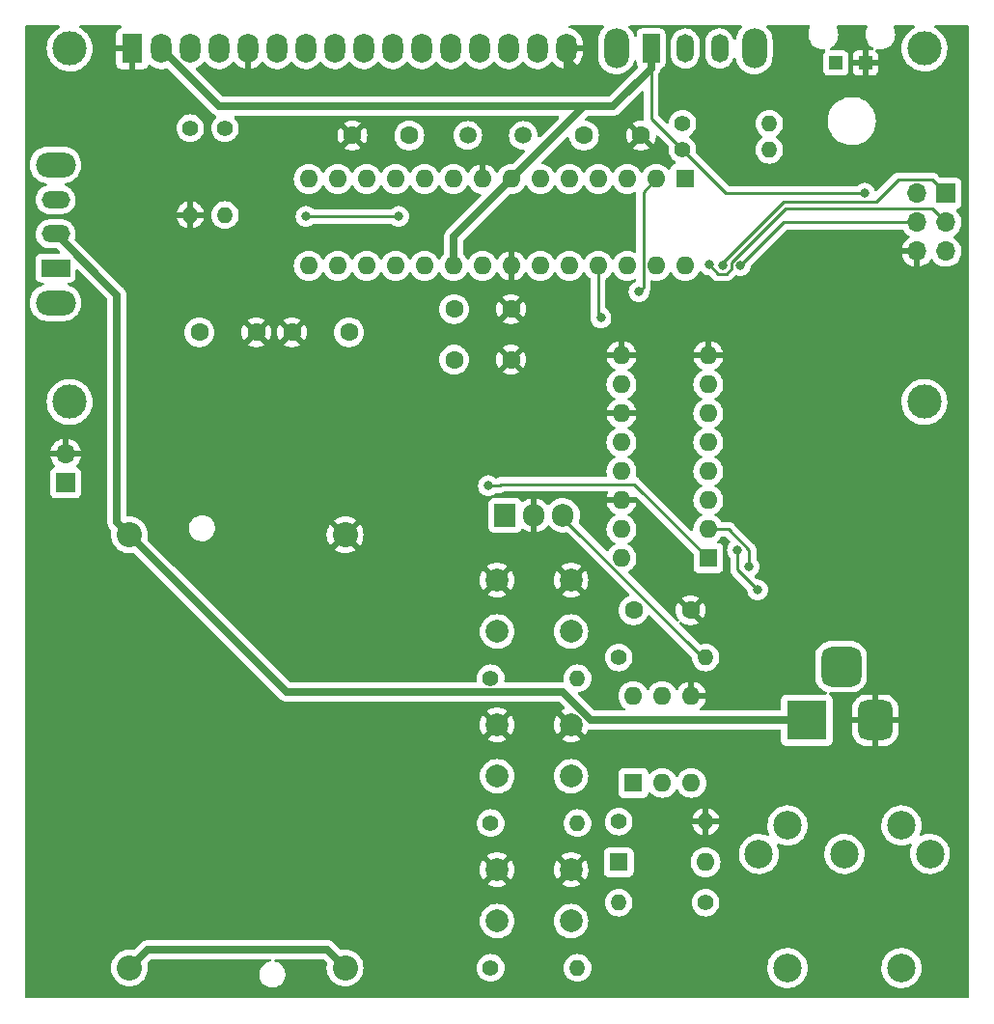
<source format=gbr>
%TF.GenerationSoftware,KiCad,Pcbnew,(6.0.7)*%
%TF.CreationDate,2022-08-03T23:00:46+02:00*%
%TF.ProjectId,SD_interrupter,53445f69-6e74-4657-9272-75707465722e,rev?*%
%TF.SameCoordinates,Original*%
%TF.FileFunction,Copper,L2,Bot*%
%TF.FilePolarity,Positive*%
%FSLAX46Y46*%
G04 Gerber Fmt 4.6, Leading zero omitted, Abs format (unit mm)*
G04 Created by KiCad (PCBNEW (6.0.7)) date 2022-08-03 23:00:46*
%MOMM*%
%LPD*%
G01*
G04 APERTURE LIST*
G04 Aperture macros list*
%AMRoundRect*
0 Rectangle with rounded corners*
0 $1 Rounding radius*
0 $2 $3 $4 $5 $6 $7 $8 $9 X,Y pos of 4 corners*
0 Add a 4 corners polygon primitive as box body*
4,1,4,$2,$3,$4,$5,$6,$7,$8,$9,$2,$3,0*
0 Add four circle primitives for the rounded corners*
1,1,$1+$1,$2,$3*
1,1,$1+$1,$4,$5*
1,1,$1+$1,$6,$7*
1,1,$1+$1,$8,$9*
0 Add four rect primitives between the rounded corners*
20,1,$1+$1,$2,$3,$4,$5,0*
20,1,$1+$1,$4,$5,$6,$7,0*
20,1,$1+$1,$6,$7,$8,$9,0*
20,1,$1+$1,$8,$9,$2,$3,0*%
G04 Aperture macros list end*
%TA.AperFunction,ComponentPad*%
%ADD10C,1.400000*%
%TD*%
%TA.AperFunction,ComponentPad*%
%ADD11O,1.400000X1.400000*%
%TD*%
%TA.AperFunction,ComponentPad*%
%ADD12C,2.205000*%
%TD*%
%TA.AperFunction,ComponentPad*%
%ADD13R,1.600000X1.600000*%
%TD*%
%TA.AperFunction,ComponentPad*%
%ADD14O,1.600000X1.600000*%
%TD*%
%TA.AperFunction,ComponentPad*%
%ADD15C,2.500000*%
%TD*%
%TA.AperFunction,ComponentPad*%
%ADD16C,2.000000*%
%TD*%
%TA.AperFunction,ComponentPad*%
%ADD17R,1.208000X1.208000*%
%TD*%
%TA.AperFunction,ComponentPad*%
%ADD18R,1.700000X1.700000*%
%TD*%
%TA.AperFunction,ComponentPad*%
%ADD19O,1.700000X1.700000*%
%TD*%
%TA.AperFunction,ComponentPad*%
%ADD20C,1.600000*%
%TD*%
%TA.AperFunction,ComponentPad*%
%ADD21R,3.500000X3.500000*%
%TD*%
%TA.AperFunction,ComponentPad*%
%ADD22RoundRect,0.750000X0.750000X1.000000X-0.750000X1.000000X-0.750000X-1.000000X0.750000X-1.000000X0*%
%TD*%
%TA.AperFunction,ComponentPad*%
%ADD23RoundRect,0.875000X0.875000X0.875000X-0.875000X0.875000X-0.875000X-0.875000X0.875000X-0.875000X0*%
%TD*%
%TA.AperFunction,ComponentPad*%
%ADD24O,2.200000X3.500000*%
%TD*%
%TA.AperFunction,ComponentPad*%
%ADD25R,1.500000X2.500000*%
%TD*%
%TA.AperFunction,ComponentPad*%
%ADD26O,1.500000X2.500000*%
%TD*%
%TA.AperFunction,ComponentPad*%
%ADD27C,1.500000*%
%TD*%
%TA.AperFunction,ComponentPad*%
%ADD28C,3.000000*%
%TD*%
%TA.AperFunction,ComponentPad*%
%ADD29R,1.800000X2.600000*%
%TD*%
%TA.AperFunction,ComponentPad*%
%ADD30O,1.800000X2.600000*%
%TD*%
%TA.AperFunction,ComponentPad*%
%ADD31O,3.500000X2.200000*%
%TD*%
%TA.AperFunction,ComponentPad*%
%ADD32R,2.500000X1.500000*%
%TD*%
%TA.AperFunction,ComponentPad*%
%ADD33O,2.500000X1.500000*%
%TD*%
%TA.AperFunction,ComponentPad*%
%ADD34R,1.905000X2.000000*%
%TD*%
%TA.AperFunction,ComponentPad*%
%ADD35O,1.905000X2.000000*%
%TD*%
%TA.AperFunction,ViaPad*%
%ADD36C,0.800000*%
%TD*%
%TA.AperFunction,Conductor*%
%ADD37C,0.635000*%
%TD*%
%TA.AperFunction,Conductor*%
%ADD38C,0.254000*%
%TD*%
%TA.AperFunction,Conductor*%
%ADD39C,0.250000*%
%TD*%
G04 APERTURE END LIST*
D10*
%TO.P,R6,1*%
%TO.N,Net-(J3-Pad4)*%
X81788000Y-102870000D03*
D11*
%TO.P,R6,2*%
%TO.N,Net-(D1-Pad1)*%
X74168000Y-102870000D03*
%TD*%
D12*
%TO.P,BT1,N*%
%TO.N,Net-(BT1-PadN)*%
X31247000Y-108585000D03*
%TO.P,BT1,P*%
%TO.N,VCC*%
X31247000Y-70615000D03*
%TD*%
D13*
%TO.P,U2,1,VCC*%
%TO.N,+3.3V*%
X82032000Y-72644000D03*
D14*
%TO.P,U2,2*%
%TO.N,Net-(J1-Pad5)*%
X82032000Y-70104000D03*
%TO.P,U2,3*%
%TO.N,/CLK*%
X82032000Y-67564000D03*
%TO.P,U2,4*%
%TO.N,Net-(J1-Pad3)*%
X82032000Y-65024000D03*
%TO.P,U2,5*%
%TO.N,/DI*%
X82032000Y-62484000D03*
%TO.P,U2,6*%
%TO.N,Net-(J1-Pad2)*%
X82032000Y-59944000D03*
%TO.P,U2,7*%
%TO.N,/CS*%
X82032000Y-57404000D03*
%TO.P,U2,8,VSS*%
%TO.N,GND*%
X82032000Y-54864000D03*
%TO.P,U2,9*%
X74412000Y-54864000D03*
%TO.P,U2,10*%
%TO.N,unconnected-(U2-Pad10)*%
X74412000Y-57404000D03*
%TO.P,U2,11*%
%TO.N,GND*%
X74412000Y-59944000D03*
%TO.P,U2,12*%
%TO.N,unconnected-(U2-Pad12)*%
X74412000Y-62484000D03*
%TO.P,U2,13*%
%TO.N,N/C*%
X74412000Y-65024000D03*
%TO.P,U2,14*%
%TO.N,GND*%
X74412000Y-67564000D03*
%TO.P,U2,15*%
%TO.N,unconnected-(U2-Pad15)*%
X74412000Y-70104000D03*
%TO.P,U2,16*%
%TO.N,N/C*%
X74412000Y-72644000D03*
%TD*%
D15*
%TO.P,J3,1*%
%TO.N,unconnected-(J3-Pad1)*%
X101480000Y-98600000D03*
%TO.P,J3,2*%
%TO.N,unconnected-(J3-Pad2)*%
X93980000Y-98600000D03*
%TO.P,J3,3*%
%TO.N,unconnected-(J3-Pad3)*%
X86480000Y-98600000D03*
%TO.P,J3,4*%
%TO.N,Net-(J3-Pad4)*%
X98980000Y-96100000D03*
%TO.P,J3,5*%
%TO.N,Net-(D1-Pad2)*%
X88980000Y-96100000D03*
%TO.P,J3,6*%
%TO.N,N/C*%
X88980000Y-108600000D03*
X98980000Y-108600000D03*
%TD*%
D16*
%TO.P,SW3,1,2*%
%TO.N,GND*%
X63500000Y-74585000D03*
X70000000Y-74585000D03*
%TO.P,SW3,2,K*%
%TO.N,/UP*%
X70000000Y-79085000D03*
X63500000Y-79085000D03*
%TD*%
D10*
%TO.P,R3,1*%
%TO.N,+5V*%
X62940000Y-95885000D03*
D11*
%TO.P,R3,2*%
%TO.N,/OK*%
X70560000Y-95885000D03*
%TD*%
D17*
%TO.P,U6,P$1,K*%
%TO.N,GND*%
X95817625Y-29210000D03*
%TO.P,U6,P$2,A*%
%TO.N,/OPT*%
X93217625Y-29210000D03*
%TD*%
D18*
%TO.P,J5,1,Pin_1*%
%TO.N,VCC*%
X25654000Y-66040000D03*
D19*
%TO.P,J5,2,Pin_2*%
%TO.N,GND*%
X25654000Y-63500000D03*
%TD*%
D13*
%TO.P,D1,1,K*%
%TO.N,Net-(D1-Pad1)*%
X74168000Y-99319200D03*
D14*
%TO.P,D1,2,A*%
%TO.N,Net-(D1-Pad2)*%
X81788000Y-99319200D03*
%TD*%
D12*
%TO.P,BT2,N*%
%TO.N,GND*%
X50165000Y-70615000D03*
%TO.P,BT2,P*%
%TO.N,Net-(BT1-PadN)*%
X50165000Y-108585000D03*
%TD*%
D10*
%TO.P,R10,1*%
%TO.N,Net-(R10-Pad1)*%
X79756000Y-34544000D03*
D11*
%TO.P,R10,2*%
%TO.N,/OPT*%
X87376000Y-34544000D03*
%TD*%
D20*
%TO.P,C4,1*%
%TO.N,/X1*%
X71120000Y-35560000D03*
%TO.P,C4,2*%
%TO.N,GND*%
X76120000Y-35560000D03*
%TD*%
%TO.P,C10,1*%
%TO.N,+3.3V*%
X75478000Y-77216000D03*
%TO.P,C10,2*%
%TO.N,GND*%
X80478000Y-77216000D03*
%TD*%
D10*
%TO.P,R8,1*%
%TO.N,+5V*%
X79756000Y-36830000D03*
D11*
%TO.P,R8,2*%
%TO.N,/RESET*%
X87376000Y-36830000D03*
%TD*%
D21*
%TO.P,J4,1*%
%TO.N,VCC*%
X90678000Y-86868000D03*
D22*
%TO.P,J4,2*%
%TO.N,GND*%
X96678000Y-86868000D03*
D23*
%TO.P,J4,3*%
%TO.N,N/C*%
X93678000Y-82168000D03*
%TD*%
D10*
%TO.P,R1,1*%
%TO.N,+5V*%
X62940000Y-83185000D03*
D11*
%TO.P,R1,2*%
%TO.N,/UP*%
X70560000Y-83185000D03*
%TD*%
D18*
%TO.P,J2,1,MISO*%
%TO.N,/DO*%
X102890000Y-40655000D03*
D19*
%TO.P,J2,2,VCC*%
%TO.N,+5V*%
X100350000Y-40655000D03*
%TO.P,J2,3,SCK*%
%TO.N,/CLK*%
X102890000Y-43195000D03*
%TO.P,J2,4,MOSI*%
%TO.N,/DI*%
X100350000Y-43195000D03*
%TO.P,J2,5,~{RST}*%
%TO.N,/RESET*%
X102890000Y-45735000D03*
%TO.P,J2,6,GND*%
%TO.N,GND*%
X100350000Y-45735000D03*
%TD*%
D24*
%TO.P,SW1,*%
%TO.N,*%
X86060000Y-27940000D03*
X73960000Y-27940000D03*
D25*
%TO.P,SW1,1,A*%
%TO.N,+5V*%
X77010000Y-27940000D03*
D26*
%TO.P,SW1,2,B*%
%TO.N,/BL*%
X80010000Y-27940000D03*
%TO.P,SW1,3,C*%
%TO.N,unconnected-(SW1-Pad3)*%
X83010000Y-27940000D03*
%TD*%
D27*
%TO.P,Y1,1,1*%
%TO.N,/X2*%
X60920000Y-35560000D03*
%TO.P,Y1,2,2*%
%TO.N,/X1*%
X65800000Y-35560000D03*
%TD*%
D10*
%TO.P,R2,1*%
%TO.N,+5V*%
X62940000Y-108585000D03*
D11*
%TO.P,R2,2*%
%TO.N,/DN*%
X70560000Y-108585000D03*
%TD*%
D13*
%TO.P,U4,1,~{RESET}/PC6*%
%TO.N,/RESET*%
X80000000Y-39380000D03*
D14*
%TO.P,U4,2,PD0*%
%TO.N,/RX*%
X77460000Y-39380000D03*
%TO.P,U4,3,PD1*%
%TO.N,unconnected-(U4-Pad3)*%
X74920000Y-39380000D03*
%TO.P,U4,4,PD2*%
%TO.N,Net-(R10-Pad1)*%
X72380000Y-39380000D03*
%TO.P,U4,5,PD3*%
%TO.N,unconnected-(U4-Pad5)*%
X69840000Y-39380000D03*
%TO.P,U4,6,PD4*%
%TO.N,/RS*%
X67300000Y-39380000D03*
%TO.P,U4,7,VCC*%
%TO.N,+5V*%
X64760000Y-39380000D03*
%TO.P,U4,8,GND*%
%TO.N,GND*%
X62220000Y-39380000D03*
%TO.P,U4,9,XTAL1/PB6*%
%TO.N,/X1*%
X59680000Y-39380000D03*
%TO.P,U4,10,XTAL2/PB7*%
%TO.N,/X2*%
X57140000Y-39380000D03*
%TO.P,U4,11,PD5*%
%TO.N,/E*%
X54600000Y-39380000D03*
%TO.P,U4,12,PD6*%
%TO.N,/DB4*%
X52060000Y-39380000D03*
%TO.P,U4,13,PD7*%
%TO.N,/DB5*%
X49520000Y-39380000D03*
%TO.P,U4,14,PB0*%
%TO.N,/DB6*%
X46980000Y-39380000D03*
%TO.P,U4,15,PB1*%
%TO.N,/DB7*%
X46980000Y-47000000D03*
%TO.P,U4,16,PB2*%
%TO.N,/CS*%
X49520000Y-47000000D03*
%TO.P,U4,17,PB3*%
%TO.N,/DI*%
X52060000Y-47000000D03*
%TO.P,U4,18,PB4*%
%TO.N,/DO*%
X54600000Y-47000000D03*
%TO.P,U4,19,PB5*%
%TO.N,/CLK*%
X57140000Y-47000000D03*
%TO.P,U4,20,AVCC*%
%TO.N,+5V*%
X59680000Y-47000000D03*
%TO.P,U4,21,AREF*%
%TO.N,unconnected-(U4-Pad21)*%
X62220000Y-47000000D03*
%TO.P,U4,22,GND*%
%TO.N,GND*%
X64760000Y-47000000D03*
%TO.P,U4,23,PC0*%
%TO.N,/UP*%
X67300000Y-47000000D03*
%TO.P,U4,24,PC1*%
%TO.N,unconnected-(U4-Pad24)*%
X69840000Y-47000000D03*
%TO.P,U4,25,PC2*%
%TO.N,/DN*%
X72380000Y-47000000D03*
%TO.P,U4,26,PC3*%
%TO.N,/OK*%
X74920000Y-47000000D03*
%TO.P,U4,27,PC4*%
%TO.N,unconnected-(U4-Pad27)*%
X77460000Y-47000000D03*
%TO.P,U4,28,PC5*%
%TO.N,unconnected-(U4-Pad28)*%
X80000000Y-47000000D03*
%TD*%
D20*
%TO.P,C2,1*%
%TO.N,+5V*%
X59730000Y-50800000D03*
%TO.P,C2,2*%
%TO.N,GND*%
X64730000Y-50800000D03*
%TD*%
%TO.P,C7,1*%
%TO.N,+5V*%
X59730000Y-55245000D03*
%TO.P,C7,2*%
%TO.N,GND*%
X64730000Y-55245000D03*
%TD*%
D10*
%TO.P,R4,1*%
%TO.N,Net-(DS1-Pad3)*%
X39624000Y-34925000D03*
D11*
%TO.P,R4,2*%
%TO.N,+5V*%
X39624000Y-42545000D03*
%TD*%
D10*
%TO.P,R7,1*%
%TO.N,Net-(R7-Pad1)*%
X74168000Y-95768400D03*
D11*
%TO.P,R7,2*%
%TO.N,GND*%
X81788000Y-95768400D03*
%TD*%
D16*
%TO.P,SW4,1,1*%
%TO.N,GND*%
X70000000Y-99985000D03*
X63500000Y-99985000D03*
%TO.P,SW4,2,K*%
%TO.N,/DN*%
X63500000Y-104485000D03*
X70000000Y-104485000D03*
%TD*%
%TO.P,SW5,1,1*%
%TO.N,GND*%
X63500000Y-87285000D03*
X70000000Y-87285000D03*
%TO.P,SW5,2,A*%
%TO.N,/OK*%
X63500000Y-91785000D03*
X70000000Y-91785000D03*
%TD*%
D10*
%TO.P,R5,1*%
%TO.N,Net-(DS1-Pad3)*%
X36576000Y-34925000D03*
D11*
%TO.P,R5,2*%
%TO.N,GND*%
X36576000Y-42545000D03*
%TD*%
D28*
%TO.P,DS1,*%
%TO.N,*%
X100995480Y-58940700D03*
X25996900Y-27940000D03*
X25996900Y-58940700D03*
X100996000Y-27940000D03*
D29*
%TO.P,DS1,1,VSS*%
%TO.N,GND*%
X31496000Y-27940000D03*
D30*
%TO.P,DS1,2,VDD*%
%TO.N,+5V*%
X34036000Y-27940000D03*
%TO.P,DS1,3,VO*%
%TO.N,Net-(DS1-Pad3)*%
X36576000Y-27940000D03*
%TO.P,DS1,4,RS*%
%TO.N,/RS*%
X39116000Y-27940000D03*
%TO.P,DS1,5,R/W*%
%TO.N,GND*%
X41656000Y-27940000D03*
%TO.P,DS1,6,E*%
%TO.N,/E*%
X44196000Y-27940000D03*
%TO.P,DS1,7,D0*%
%TO.N,unconnected-(DS1-Pad7)*%
X46736000Y-27940000D03*
%TO.P,DS1,8,D1*%
%TO.N,unconnected-(DS1-Pad8)*%
X49276000Y-27940000D03*
%TO.P,DS1,9,D2*%
%TO.N,unconnected-(DS1-Pad9)*%
X51816000Y-27940000D03*
%TO.P,DS1,10,D3*%
%TO.N,unconnected-(DS1-Pad10)*%
X54356000Y-27940000D03*
%TO.P,DS1,11,D4*%
%TO.N,/DB4*%
X56896000Y-27940000D03*
%TO.P,DS1,12,D5*%
%TO.N,/DB5*%
X59436000Y-27940000D03*
%TO.P,DS1,13,D6*%
%TO.N,/DB6*%
X61976000Y-27940000D03*
%TO.P,DS1,14,D7*%
%TO.N,/DB7*%
X64516000Y-27940000D03*
%TO.P,DS1,15,LED(+)*%
%TO.N,/BL*%
X67056000Y-27940000D03*
%TO.P,DS1,16,LED(-)*%
%TO.N,GND*%
X69596000Y-27940000D03*
%TD*%
D10*
%TO.P,R9,1*%
%TO.N,/RX*%
X74168000Y-81366800D03*
D11*
%TO.P,R9,2*%
%TO.N,+5V*%
X81788000Y-81366800D03*
%TD*%
D20*
%TO.P,C5,1*%
%TO.N,/X2*%
X55800000Y-35560000D03*
%TO.P,C5,2*%
%TO.N,GND*%
X50800000Y-35560000D03*
%TD*%
D31*
%TO.P,SW2,*%
%TO.N,*%
X24765000Y-38146000D03*
X24765000Y-50246000D03*
D32*
%TO.P,SW2,1,A*%
%TO.N,Net-(C1-Pad1)*%
X24765000Y-47196000D03*
D33*
%TO.P,SW2,2,B*%
%TO.N,VCC*%
X24765000Y-44196000D03*
%TO.P,SW2,3,C*%
%TO.N,unconnected-(SW2-Pad3)*%
X24765000Y-41196000D03*
%TD*%
D34*
%TO.P,U1,1,VI*%
%TO.N,Net-(C1-Pad1)*%
X64210000Y-68890000D03*
D35*
%TO.P,U1,2,GND*%
%TO.N,GND*%
X66750000Y-68890000D03*
%TO.P,U1,3,VO*%
%TO.N,+5V*%
X69290000Y-68890000D03*
%TD*%
D20*
%TO.P,C3,1*%
%TO.N,+3.3V*%
X50506000Y-52832000D03*
%TO.P,C3,2*%
%TO.N,GND*%
X45506000Y-52832000D03*
%TD*%
%TO.P,C1,1*%
%TO.N,Net-(C1-Pad1)*%
X37378000Y-52832000D03*
%TO.P,C1,2*%
%TO.N,GND*%
X42378000Y-52832000D03*
%TD*%
D13*
%TO.P,U5,1*%
%TO.N,Net-(D1-Pad1)*%
X75453000Y-92367600D03*
D14*
%TO.P,U5,2*%
%TO.N,Net-(D1-Pad2)*%
X77993000Y-92367600D03*
%TO.P,U5,3,NC*%
%TO.N,unconnected-(U5-Pad3)*%
X80533000Y-92367600D03*
%TO.P,U5,4*%
%TO.N,GND*%
X80533000Y-84747600D03*
%TO.P,U5,5*%
%TO.N,/RX*%
X77993000Y-84747600D03*
%TO.P,U5,6*%
%TO.N,Net-(R7-Pad1)*%
X75453000Y-84747600D03*
%TD*%
D36*
%TO.N,GND*%
X72390000Y-31750000D03*
%TO.N,+5V*%
X95758000Y-40640000D03*
%TO.N,+3.3V*%
X62738000Y-66294000D03*
%TO.N,/RS*%
X54864000Y-42672000D03*
X46736000Y-42672000D03*
%TO.N,Net-(J1-Pad5)*%
X85598000Y-73406000D03*
%TO.N,/DO*%
X86360000Y-75438000D03*
X84582000Y-71919500D03*
X83312000Y-46990000D03*
%TO.N,/CLK*%
X82097598Y-46922974D03*
%TO.N,/DI*%
X84836000Y-46990000D03*
%TO.N,/DN*%
X72608500Y-51562000D03*
%TO.N,/RX*%
X75946000Y-49276000D03*
%TD*%
D37*
%TO.N,Net-(BT1-PadN)*%
X32850685Y-106981315D02*
X48561315Y-106981315D01*
X31247000Y-108585000D02*
X32850685Y-106981315D01*
X48561315Y-106981315D02*
X50165000Y-108585000D01*
%TO.N,VCC*%
X30144500Y-69512500D02*
X30144500Y-49575500D01*
X71729070Y-86868000D02*
X69263570Y-84402500D01*
X90678000Y-86868000D02*
X71729070Y-86868000D01*
X31247000Y-70615000D02*
X30144500Y-69512500D01*
X30144500Y-49575500D02*
X24765000Y-44196000D01*
X45034500Y-84402500D02*
X31247000Y-70615000D01*
X69263570Y-84402500D02*
X45034500Y-84402500D01*
%TO.N,GND*%
X69596000Y-28956000D02*
X72390000Y-31750000D01*
X69596000Y-27940000D02*
X69596000Y-28956000D01*
%TO.N,+5V*%
X59680000Y-47000000D02*
X59680000Y-44460000D01*
D38*
X83566000Y-40640000D02*
X95758000Y-40640000D01*
X79756000Y-36830000D02*
X83566000Y-40640000D01*
D37*
X34036000Y-27940000D02*
X39116000Y-33020000D01*
X59680000Y-44460000D02*
X64760000Y-39380000D01*
D38*
X79756000Y-36830000D02*
X77010000Y-34084000D01*
D37*
X39116000Y-33020000D02*
X71120000Y-33020000D01*
X77010000Y-29670000D02*
X77010000Y-27940000D01*
X64760000Y-39380000D02*
X71120000Y-33020000D01*
D38*
X69290000Y-69115819D02*
X69290000Y-68890000D01*
X81788000Y-81366800D02*
X81540981Y-81366800D01*
X77010000Y-34084000D02*
X77010000Y-27940000D01*
D37*
X73660000Y-33020000D02*
X77010000Y-29670000D01*
X71120000Y-33020000D02*
X73660000Y-33020000D01*
D38*
X81540981Y-81366800D02*
X69290000Y-69115819D01*
%TO.N,+3.3V*%
X63718000Y-66294000D02*
X63863000Y-66149000D01*
X62738000Y-66294000D02*
X63718000Y-66294000D01*
D39*
X82032000Y-72644000D02*
X75537000Y-66149000D01*
X75537000Y-66149000D02*
X63863000Y-66149000D01*
D38*
%TO.N,/RS*%
X46736000Y-42672000D02*
X54864000Y-42672000D01*
D39*
%TO.N,Net-(J1-Pad5)*%
X82032000Y-70104000D02*
X83791805Y-70104000D01*
X83791805Y-70104000D02*
X85598000Y-71910195D01*
X85598000Y-71910195D02*
X85598000Y-73406000D01*
D38*
%TO.N,/DO*%
X83312000Y-46736000D02*
X88646000Y-41402000D01*
X83312000Y-46990000D02*
X83312000Y-46736000D01*
X98698000Y-39478000D02*
X101713000Y-39478000D01*
X101713000Y-39478000D02*
X102890000Y-40655000D01*
X88646000Y-41402000D02*
X96774000Y-41402000D01*
D39*
X84582000Y-73660000D02*
X86360000Y-75438000D01*
X84582000Y-71919500D02*
X84582000Y-73660000D01*
D38*
X96774000Y-41402000D02*
X98698000Y-39478000D01*
%TO.N,/CLK*%
X82097598Y-46922974D02*
X82891624Y-47717000D01*
X83613134Y-47717000D02*
X84074000Y-47256134D01*
X84074000Y-47256134D02*
X84074000Y-46723866D01*
X88779866Y-42018000D02*
X101713000Y-42018000D01*
X84074000Y-46723866D02*
X88779866Y-42018000D01*
X101713000Y-42018000D02*
X102890000Y-43195000D01*
X82891624Y-47717000D02*
X83613134Y-47717000D01*
%TO.N,/DI*%
X88631000Y-43195000D02*
X100350000Y-43195000D01*
X84836000Y-46990000D02*
X88631000Y-43195000D01*
%TO.N,/DN*%
X72380000Y-51333500D02*
X72608500Y-51562000D01*
X72380000Y-47000000D02*
X72380000Y-51333500D01*
%TO.N,/RX*%
X76333000Y-40507000D02*
X77460000Y-39380000D01*
X76333000Y-48889000D02*
X76333000Y-40507000D01*
X75946000Y-49276000D02*
X76333000Y-48889000D01*
%TD*%
%TA.AperFunction,Conductor*%
%TO.N,GND*%
G36*
X25093442Y-25928502D02*
G01*
X25139935Y-25982158D01*
X25150039Y-26052432D01*
X25120545Y-26117012D01*
X25083538Y-26145973D01*
X25082930Y-26146232D01*
X24965436Y-26216550D01*
X24851625Y-26284664D01*
X24851621Y-26284667D01*
X24847943Y-26286868D01*
X24634218Y-26458094D01*
X24445708Y-26656742D01*
X24285902Y-26879136D01*
X24157757Y-27121161D01*
X24156285Y-27125184D01*
X24156283Y-27125188D01*
X24073363Y-27351775D01*
X24063643Y-27378337D01*
X24005304Y-27645907D01*
X24004968Y-27650177D01*
X23989685Y-27844366D01*
X23983817Y-27918918D01*
X23999582Y-28192320D01*
X24000407Y-28196525D01*
X24000408Y-28196533D01*
X24010882Y-28249919D01*
X24052305Y-28461053D01*
X24053692Y-28465103D01*
X24053693Y-28465108D01*
X24138611Y-28713132D01*
X24141012Y-28720144D01*
X24142939Y-28723975D01*
X24261161Y-28959034D01*
X24264060Y-28964799D01*
X24266486Y-28968328D01*
X24266489Y-28968334D01*
X24416743Y-29186953D01*
X24419174Y-29190490D01*
X24422061Y-29193663D01*
X24422062Y-29193664D01*
X24585729Y-29373533D01*
X24603482Y-29393043D01*
X24606777Y-29395798D01*
X24606778Y-29395799D01*
X24651282Y-29433010D01*
X24813575Y-29568707D01*
X24817216Y-29570991D01*
X25041924Y-29711951D01*
X25041928Y-29711953D01*
X25045564Y-29714234D01*
X25119530Y-29747631D01*
X25291245Y-29825164D01*
X25291249Y-29825166D01*
X25295157Y-29826930D01*
X25358293Y-29845632D01*
X25553623Y-29903491D01*
X25553627Y-29903492D01*
X25557736Y-29904709D01*
X25561970Y-29905357D01*
X25561975Y-29905358D01*
X25824198Y-29945483D01*
X25824200Y-29945483D01*
X25828440Y-29946132D01*
X25967812Y-29948322D01*
X26097971Y-29950367D01*
X26097977Y-29950367D01*
X26102262Y-29950434D01*
X26374135Y-29917534D01*
X26639027Y-29848041D01*
X26642987Y-29846401D01*
X26642992Y-29846399D01*
X26780632Y-29789386D01*
X26892036Y-29743241D01*
X27067659Y-29640615D01*
X27124779Y-29607237D01*
X27124780Y-29607236D01*
X27128482Y-29605073D01*
X27343989Y-29436094D01*
X27358575Y-29421043D01*
X27490730Y-29284669D01*
X30088001Y-29284669D01*
X30088371Y-29291490D01*
X30093895Y-29342352D01*
X30097521Y-29357604D01*
X30142676Y-29478054D01*
X30151214Y-29493649D01*
X30227715Y-29595724D01*
X30240276Y-29608285D01*
X30342351Y-29684786D01*
X30357946Y-29693324D01*
X30478394Y-29738478D01*
X30493649Y-29742105D01*
X30544514Y-29747631D01*
X30551328Y-29748000D01*
X31223885Y-29748000D01*
X31239124Y-29743525D01*
X31240329Y-29742135D01*
X31242000Y-29734452D01*
X31242000Y-28212115D01*
X31237525Y-28196876D01*
X31236135Y-28195671D01*
X31228452Y-28194000D01*
X30106116Y-28194000D01*
X30090877Y-28198475D01*
X30089672Y-28199865D01*
X30088001Y-28207548D01*
X30088001Y-29284669D01*
X27490730Y-29284669D01*
X27531586Y-29242509D01*
X27534569Y-29239431D01*
X27537102Y-29235983D01*
X27537106Y-29235978D01*
X27694157Y-29022178D01*
X27696695Y-29018723D01*
X27724054Y-28968334D01*
X27825318Y-28781830D01*
X27825319Y-28781828D01*
X27827368Y-28778054D01*
X27911854Y-28554469D01*
X27922651Y-28525895D01*
X27922652Y-28525891D01*
X27924169Y-28521877D01*
X27961405Y-28359295D01*
X27984349Y-28259117D01*
X27984350Y-28259113D01*
X27985307Y-28254933D01*
X27985755Y-28249919D01*
X28009431Y-27984627D01*
X28009431Y-27984625D01*
X28009651Y-27982161D01*
X28010093Y-27940000D01*
X28007688Y-27904722D01*
X27991759Y-27671055D01*
X27991758Y-27671049D01*
X27991467Y-27666778D01*
X27935932Y-27398612D01*
X27844517Y-27140465D01*
X27718913Y-26897112D01*
X27708940Y-26882921D01*
X27563908Y-26676562D01*
X27561445Y-26673057D01*
X27467802Y-26572285D01*
X27377946Y-26475588D01*
X27377943Y-26475585D01*
X27375025Y-26472445D01*
X27371710Y-26469731D01*
X27371706Y-26469728D01*
X27201550Y-26330457D01*
X27163105Y-26298990D01*
X26971378Y-26181500D01*
X26933266Y-26158145D01*
X26933265Y-26158145D01*
X26929604Y-26155901D01*
X26921816Y-26152482D01*
X26915872Y-26149873D01*
X26861536Y-26104177D01*
X26840532Y-26036359D01*
X26859527Y-25967950D01*
X26912491Y-25920671D01*
X26966518Y-25908500D01*
X30404928Y-25908500D01*
X30473049Y-25928502D01*
X30519542Y-25982158D01*
X30529646Y-26052432D01*
X30500152Y-26117012D01*
X30449158Y-26152482D01*
X30357946Y-26186676D01*
X30342351Y-26195214D01*
X30240276Y-26271715D01*
X30227715Y-26284276D01*
X30151214Y-26386351D01*
X30142676Y-26401946D01*
X30097522Y-26522394D01*
X30093895Y-26537649D01*
X30088369Y-26588514D01*
X30088000Y-26595328D01*
X30088000Y-27667885D01*
X30092475Y-27683124D01*
X30093865Y-27684329D01*
X30101548Y-27686000D01*
X31624000Y-27686000D01*
X31692121Y-27706002D01*
X31738614Y-27759658D01*
X31750000Y-27812000D01*
X31750000Y-29729884D01*
X31754475Y-29745123D01*
X31755865Y-29746328D01*
X31763548Y-29747999D01*
X32440669Y-29747999D01*
X32447490Y-29747629D01*
X32498352Y-29742105D01*
X32513604Y-29738479D01*
X32634054Y-29693324D01*
X32649649Y-29684786D01*
X32751724Y-29608285D01*
X32764285Y-29595724D01*
X32840786Y-29493649D01*
X32849324Y-29478054D01*
X32870697Y-29421043D01*
X32913339Y-29364278D01*
X32979901Y-29339579D01*
X33049250Y-29354787D01*
X33079848Y-29378301D01*
X33095640Y-29394856D01*
X33095652Y-29394866D01*
X33099326Y-29398718D01*
X33103603Y-29401901D01*
X33103604Y-29401901D01*
X33129332Y-29421043D01*
X33291100Y-29541402D01*
X33295851Y-29543818D01*
X33295855Y-29543820D01*
X33499414Y-29647314D01*
X33504172Y-29649733D01*
X33617061Y-29684786D01*
X33727349Y-29719032D01*
X33727355Y-29719033D01*
X33732452Y-29720616D01*
X33836842Y-29734452D01*
X33964127Y-29751323D01*
X33964131Y-29751323D01*
X33969411Y-29752023D01*
X33974740Y-29751823D01*
X33974741Y-29751823D01*
X34086445Y-29747629D01*
X34208274Y-29743055D01*
X34308126Y-29722104D01*
X34436984Y-29695067D01*
X34436987Y-29695066D01*
X34442211Y-29693970D01*
X34494070Y-29673490D01*
X34564776Y-29667072D01*
X34629446Y-29701587D01*
X38503615Y-33575755D01*
X38510758Y-33583522D01*
X38543015Y-33621693D01*
X38548439Y-33625840D01*
X38548440Y-33625841D01*
X38605059Y-33669130D01*
X38607462Y-33671013D01*
X38668351Y-33719969D01*
X38674469Y-33723006D01*
X38676485Y-33724295D01*
X38676954Y-33724623D01*
X38677607Y-33725030D01*
X38678102Y-33725302D01*
X38680161Y-33726549D01*
X38685586Y-33730697D01*
X38691773Y-33733582D01*
X38756359Y-33763699D01*
X38759130Y-33765033D01*
X38813316Y-33791931D01*
X38865438Y-33840135D01*
X38883225Y-33908867D01*
X38861029Y-33976305D01*
X38843786Y-33995261D01*
X38844224Y-33995699D01*
X38694699Y-34145224D01*
X38573411Y-34318442D01*
X38571090Y-34323420D01*
X38571088Y-34323423D01*
X38495411Y-34485713D01*
X38484044Y-34510090D01*
X38429314Y-34714345D01*
X38410884Y-34925000D01*
X38429314Y-35135655D01*
X38430738Y-35140968D01*
X38430738Y-35140970D01*
X38480765Y-35327671D01*
X38484044Y-35339910D01*
X38573411Y-35531558D01*
X38694699Y-35704776D01*
X38844224Y-35854301D01*
X39017442Y-35975589D01*
X39022420Y-35977910D01*
X39022423Y-35977912D01*
X39089613Y-36009243D01*
X39209090Y-36064956D01*
X39214398Y-36066378D01*
X39214400Y-36066379D01*
X39408030Y-36118262D01*
X39408032Y-36118262D01*
X39413345Y-36119686D01*
X39624000Y-36138116D01*
X39834655Y-36119686D01*
X39839968Y-36118262D01*
X39839970Y-36118262D01*
X40033600Y-36066379D01*
X40033602Y-36066378D01*
X40038910Y-36064956D01*
X40158387Y-36009243D01*
X40225577Y-35977912D01*
X40225580Y-35977910D01*
X40230558Y-35975589D01*
X40403776Y-35854301D01*
X40553301Y-35704776D01*
X40650840Y-35565475D01*
X49487483Y-35565475D01*
X49506472Y-35782519D01*
X49508375Y-35793312D01*
X49564764Y-36003761D01*
X49568510Y-36014053D01*
X49660586Y-36211511D01*
X49666069Y-36221006D01*
X49702509Y-36273048D01*
X49712988Y-36281424D01*
X49726434Y-36274356D01*
X50427978Y-35572812D01*
X50434356Y-35561132D01*
X51164408Y-35561132D01*
X51164539Y-35562965D01*
X51168790Y-35569580D01*
X51874287Y-36275077D01*
X51886062Y-36281507D01*
X51898077Y-36272211D01*
X51933931Y-36221006D01*
X51939414Y-36211511D01*
X52031490Y-36014053D01*
X52035236Y-36003761D01*
X52091625Y-35793312D01*
X52093528Y-35782519D01*
X52112517Y-35565475D01*
X52112517Y-35560000D01*
X54486502Y-35560000D01*
X54506457Y-35788087D01*
X54507881Y-35793400D01*
X54507881Y-35793402D01*
X54558431Y-35982054D01*
X54565716Y-36009243D01*
X54568039Y-36014224D01*
X54568039Y-36014225D01*
X54660151Y-36211762D01*
X54660154Y-36211767D01*
X54662477Y-36216749D01*
X54701312Y-36272211D01*
X54773941Y-36375935D01*
X54793802Y-36404300D01*
X54955700Y-36566198D01*
X54960208Y-36569355D01*
X54960211Y-36569357D01*
X55024011Y-36614030D01*
X55143251Y-36697523D01*
X55148233Y-36699846D01*
X55148238Y-36699849D01*
X55344765Y-36791490D01*
X55350757Y-36794284D01*
X55356065Y-36795706D01*
X55356067Y-36795707D01*
X55566598Y-36852119D01*
X55566600Y-36852119D01*
X55571913Y-36853543D01*
X55800000Y-36873498D01*
X56028087Y-36853543D01*
X56033400Y-36852119D01*
X56033402Y-36852119D01*
X56243933Y-36795707D01*
X56243935Y-36795706D01*
X56249243Y-36794284D01*
X56255235Y-36791490D01*
X56451762Y-36699849D01*
X56451767Y-36699846D01*
X56456749Y-36697523D01*
X56575989Y-36614030D01*
X56639789Y-36569357D01*
X56639792Y-36569355D01*
X56644300Y-36566198D01*
X56806198Y-36404300D01*
X56826060Y-36375935D01*
X56898688Y-36272211D01*
X56937523Y-36216749D01*
X56939846Y-36211767D01*
X56939849Y-36211762D01*
X57031961Y-36014225D01*
X57031961Y-36014224D01*
X57034284Y-36009243D01*
X57041570Y-35982054D01*
X57092119Y-35793402D01*
X57092119Y-35793400D01*
X57093543Y-35788087D01*
X57113498Y-35560000D01*
X59656693Y-35560000D01*
X59675885Y-35779371D01*
X59732880Y-35992076D01*
X59825944Y-36191653D01*
X59829100Y-36196160D01*
X59829101Y-36196162D01*
X59933721Y-36345574D01*
X59952251Y-36372038D01*
X60107962Y-36527749D01*
X60112471Y-36530906D01*
X60112473Y-36530908D01*
X60167384Y-36569357D01*
X60288346Y-36654056D01*
X60487924Y-36747120D01*
X60700629Y-36804115D01*
X60920000Y-36823307D01*
X61139371Y-36804115D01*
X61352076Y-36747120D01*
X61551654Y-36654056D01*
X61672616Y-36569357D01*
X61727527Y-36530908D01*
X61727529Y-36530906D01*
X61732038Y-36527749D01*
X61887749Y-36372038D01*
X61906280Y-36345574D01*
X62010899Y-36196162D01*
X62010900Y-36196160D01*
X62014056Y-36191653D01*
X62107120Y-35992076D01*
X62164115Y-35779371D01*
X62183307Y-35560000D01*
X62164115Y-35340629D01*
X62107120Y-35127924D01*
X62025832Y-34953600D01*
X62016382Y-34933334D01*
X62016379Y-34933329D01*
X62014056Y-34928347D01*
X62007879Y-34919525D01*
X61890908Y-34752473D01*
X61890906Y-34752470D01*
X61887749Y-34747962D01*
X61732038Y-34592251D01*
X61678212Y-34554561D01*
X61622284Y-34515400D01*
X61551654Y-34465944D01*
X61352076Y-34372880D01*
X61139371Y-34315885D01*
X60920000Y-34296693D01*
X60700629Y-34315885D01*
X60487924Y-34372880D01*
X60394562Y-34416415D01*
X60293334Y-34463618D01*
X60293329Y-34463621D01*
X60288347Y-34465944D01*
X60283840Y-34469100D01*
X60283838Y-34469101D01*
X60112473Y-34589092D01*
X60112470Y-34589094D01*
X60107962Y-34592251D01*
X59952251Y-34747962D01*
X59949094Y-34752470D01*
X59949092Y-34752473D01*
X59832121Y-34919525D01*
X59825944Y-34928347D01*
X59823621Y-34933329D01*
X59823618Y-34933334D01*
X59814168Y-34953600D01*
X59732880Y-35127924D01*
X59675885Y-35340629D01*
X59656693Y-35560000D01*
X57113498Y-35560000D01*
X57093543Y-35331913D01*
X57090154Y-35319264D01*
X57035707Y-35116067D01*
X57035706Y-35116065D01*
X57034284Y-35110757D01*
X57031961Y-35105775D01*
X56939849Y-34908238D01*
X56939846Y-34908233D01*
X56937523Y-34903251D01*
X56828788Y-34747962D01*
X56809357Y-34720211D01*
X56809355Y-34720208D01*
X56806198Y-34715700D01*
X56644300Y-34553802D01*
X56639792Y-34550645D01*
X56639789Y-34550643D01*
X56547059Y-34485713D01*
X56456749Y-34422477D01*
X56451767Y-34420154D01*
X56451762Y-34420151D01*
X56254225Y-34328039D01*
X56254224Y-34328039D01*
X56249243Y-34325716D01*
X56243935Y-34324294D01*
X56243933Y-34324293D01*
X56033402Y-34267881D01*
X56033400Y-34267881D01*
X56028087Y-34266457D01*
X55800000Y-34246502D01*
X55571913Y-34266457D01*
X55566600Y-34267881D01*
X55566598Y-34267881D01*
X55356067Y-34324293D01*
X55356065Y-34324294D01*
X55350757Y-34325716D01*
X55345776Y-34328039D01*
X55345775Y-34328039D01*
X55148238Y-34420151D01*
X55148233Y-34420154D01*
X55143251Y-34422477D01*
X55052941Y-34485713D01*
X54960211Y-34550643D01*
X54960208Y-34550645D01*
X54955700Y-34553802D01*
X54793802Y-34715700D01*
X54790645Y-34720208D01*
X54790643Y-34720211D01*
X54771212Y-34747962D01*
X54662477Y-34903251D01*
X54660154Y-34908233D01*
X54660151Y-34908238D01*
X54568039Y-35105775D01*
X54565716Y-35110757D01*
X54564294Y-35116065D01*
X54564293Y-35116067D01*
X54509846Y-35319264D01*
X54506457Y-35331913D01*
X54486502Y-35560000D01*
X52112517Y-35560000D01*
X52112517Y-35554525D01*
X52093528Y-35337481D01*
X52091625Y-35326688D01*
X52035236Y-35116239D01*
X52031490Y-35105947D01*
X51939414Y-34908489D01*
X51933931Y-34898994D01*
X51897491Y-34846952D01*
X51887012Y-34838576D01*
X51873566Y-34845644D01*
X51172022Y-35547188D01*
X51164408Y-35561132D01*
X50434356Y-35561132D01*
X50435592Y-35558868D01*
X50435461Y-35557035D01*
X50431210Y-35550420D01*
X49725713Y-34844923D01*
X49713938Y-34838493D01*
X49701923Y-34847789D01*
X49666069Y-34898994D01*
X49660586Y-34908489D01*
X49568510Y-35105947D01*
X49564764Y-35116239D01*
X49508375Y-35326688D01*
X49506472Y-35337481D01*
X49487483Y-35554525D01*
X49487483Y-35565475D01*
X40650840Y-35565475D01*
X40674589Y-35531558D01*
X40763956Y-35339910D01*
X40767236Y-35327671D01*
X40817262Y-35140970D01*
X40817262Y-35140968D01*
X40818686Y-35135655D01*
X40837116Y-34925000D01*
X40818686Y-34714345D01*
X40763956Y-34510090D01*
X40752589Y-34485713D01*
X40746655Y-34472988D01*
X50078576Y-34472988D01*
X50085644Y-34486434D01*
X50787188Y-35187978D01*
X50801132Y-35195592D01*
X50802965Y-35195461D01*
X50809580Y-35191210D01*
X51515077Y-34485713D01*
X51521507Y-34473938D01*
X51512211Y-34461923D01*
X51461006Y-34426069D01*
X51451511Y-34420586D01*
X51254053Y-34328510D01*
X51243761Y-34324764D01*
X51033312Y-34268375D01*
X51022519Y-34266472D01*
X50805475Y-34247483D01*
X50794525Y-34247483D01*
X50577481Y-34266472D01*
X50566688Y-34268375D01*
X50356239Y-34324764D01*
X50345947Y-34328510D01*
X50148489Y-34420586D01*
X50138994Y-34426069D01*
X50086952Y-34462509D01*
X50078576Y-34472988D01*
X40746655Y-34472988D01*
X40676912Y-34323423D01*
X40676910Y-34323420D01*
X40674589Y-34318442D01*
X40553301Y-34145224D01*
X40469172Y-34061095D01*
X40435146Y-33998783D01*
X40440211Y-33927968D01*
X40482758Y-33871132D01*
X40549278Y-33846321D01*
X40558267Y-33846000D01*
X68821669Y-33846000D01*
X68889790Y-33866002D01*
X68936283Y-33919658D01*
X68946387Y-33989932D01*
X68916893Y-34054512D01*
X68910764Y-34061095D01*
X67274677Y-35697182D01*
X67212365Y-35731208D01*
X67141550Y-35726143D01*
X67084714Y-35683596D01*
X67059903Y-35617076D01*
X67060061Y-35597107D01*
X67062828Y-35565477D01*
X67062828Y-35565475D01*
X67063307Y-35560000D01*
X67044115Y-35340629D01*
X66987120Y-35127924D01*
X66905832Y-34953600D01*
X66896382Y-34933334D01*
X66896379Y-34933329D01*
X66894056Y-34928347D01*
X66887879Y-34919525D01*
X66770908Y-34752473D01*
X66770906Y-34752470D01*
X66767749Y-34747962D01*
X66612038Y-34592251D01*
X66558212Y-34554561D01*
X66502284Y-34515400D01*
X66431654Y-34465944D01*
X66232076Y-34372880D01*
X66019371Y-34315885D01*
X65800000Y-34296693D01*
X65580629Y-34315885D01*
X65367924Y-34372880D01*
X65274562Y-34416415D01*
X65173334Y-34463618D01*
X65173329Y-34463621D01*
X65168347Y-34465944D01*
X65163840Y-34469100D01*
X65163838Y-34469101D01*
X64992473Y-34589092D01*
X64992470Y-34589094D01*
X64987962Y-34592251D01*
X64832251Y-34747962D01*
X64829094Y-34752470D01*
X64829092Y-34752473D01*
X64712121Y-34919525D01*
X64705944Y-34928347D01*
X64703621Y-34933329D01*
X64703618Y-34933334D01*
X64694168Y-34953600D01*
X64612880Y-35127924D01*
X64555885Y-35340629D01*
X64536693Y-35560000D01*
X64555885Y-35779371D01*
X64612880Y-35992076D01*
X64705944Y-36191653D01*
X64709100Y-36196160D01*
X64709101Y-36196162D01*
X64813721Y-36345574D01*
X64832251Y-36372038D01*
X64987962Y-36527749D01*
X64992471Y-36530906D01*
X64992473Y-36530908D01*
X65047384Y-36569357D01*
X65168346Y-36654056D01*
X65367924Y-36747120D01*
X65580629Y-36804115D01*
X65800000Y-36823307D01*
X65805475Y-36822828D01*
X65805477Y-36822828D01*
X65837108Y-36820061D01*
X65906713Y-36834051D01*
X65957704Y-36883451D01*
X65973894Y-36952577D01*
X65950141Y-37019482D01*
X65937188Y-37034672D01*
X64935211Y-38036649D01*
X64872899Y-38070675D01*
X64835135Y-38073075D01*
X64765476Y-38066981D01*
X64765475Y-38066981D01*
X64760000Y-38066502D01*
X64531913Y-38086457D01*
X64526600Y-38087881D01*
X64526598Y-38087881D01*
X64316067Y-38144293D01*
X64316065Y-38144294D01*
X64310757Y-38145716D01*
X64305776Y-38148039D01*
X64305775Y-38148039D01*
X64108238Y-38240151D01*
X64108233Y-38240154D01*
X64103251Y-38242477D01*
X63998389Y-38315902D01*
X63920211Y-38370643D01*
X63920208Y-38370645D01*
X63915700Y-38373802D01*
X63753802Y-38535700D01*
X63622477Y-38723251D01*
X63620154Y-38728233D01*
X63620151Y-38728238D01*
X63603919Y-38763049D01*
X63557002Y-38816334D01*
X63488725Y-38835795D01*
X63420765Y-38815253D01*
X63375529Y-38763049D01*
X63359414Y-38728489D01*
X63353931Y-38718993D01*
X63228972Y-38540533D01*
X63221916Y-38532125D01*
X63067875Y-38378084D01*
X63059467Y-38371028D01*
X62881007Y-38246069D01*
X62871511Y-38240586D01*
X62674053Y-38148510D01*
X62663761Y-38144764D01*
X62491497Y-38098606D01*
X62477401Y-38098942D01*
X62474000Y-38106884D01*
X62474000Y-39508000D01*
X62453998Y-39576121D01*
X62400342Y-39622614D01*
X62348000Y-39634000D01*
X62092000Y-39634000D01*
X62023879Y-39613998D01*
X61977386Y-39560342D01*
X61966000Y-39508000D01*
X61966000Y-38112033D01*
X61962027Y-38098502D01*
X61953478Y-38097273D01*
X61776239Y-38144764D01*
X61765947Y-38148510D01*
X61568489Y-38240586D01*
X61558993Y-38246069D01*
X61380533Y-38371028D01*
X61372125Y-38378084D01*
X61218084Y-38532125D01*
X61211028Y-38540533D01*
X61086069Y-38718993D01*
X61080586Y-38728489D01*
X61064471Y-38763049D01*
X61017554Y-38816334D01*
X60949277Y-38835795D01*
X60881317Y-38815253D01*
X60836081Y-38763049D01*
X60819849Y-38728238D01*
X60819846Y-38728233D01*
X60817523Y-38723251D01*
X60686198Y-38535700D01*
X60524300Y-38373802D01*
X60519792Y-38370645D01*
X60519789Y-38370643D01*
X60441611Y-38315902D01*
X60336749Y-38242477D01*
X60331767Y-38240154D01*
X60331762Y-38240151D01*
X60134225Y-38148039D01*
X60134224Y-38148039D01*
X60129243Y-38145716D01*
X60123935Y-38144294D01*
X60123933Y-38144293D01*
X59913402Y-38087881D01*
X59913400Y-38087881D01*
X59908087Y-38086457D01*
X59680000Y-38066502D01*
X59451913Y-38086457D01*
X59446600Y-38087881D01*
X59446598Y-38087881D01*
X59236067Y-38144293D01*
X59236065Y-38144294D01*
X59230757Y-38145716D01*
X59225776Y-38148039D01*
X59225775Y-38148039D01*
X59028238Y-38240151D01*
X59028233Y-38240154D01*
X59023251Y-38242477D01*
X58918389Y-38315902D01*
X58840211Y-38370643D01*
X58840208Y-38370645D01*
X58835700Y-38373802D01*
X58673802Y-38535700D01*
X58542477Y-38723251D01*
X58540154Y-38728233D01*
X58540151Y-38728238D01*
X58524195Y-38762457D01*
X58477278Y-38815742D01*
X58409001Y-38835203D01*
X58341041Y-38814661D01*
X58295805Y-38762457D01*
X58279849Y-38728238D01*
X58279846Y-38728233D01*
X58277523Y-38723251D01*
X58146198Y-38535700D01*
X57984300Y-38373802D01*
X57979792Y-38370645D01*
X57979789Y-38370643D01*
X57901611Y-38315902D01*
X57796749Y-38242477D01*
X57791767Y-38240154D01*
X57791762Y-38240151D01*
X57594225Y-38148039D01*
X57594224Y-38148039D01*
X57589243Y-38145716D01*
X57583935Y-38144294D01*
X57583933Y-38144293D01*
X57373402Y-38087881D01*
X57373400Y-38087881D01*
X57368087Y-38086457D01*
X57140000Y-38066502D01*
X56911913Y-38086457D01*
X56906600Y-38087881D01*
X56906598Y-38087881D01*
X56696067Y-38144293D01*
X56696065Y-38144294D01*
X56690757Y-38145716D01*
X56685776Y-38148039D01*
X56685775Y-38148039D01*
X56488238Y-38240151D01*
X56488233Y-38240154D01*
X56483251Y-38242477D01*
X56378389Y-38315902D01*
X56300211Y-38370643D01*
X56300208Y-38370645D01*
X56295700Y-38373802D01*
X56133802Y-38535700D01*
X56002477Y-38723251D01*
X56000154Y-38728233D01*
X56000151Y-38728238D01*
X55984195Y-38762457D01*
X55937278Y-38815742D01*
X55869001Y-38835203D01*
X55801041Y-38814661D01*
X55755805Y-38762457D01*
X55739849Y-38728238D01*
X55739846Y-38728233D01*
X55737523Y-38723251D01*
X55606198Y-38535700D01*
X55444300Y-38373802D01*
X55439792Y-38370645D01*
X55439789Y-38370643D01*
X55361611Y-38315902D01*
X55256749Y-38242477D01*
X55251767Y-38240154D01*
X55251762Y-38240151D01*
X55054225Y-38148039D01*
X55054224Y-38148039D01*
X55049243Y-38145716D01*
X55043935Y-38144294D01*
X55043933Y-38144293D01*
X54833402Y-38087881D01*
X54833400Y-38087881D01*
X54828087Y-38086457D01*
X54600000Y-38066502D01*
X54371913Y-38086457D01*
X54366600Y-38087881D01*
X54366598Y-38087881D01*
X54156067Y-38144293D01*
X54156065Y-38144294D01*
X54150757Y-38145716D01*
X54145776Y-38148039D01*
X54145775Y-38148039D01*
X53948238Y-38240151D01*
X53948233Y-38240154D01*
X53943251Y-38242477D01*
X53838389Y-38315902D01*
X53760211Y-38370643D01*
X53760208Y-38370645D01*
X53755700Y-38373802D01*
X53593802Y-38535700D01*
X53462477Y-38723251D01*
X53460154Y-38728233D01*
X53460151Y-38728238D01*
X53444195Y-38762457D01*
X53397278Y-38815742D01*
X53329001Y-38835203D01*
X53261041Y-38814661D01*
X53215805Y-38762457D01*
X53199849Y-38728238D01*
X53199846Y-38728233D01*
X53197523Y-38723251D01*
X53066198Y-38535700D01*
X52904300Y-38373802D01*
X52899792Y-38370645D01*
X52899789Y-38370643D01*
X52821611Y-38315902D01*
X52716749Y-38242477D01*
X52711767Y-38240154D01*
X52711762Y-38240151D01*
X52514225Y-38148039D01*
X52514224Y-38148039D01*
X52509243Y-38145716D01*
X52503935Y-38144294D01*
X52503933Y-38144293D01*
X52293402Y-38087881D01*
X52293400Y-38087881D01*
X52288087Y-38086457D01*
X52060000Y-38066502D01*
X51831913Y-38086457D01*
X51826600Y-38087881D01*
X51826598Y-38087881D01*
X51616067Y-38144293D01*
X51616065Y-38144294D01*
X51610757Y-38145716D01*
X51605776Y-38148039D01*
X51605775Y-38148039D01*
X51408238Y-38240151D01*
X51408233Y-38240154D01*
X51403251Y-38242477D01*
X51298389Y-38315902D01*
X51220211Y-38370643D01*
X51220208Y-38370645D01*
X51215700Y-38373802D01*
X51053802Y-38535700D01*
X50922477Y-38723251D01*
X50920154Y-38728233D01*
X50920151Y-38728238D01*
X50904195Y-38762457D01*
X50857278Y-38815742D01*
X50789001Y-38835203D01*
X50721041Y-38814661D01*
X50675805Y-38762457D01*
X50659849Y-38728238D01*
X50659846Y-38728233D01*
X50657523Y-38723251D01*
X50526198Y-38535700D01*
X50364300Y-38373802D01*
X50359792Y-38370645D01*
X50359789Y-38370643D01*
X50281611Y-38315902D01*
X50176749Y-38242477D01*
X50171767Y-38240154D01*
X50171762Y-38240151D01*
X49974225Y-38148039D01*
X49974224Y-38148039D01*
X49969243Y-38145716D01*
X49963935Y-38144294D01*
X49963933Y-38144293D01*
X49753402Y-38087881D01*
X49753400Y-38087881D01*
X49748087Y-38086457D01*
X49520000Y-38066502D01*
X49291913Y-38086457D01*
X49286600Y-38087881D01*
X49286598Y-38087881D01*
X49076067Y-38144293D01*
X49076065Y-38144294D01*
X49070757Y-38145716D01*
X49065776Y-38148039D01*
X49065775Y-38148039D01*
X48868238Y-38240151D01*
X48868233Y-38240154D01*
X48863251Y-38242477D01*
X48758389Y-38315902D01*
X48680211Y-38370643D01*
X48680208Y-38370645D01*
X48675700Y-38373802D01*
X48513802Y-38535700D01*
X48382477Y-38723251D01*
X48380154Y-38728233D01*
X48380151Y-38728238D01*
X48364195Y-38762457D01*
X48317278Y-38815742D01*
X48249001Y-38835203D01*
X48181041Y-38814661D01*
X48135805Y-38762457D01*
X48119849Y-38728238D01*
X48119846Y-38728233D01*
X48117523Y-38723251D01*
X47986198Y-38535700D01*
X47824300Y-38373802D01*
X47819792Y-38370645D01*
X47819789Y-38370643D01*
X47741611Y-38315902D01*
X47636749Y-38242477D01*
X47631767Y-38240154D01*
X47631762Y-38240151D01*
X47434225Y-38148039D01*
X47434224Y-38148039D01*
X47429243Y-38145716D01*
X47423935Y-38144294D01*
X47423933Y-38144293D01*
X47213402Y-38087881D01*
X47213400Y-38087881D01*
X47208087Y-38086457D01*
X46980000Y-38066502D01*
X46751913Y-38086457D01*
X46746600Y-38087881D01*
X46746598Y-38087881D01*
X46536067Y-38144293D01*
X46536065Y-38144294D01*
X46530757Y-38145716D01*
X46525776Y-38148039D01*
X46525775Y-38148039D01*
X46328238Y-38240151D01*
X46328233Y-38240154D01*
X46323251Y-38242477D01*
X46218389Y-38315902D01*
X46140211Y-38370643D01*
X46140208Y-38370645D01*
X46135700Y-38373802D01*
X45973802Y-38535700D01*
X45842477Y-38723251D01*
X45840154Y-38728233D01*
X45840151Y-38728238D01*
X45758283Y-38903807D01*
X45745716Y-38930757D01*
X45744294Y-38936065D01*
X45744293Y-38936067D01*
X45710000Y-39064050D01*
X45686457Y-39151913D01*
X45666502Y-39380000D01*
X45686457Y-39608087D01*
X45687881Y-39613400D01*
X45687881Y-39613402D01*
X45728959Y-39766704D01*
X45745716Y-39829243D01*
X45748039Y-39834224D01*
X45748039Y-39834225D01*
X45840151Y-40031762D01*
X45840154Y-40031767D01*
X45842477Y-40036749D01*
X45896219Y-40113500D01*
X45947359Y-40186535D01*
X45973802Y-40224300D01*
X46135700Y-40386198D01*
X46140208Y-40389355D01*
X46140211Y-40389357D01*
X46163199Y-40405453D01*
X46323251Y-40517523D01*
X46328233Y-40519846D01*
X46328238Y-40519849D01*
X46519466Y-40609019D01*
X46530757Y-40614284D01*
X46536065Y-40615706D01*
X46536067Y-40615707D01*
X46746598Y-40672119D01*
X46746600Y-40672119D01*
X46751913Y-40673543D01*
X46980000Y-40693498D01*
X47208087Y-40673543D01*
X47213400Y-40672119D01*
X47213402Y-40672119D01*
X47423933Y-40615707D01*
X47423935Y-40615706D01*
X47429243Y-40614284D01*
X47440534Y-40609019D01*
X47631762Y-40519849D01*
X47631767Y-40519846D01*
X47636749Y-40517523D01*
X47796801Y-40405453D01*
X47819789Y-40389357D01*
X47819792Y-40389355D01*
X47824300Y-40386198D01*
X47986198Y-40224300D01*
X48012642Y-40186535D01*
X48063781Y-40113500D01*
X48117523Y-40036749D01*
X48119846Y-40031767D01*
X48119849Y-40031762D01*
X48135805Y-39997543D01*
X48182722Y-39944258D01*
X48250999Y-39924797D01*
X48318959Y-39945339D01*
X48364195Y-39997543D01*
X48380151Y-40031762D01*
X48380154Y-40031767D01*
X48382477Y-40036749D01*
X48436219Y-40113500D01*
X48487359Y-40186535D01*
X48513802Y-40224300D01*
X48675700Y-40386198D01*
X48680208Y-40389355D01*
X48680211Y-40389357D01*
X48703199Y-40405453D01*
X48863251Y-40517523D01*
X48868233Y-40519846D01*
X48868238Y-40519849D01*
X49059466Y-40609019D01*
X49070757Y-40614284D01*
X49076065Y-40615706D01*
X49076067Y-40615707D01*
X49286598Y-40672119D01*
X49286600Y-40672119D01*
X49291913Y-40673543D01*
X49520000Y-40693498D01*
X49748087Y-40673543D01*
X49753400Y-40672119D01*
X49753402Y-40672119D01*
X49963933Y-40615707D01*
X49963935Y-40615706D01*
X49969243Y-40614284D01*
X49980534Y-40609019D01*
X50171762Y-40519849D01*
X50171767Y-40519846D01*
X50176749Y-40517523D01*
X50336801Y-40405453D01*
X50359789Y-40389357D01*
X50359792Y-40389355D01*
X50364300Y-40386198D01*
X50526198Y-40224300D01*
X50552642Y-40186535D01*
X50603781Y-40113500D01*
X50657523Y-40036749D01*
X50659846Y-40031767D01*
X50659849Y-40031762D01*
X50675805Y-39997543D01*
X50722722Y-39944258D01*
X50790999Y-39924797D01*
X50858959Y-39945339D01*
X50904195Y-39997543D01*
X50920151Y-40031762D01*
X50920154Y-40031767D01*
X50922477Y-40036749D01*
X50976219Y-40113500D01*
X51027359Y-40186535D01*
X51053802Y-40224300D01*
X51215700Y-40386198D01*
X51220208Y-40389355D01*
X51220211Y-40389357D01*
X51243199Y-40405453D01*
X51403251Y-40517523D01*
X51408233Y-40519846D01*
X51408238Y-40519849D01*
X51599466Y-40609019D01*
X51610757Y-40614284D01*
X51616065Y-40615706D01*
X51616067Y-40615707D01*
X51826598Y-40672119D01*
X51826600Y-40672119D01*
X51831913Y-40673543D01*
X52060000Y-40693498D01*
X52288087Y-40673543D01*
X52293400Y-40672119D01*
X52293402Y-40672119D01*
X52503933Y-40615707D01*
X52503935Y-40615706D01*
X52509243Y-40614284D01*
X52520534Y-40609019D01*
X52711762Y-40519849D01*
X52711767Y-40519846D01*
X52716749Y-40517523D01*
X52876801Y-40405453D01*
X52899789Y-40389357D01*
X52899792Y-40389355D01*
X52904300Y-40386198D01*
X53066198Y-40224300D01*
X53092642Y-40186535D01*
X53143781Y-40113500D01*
X53197523Y-40036749D01*
X53199846Y-40031767D01*
X53199849Y-40031762D01*
X53215805Y-39997543D01*
X53262722Y-39944258D01*
X53330999Y-39924797D01*
X53398959Y-39945339D01*
X53444195Y-39997543D01*
X53460151Y-40031762D01*
X53460154Y-40031767D01*
X53462477Y-40036749D01*
X53516219Y-40113500D01*
X53567359Y-40186535D01*
X53593802Y-40224300D01*
X53755700Y-40386198D01*
X53760208Y-40389355D01*
X53760211Y-40389357D01*
X53783199Y-40405453D01*
X53943251Y-40517523D01*
X53948233Y-40519846D01*
X53948238Y-40519849D01*
X54139466Y-40609019D01*
X54150757Y-40614284D01*
X54156065Y-40615706D01*
X54156067Y-40615707D01*
X54366598Y-40672119D01*
X54366600Y-40672119D01*
X54371913Y-40673543D01*
X54600000Y-40693498D01*
X54828087Y-40673543D01*
X54833400Y-40672119D01*
X54833402Y-40672119D01*
X55043933Y-40615707D01*
X55043935Y-40615706D01*
X55049243Y-40614284D01*
X55060534Y-40609019D01*
X55251762Y-40519849D01*
X55251767Y-40519846D01*
X55256749Y-40517523D01*
X55416801Y-40405453D01*
X55439789Y-40389357D01*
X55439792Y-40389355D01*
X55444300Y-40386198D01*
X55606198Y-40224300D01*
X55632642Y-40186535D01*
X55683781Y-40113500D01*
X55737523Y-40036749D01*
X55739846Y-40031767D01*
X55739849Y-40031762D01*
X55755805Y-39997543D01*
X55802722Y-39944258D01*
X55870999Y-39924797D01*
X55938959Y-39945339D01*
X55984195Y-39997543D01*
X56000151Y-40031762D01*
X56000154Y-40031767D01*
X56002477Y-40036749D01*
X56056219Y-40113500D01*
X56107359Y-40186535D01*
X56133802Y-40224300D01*
X56295700Y-40386198D01*
X56300208Y-40389355D01*
X56300211Y-40389357D01*
X56323199Y-40405453D01*
X56483251Y-40517523D01*
X56488233Y-40519846D01*
X56488238Y-40519849D01*
X56679466Y-40609019D01*
X56690757Y-40614284D01*
X56696065Y-40615706D01*
X56696067Y-40615707D01*
X56906598Y-40672119D01*
X56906600Y-40672119D01*
X56911913Y-40673543D01*
X57140000Y-40693498D01*
X57368087Y-40673543D01*
X57373400Y-40672119D01*
X57373402Y-40672119D01*
X57583933Y-40615707D01*
X57583935Y-40615706D01*
X57589243Y-40614284D01*
X57600534Y-40609019D01*
X57791762Y-40519849D01*
X57791767Y-40519846D01*
X57796749Y-40517523D01*
X57956801Y-40405453D01*
X57979789Y-40389357D01*
X57979792Y-40389355D01*
X57984300Y-40386198D01*
X58146198Y-40224300D01*
X58172642Y-40186535D01*
X58223781Y-40113500D01*
X58277523Y-40036749D01*
X58279846Y-40031767D01*
X58279849Y-40031762D01*
X58295805Y-39997543D01*
X58342722Y-39944258D01*
X58410999Y-39924797D01*
X58478959Y-39945339D01*
X58524195Y-39997543D01*
X58540151Y-40031762D01*
X58540154Y-40031767D01*
X58542477Y-40036749D01*
X58596219Y-40113500D01*
X58647359Y-40186535D01*
X58673802Y-40224300D01*
X58835700Y-40386198D01*
X58840208Y-40389355D01*
X58840211Y-40389357D01*
X58863199Y-40405453D01*
X59023251Y-40517523D01*
X59028233Y-40519846D01*
X59028238Y-40519849D01*
X59219466Y-40609019D01*
X59230757Y-40614284D01*
X59236065Y-40615706D01*
X59236067Y-40615707D01*
X59446598Y-40672119D01*
X59446600Y-40672119D01*
X59451913Y-40673543D01*
X59680000Y-40693498D01*
X59908087Y-40673543D01*
X59913400Y-40672119D01*
X59913402Y-40672119D01*
X60123933Y-40615707D01*
X60123935Y-40615706D01*
X60129243Y-40614284D01*
X60140534Y-40609019D01*
X60331762Y-40519849D01*
X60331767Y-40519846D01*
X60336749Y-40517523D01*
X60496801Y-40405453D01*
X60519789Y-40389357D01*
X60519792Y-40389355D01*
X60524300Y-40386198D01*
X60686198Y-40224300D01*
X60712642Y-40186535D01*
X60763781Y-40113500D01*
X60817523Y-40036749D01*
X60819846Y-40031767D01*
X60819849Y-40031762D01*
X60836081Y-39996951D01*
X60882998Y-39943666D01*
X60951275Y-39924205D01*
X61019235Y-39944747D01*
X61064471Y-39996951D01*
X61080586Y-40031511D01*
X61086069Y-40041007D01*
X61211028Y-40219467D01*
X61218084Y-40227875D01*
X61372125Y-40381916D01*
X61380533Y-40388972D01*
X61558993Y-40513931D01*
X61568489Y-40519414D01*
X61765947Y-40611490D01*
X61776239Y-40615236D01*
X61986688Y-40671625D01*
X61997490Y-40673530D01*
X62004951Y-40674183D01*
X62071069Y-40700047D01*
X62112707Y-40757552D01*
X62116646Y-40828439D01*
X62083062Y-40888798D01*
X59124245Y-43847615D01*
X59116478Y-43854758D01*
X59078307Y-43887015D01*
X59074164Y-43892434D01*
X59074163Y-43892435D01*
X59030869Y-43949062D01*
X59028971Y-43951482D01*
X58980031Y-44012350D01*
X58976998Y-44018460D01*
X58975696Y-44020496D01*
X58975377Y-44020952D01*
X58974967Y-44021610D01*
X58974698Y-44022100D01*
X58973447Y-44024166D01*
X58969303Y-44029586D01*
X58944798Y-44082137D01*
X58936305Y-44100351D01*
X58934971Y-44103122D01*
X58900233Y-44173102D01*
X58898581Y-44179727D01*
X58897747Y-44181994D01*
X58897528Y-44182519D01*
X58897279Y-44183223D01*
X58897117Y-44183773D01*
X58896339Y-44186057D01*
X58893457Y-44192239D01*
X58891969Y-44198897D01*
X58891966Y-44198905D01*
X58876419Y-44268458D01*
X58875711Y-44271454D01*
X58865043Y-44314242D01*
X58856816Y-44347238D01*
X58856625Y-44354059D01*
X58856297Y-44356456D01*
X58856096Y-44357570D01*
X58855434Y-44362344D01*
X58854307Y-44367384D01*
X58854000Y-44372875D01*
X58854000Y-44446289D01*
X58853951Y-44449807D01*
X58851805Y-44526635D01*
X58853084Y-44533342D01*
X58853594Y-44539677D01*
X58854000Y-44549784D01*
X58854000Y-45923312D01*
X58833998Y-45991433D01*
X58817095Y-46012407D01*
X58673802Y-46155700D01*
X58670645Y-46160208D01*
X58670643Y-46160211D01*
X58620476Y-46231857D01*
X58542477Y-46343251D01*
X58540154Y-46348233D01*
X58540151Y-46348238D01*
X58524195Y-46382457D01*
X58477278Y-46435742D01*
X58409001Y-46455203D01*
X58341041Y-46434661D01*
X58295805Y-46382457D01*
X58279849Y-46348238D01*
X58279846Y-46348233D01*
X58277523Y-46343251D01*
X58199524Y-46231857D01*
X58149357Y-46160211D01*
X58149355Y-46160208D01*
X58146198Y-46155700D01*
X57984300Y-45993802D01*
X57979792Y-45990645D01*
X57979789Y-45990643D01*
X57883630Y-45923312D01*
X57796749Y-45862477D01*
X57791767Y-45860154D01*
X57791762Y-45860151D01*
X57594225Y-45768039D01*
X57594224Y-45768039D01*
X57589243Y-45765716D01*
X57583935Y-45764294D01*
X57583933Y-45764293D01*
X57373402Y-45707881D01*
X57373400Y-45707881D01*
X57368087Y-45706457D01*
X57140000Y-45686502D01*
X56911913Y-45706457D01*
X56906600Y-45707881D01*
X56906598Y-45707881D01*
X56696067Y-45764293D01*
X56696065Y-45764294D01*
X56690757Y-45765716D01*
X56685776Y-45768039D01*
X56685775Y-45768039D01*
X56488238Y-45860151D01*
X56488233Y-45860154D01*
X56483251Y-45862477D01*
X56396370Y-45923312D01*
X56300211Y-45990643D01*
X56300208Y-45990645D01*
X56295700Y-45993802D01*
X56133802Y-46155700D01*
X56130645Y-46160208D01*
X56130643Y-46160211D01*
X56080476Y-46231857D01*
X56002477Y-46343251D01*
X56000154Y-46348233D01*
X56000151Y-46348238D01*
X55984195Y-46382457D01*
X55937278Y-46435742D01*
X55869001Y-46455203D01*
X55801041Y-46434661D01*
X55755805Y-46382457D01*
X55739849Y-46348238D01*
X55739846Y-46348233D01*
X55737523Y-46343251D01*
X55659524Y-46231857D01*
X55609357Y-46160211D01*
X55609355Y-46160208D01*
X55606198Y-46155700D01*
X55444300Y-45993802D01*
X55439792Y-45990645D01*
X55439789Y-45990643D01*
X55343630Y-45923312D01*
X55256749Y-45862477D01*
X55251767Y-45860154D01*
X55251762Y-45860151D01*
X55054225Y-45768039D01*
X55054224Y-45768039D01*
X55049243Y-45765716D01*
X55043935Y-45764294D01*
X55043933Y-45764293D01*
X54833402Y-45707881D01*
X54833400Y-45707881D01*
X54828087Y-45706457D01*
X54600000Y-45686502D01*
X54371913Y-45706457D01*
X54366600Y-45707881D01*
X54366598Y-45707881D01*
X54156067Y-45764293D01*
X54156065Y-45764294D01*
X54150757Y-45765716D01*
X54145776Y-45768039D01*
X54145775Y-45768039D01*
X53948238Y-45860151D01*
X53948233Y-45860154D01*
X53943251Y-45862477D01*
X53856370Y-45923312D01*
X53760211Y-45990643D01*
X53760208Y-45990645D01*
X53755700Y-45993802D01*
X53593802Y-46155700D01*
X53590645Y-46160208D01*
X53590643Y-46160211D01*
X53540476Y-46231857D01*
X53462477Y-46343251D01*
X53460154Y-46348233D01*
X53460151Y-46348238D01*
X53444195Y-46382457D01*
X53397278Y-46435742D01*
X53329001Y-46455203D01*
X53261041Y-46434661D01*
X53215805Y-46382457D01*
X53199849Y-46348238D01*
X53199846Y-46348233D01*
X53197523Y-46343251D01*
X53119524Y-46231857D01*
X53069357Y-46160211D01*
X53069355Y-46160208D01*
X53066198Y-46155700D01*
X52904300Y-45993802D01*
X52899792Y-45990645D01*
X52899789Y-45990643D01*
X52803630Y-45923312D01*
X52716749Y-45862477D01*
X52711767Y-45860154D01*
X52711762Y-45860151D01*
X52514225Y-45768039D01*
X52514224Y-45768039D01*
X52509243Y-45765716D01*
X52503935Y-45764294D01*
X52503933Y-45764293D01*
X52293402Y-45707881D01*
X52293400Y-45707881D01*
X52288087Y-45706457D01*
X52060000Y-45686502D01*
X51831913Y-45706457D01*
X51826600Y-45707881D01*
X51826598Y-45707881D01*
X51616067Y-45764293D01*
X51616065Y-45764294D01*
X51610757Y-45765716D01*
X51605776Y-45768039D01*
X51605775Y-45768039D01*
X51408238Y-45860151D01*
X51408233Y-45860154D01*
X51403251Y-45862477D01*
X51316370Y-45923312D01*
X51220211Y-45990643D01*
X51220208Y-45990645D01*
X51215700Y-45993802D01*
X51053802Y-46155700D01*
X51050645Y-46160208D01*
X51050643Y-46160211D01*
X51000476Y-46231857D01*
X50922477Y-46343251D01*
X50920154Y-46348233D01*
X50920151Y-46348238D01*
X50904195Y-46382457D01*
X50857278Y-46435742D01*
X50789001Y-46455203D01*
X50721041Y-46434661D01*
X50675805Y-46382457D01*
X50659849Y-46348238D01*
X50659846Y-46348233D01*
X50657523Y-46343251D01*
X50579524Y-46231857D01*
X50529357Y-46160211D01*
X50529355Y-46160208D01*
X50526198Y-46155700D01*
X50364300Y-45993802D01*
X50359792Y-45990645D01*
X50359789Y-45990643D01*
X50263630Y-45923312D01*
X50176749Y-45862477D01*
X50171767Y-45860154D01*
X50171762Y-45860151D01*
X49974225Y-45768039D01*
X49974224Y-45768039D01*
X49969243Y-45765716D01*
X49963935Y-45764294D01*
X49963933Y-45764293D01*
X49753402Y-45707881D01*
X49753400Y-45707881D01*
X49748087Y-45706457D01*
X49520000Y-45686502D01*
X49291913Y-45706457D01*
X49286600Y-45707881D01*
X49286598Y-45707881D01*
X49076067Y-45764293D01*
X49076065Y-45764294D01*
X49070757Y-45765716D01*
X49065776Y-45768039D01*
X49065775Y-45768039D01*
X48868238Y-45860151D01*
X48868233Y-45860154D01*
X48863251Y-45862477D01*
X48776370Y-45923312D01*
X48680211Y-45990643D01*
X48680208Y-45990645D01*
X48675700Y-45993802D01*
X48513802Y-46155700D01*
X48510645Y-46160208D01*
X48510643Y-46160211D01*
X48460476Y-46231857D01*
X48382477Y-46343251D01*
X48380154Y-46348233D01*
X48380151Y-46348238D01*
X48364195Y-46382457D01*
X48317278Y-46435742D01*
X48249001Y-46455203D01*
X48181041Y-46434661D01*
X48135805Y-46382457D01*
X48119849Y-46348238D01*
X48119846Y-46348233D01*
X48117523Y-46343251D01*
X48039524Y-46231857D01*
X47989357Y-46160211D01*
X47989355Y-46160208D01*
X47986198Y-46155700D01*
X47824300Y-45993802D01*
X47819792Y-45990645D01*
X47819789Y-45990643D01*
X47723630Y-45923312D01*
X47636749Y-45862477D01*
X47631767Y-45860154D01*
X47631762Y-45860151D01*
X47434225Y-45768039D01*
X47434224Y-45768039D01*
X47429243Y-45765716D01*
X47423935Y-45764294D01*
X47423933Y-45764293D01*
X47213402Y-45707881D01*
X47213400Y-45707881D01*
X47208087Y-45706457D01*
X46980000Y-45686502D01*
X46751913Y-45706457D01*
X46746600Y-45707881D01*
X46746598Y-45707881D01*
X46536067Y-45764293D01*
X46536065Y-45764294D01*
X46530757Y-45765716D01*
X46525776Y-45768039D01*
X46525775Y-45768039D01*
X46328238Y-45860151D01*
X46328233Y-45860154D01*
X46323251Y-45862477D01*
X46236370Y-45923312D01*
X46140211Y-45990643D01*
X46140208Y-45990645D01*
X46135700Y-45993802D01*
X45973802Y-46155700D01*
X45970645Y-46160208D01*
X45970643Y-46160211D01*
X45920476Y-46231857D01*
X45842477Y-46343251D01*
X45840154Y-46348233D01*
X45840151Y-46348238D01*
X45752743Y-46535688D01*
X45745716Y-46550757D01*
X45744294Y-46556065D01*
X45744293Y-46556067D01*
X45704378Y-46705031D01*
X45686457Y-46771913D01*
X45666502Y-47000000D01*
X45686457Y-47228087D01*
X45687881Y-47233400D01*
X45687881Y-47233402D01*
X45723754Y-47367279D01*
X45745716Y-47449243D01*
X45748039Y-47454224D01*
X45748039Y-47454225D01*
X45840151Y-47651762D01*
X45840154Y-47651767D01*
X45842477Y-47656749D01*
X45879912Y-47710211D01*
X45969001Y-47837443D01*
X45973802Y-47844300D01*
X46135700Y-48006198D01*
X46140208Y-48009355D01*
X46140211Y-48009357D01*
X46196056Y-48048460D01*
X46323251Y-48137523D01*
X46328233Y-48139846D01*
X46328238Y-48139849D01*
X46515509Y-48227174D01*
X46530757Y-48234284D01*
X46536065Y-48235706D01*
X46536067Y-48235707D01*
X46746598Y-48292119D01*
X46746600Y-48292119D01*
X46751913Y-48293543D01*
X46980000Y-48313498D01*
X47208087Y-48293543D01*
X47213400Y-48292119D01*
X47213402Y-48292119D01*
X47423933Y-48235707D01*
X47423935Y-48235706D01*
X47429243Y-48234284D01*
X47444491Y-48227174D01*
X47631762Y-48139849D01*
X47631767Y-48139846D01*
X47636749Y-48137523D01*
X47763944Y-48048460D01*
X47819789Y-48009357D01*
X47819792Y-48009355D01*
X47824300Y-48006198D01*
X47986198Y-47844300D01*
X47991000Y-47837443D01*
X48080088Y-47710211D01*
X48117523Y-47656749D01*
X48119846Y-47651767D01*
X48119849Y-47651762D01*
X48135805Y-47617543D01*
X48182722Y-47564258D01*
X48250999Y-47544797D01*
X48318959Y-47565339D01*
X48364195Y-47617543D01*
X48380151Y-47651762D01*
X48380154Y-47651767D01*
X48382477Y-47656749D01*
X48419912Y-47710211D01*
X48509001Y-47837443D01*
X48513802Y-47844300D01*
X48675700Y-48006198D01*
X48680208Y-48009355D01*
X48680211Y-48009357D01*
X48736056Y-48048460D01*
X48863251Y-48137523D01*
X48868233Y-48139846D01*
X48868238Y-48139849D01*
X49055509Y-48227174D01*
X49070757Y-48234284D01*
X49076065Y-48235706D01*
X49076067Y-48235707D01*
X49286598Y-48292119D01*
X49286600Y-48292119D01*
X49291913Y-48293543D01*
X49520000Y-48313498D01*
X49748087Y-48293543D01*
X49753400Y-48292119D01*
X49753402Y-48292119D01*
X49963933Y-48235707D01*
X49963935Y-48235706D01*
X49969243Y-48234284D01*
X49984491Y-48227174D01*
X50171762Y-48139849D01*
X50171767Y-48139846D01*
X50176749Y-48137523D01*
X50303944Y-48048460D01*
X50359789Y-48009357D01*
X50359792Y-48009355D01*
X50364300Y-48006198D01*
X50526198Y-47844300D01*
X50531000Y-47837443D01*
X50620088Y-47710211D01*
X50657523Y-47656749D01*
X50659846Y-47651767D01*
X50659849Y-47651762D01*
X50675805Y-47617543D01*
X50722722Y-47564258D01*
X50790999Y-47544797D01*
X50858959Y-47565339D01*
X50904195Y-47617543D01*
X50920151Y-47651762D01*
X50920154Y-47651767D01*
X50922477Y-47656749D01*
X50959912Y-47710211D01*
X51049001Y-47837443D01*
X51053802Y-47844300D01*
X51215700Y-48006198D01*
X51220208Y-48009355D01*
X51220211Y-48009357D01*
X51276056Y-48048460D01*
X51403251Y-48137523D01*
X51408233Y-48139846D01*
X51408238Y-48139849D01*
X51595509Y-48227174D01*
X51610757Y-48234284D01*
X51616065Y-48235706D01*
X51616067Y-48235707D01*
X51826598Y-48292119D01*
X51826600Y-48292119D01*
X51831913Y-48293543D01*
X52060000Y-48313498D01*
X52288087Y-48293543D01*
X52293400Y-48292119D01*
X52293402Y-48292119D01*
X52503933Y-48235707D01*
X52503935Y-48235706D01*
X52509243Y-48234284D01*
X52524491Y-48227174D01*
X52711762Y-48139849D01*
X52711767Y-48139846D01*
X52716749Y-48137523D01*
X52843944Y-48048460D01*
X52899789Y-48009357D01*
X52899792Y-48009355D01*
X52904300Y-48006198D01*
X53066198Y-47844300D01*
X53071000Y-47837443D01*
X53160088Y-47710211D01*
X53197523Y-47656749D01*
X53199846Y-47651767D01*
X53199849Y-47651762D01*
X53215805Y-47617543D01*
X53262722Y-47564258D01*
X53330999Y-47544797D01*
X53398959Y-47565339D01*
X53444195Y-47617543D01*
X53460151Y-47651762D01*
X53460154Y-47651767D01*
X53462477Y-47656749D01*
X53499912Y-47710211D01*
X53589001Y-47837443D01*
X53593802Y-47844300D01*
X53755700Y-48006198D01*
X53760208Y-48009355D01*
X53760211Y-48009357D01*
X53816056Y-48048460D01*
X53943251Y-48137523D01*
X53948233Y-48139846D01*
X53948238Y-48139849D01*
X54135509Y-48227174D01*
X54150757Y-48234284D01*
X54156065Y-48235706D01*
X54156067Y-48235707D01*
X54366598Y-48292119D01*
X54366600Y-48292119D01*
X54371913Y-48293543D01*
X54600000Y-48313498D01*
X54828087Y-48293543D01*
X54833400Y-48292119D01*
X54833402Y-48292119D01*
X55043933Y-48235707D01*
X55043935Y-48235706D01*
X55049243Y-48234284D01*
X55064491Y-48227174D01*
X55251762Y-48139849D01*
X55251767Y-48139846D01*
X55256749Y-48137523D01*
X55383944Y-48048460D01*
X55439789Y-48009357D01*
X55439792Y-48009355D01*
X55444300Y-48006198D01*
X55606198Y-47844300D01*
X55611000Y-47837443D01*
X55700088Y-47710211D01*
X55737523Y-47656749D01*
X55739846Y-47651767D01*
X55739849Y-47651762D01*
X55755805Y-47617543D01*
X55802722Y-47564258D01*
X55870999Y-47544797D01*
X55938959Y-47565339D01*
X55984195Y-47617543D01*
X56000151Y-47651762D01*
X56000154Y-47651767D01*
X56002477Y-47656749D01*
X56039912Y-47710211D01*
X56129001Y-47837443D01*
X56133802Y-47844300D01*
X56295700Y-48006198D01*
X56300208Y-48009355D01*
X56300211Y-48009357D01*
X56356056Y-48048460D01*
X56483251Y-48137523D01*
X56488233Y-48139846D01*
X56488238Y-48139849D01*
X56675509Y-48227174D01*
X56690757Y-48234284D01*
X56696065Y-48235706D01*
X56696067Y-48235707D01*
X56906598Y-48292119D01*
X56906600Y-48292119D01*
X56911913Y-48293543D01*
X57140000Y-48313498D01*
X57368087Y-48293543D01*
X57373400Y-48292119D01*
X57373402Y-48292119D01*
X57583933Y-48235707D01*
X57583935Y-48235706D01*
X57589243Y-48234284D01*
X57604491Y-48227174D01*
X57791762Y-48139849D01*
X57791767Y-48139846D01*
X57796749Y-48137523D01*
X57923944Y-48048460D01*
X57979789Y-48009357D01*
X57979792Y-48009355D01*
X57984300Y-48006198D01*
X58146198Y-47844300D01*
X58151000Y-47837443D01*
X58240088Y-47710211D01*
X58277523Y-47656749D01*
X58279846Y-47651767D01*
X58279849Y-47651762D01*
X58295805Y-47617543D01*
X58342722Y-47564258D01*
X58410999Y-47544797D01*
X58478959Y-47565339D01*
X58524195Y-47617543D01*
X58540151Y-47651762D01*
X58540154Y-47651767D01*
X58542477Y-47656749D01*
X58579912Y-47710211D01*
X58669001Y-47837443D01*
X58673802Y-47844300D01*
X58835700Y-48006198D01*
X58840208Y-48009355D01*
X58840211Y-48009357D01*
X58896056Y-48048460D01*
X59023251Y-48137523D01*
X59028233Y-48139846D01*
X59028238Y-48139849D01*
X59215509Y-48227174D01*
X59230757Y-48234284D01*
X59236065Y-48235706D01*
X59236067Y-48235707D01*
X59446598Y-48292119D01*
X59446600Y-48292119D01*
X59451913Y-48293543D01*
X59680000Y-48313498D01*
X59908087Y-48293543D01*
X59913400Y-48292119D01*
X59913402Y-48292119D01*
X60123933Y-48235707D01*
X60123935Y-48235706D01*
X60129243Y-48234284D01*
X60144491Y-48227174D01*
X60331762Y-48139849D01*
X60331767Y-48139846D01*
X60336749Y-48137523D01*
X60463944Y-48048460D01*
X60519789Y-48009357D01*
X60519792Y-48009355D01*
X60524300Y-48006198D01*
X60686198Y-47844300D01*
X60691000Y-47837443D01*
X60780088Y-47710211D01*
X60817523Y-47656749D01*
X60819846Y-47651767D01*
X60819849Y-47651762D01*
X60835805Y-47617543D01*
X60882722Y-47564258D01*
X60950999Y-47544797D01*
X61018959Y-47565339D01*
X61064195Y-47617543D01*
X61080151Y-47651762D01*
X61080154Y-47651767D01*
X61082477Y-47656749D01*
X61119912Y-47710211D01*
X61209001Y-47837443D01*
X61213802Y-47844300D01*
X61375700Y-48006198D01*
X61380208Y-48009355D01*
X61380211Y-48009357D01*
X61436056Y-48048460D01*
X61563251Y-48137523D01*
X61568233Y-48139846D01*
X61568238Y-48139849D01*
X61755509Y-48227174D01*
X61770757Y-48234284D01*
X61776065Y-48235706D01*
X61776067Y-48235707D01*
X61986598Y-48292119D01*
X61986600Y-48292119D01*
X61991913Y-48293543D01*
X62220000Y-48313498D01*
X62448087Y-48293543D01*
X62453400Y-48292119D01*
X62453402Y-48292119D01*
X62663933Y-48235707D01*
X62663935Y-48235706D01*
X62669243Y-48234284D01*
X62684491Y-48227174D01*
X62871762Y-48139849D01*
X62871767Y-48139846D01*
X62876749Y-48137523D01*
X63003944Y-48048460D01*
X63059789Y-48009357D01*
X63059792Y-48009355D01*
X63064300Y-48006198D01*
X63226198Y-47844300D01*
X63231000Y-47837443D01*
X63320088Y-47710211D01*
X63357523Y-47656749D01*
X63359846Y-47651767D01*
X63359849Y-47651762D01*
X63376081Y-47616951D01*
X63422998Y-47563666D01*
X63491275Y-47544205D01*
X63559235Y-47564747D01*
X63604471Y-47616951D01*
X63620586Y-47651511D01*
X63626069Y-47661007D01*
X63751028Y-47839467D01*
X63758084Y-47847875D01*
X63912125Y-48001916D01*
X63920533Y-48008972D01*
X64098993Y-48133931D01*
X64108489Y-48139414D01*
X64305947Y-48231490D01*
X64316239Y-48235236D01*
X64488503Y-48281394D01*
X64502599Y-48281058D01*
X64506000Y-48273116D01*
X64506000Y-45732033D01*
X64502027Y-45718502D01*
X64493478Y-45717273D01*
X64316239Y-45764764D01*
X64305947Y-45768510D01*
X64108489Y-45860586D01*
X64098993Y-45866069D01*
X63920533Y-45991028D01*
X63912125Y-45998084D01*
X63758084Y-46152125D01*
X63751028Y-46160533D01*
X63626069Y-46338993D01*
X63620586Y-46348489D01*
X63604471Y-46383049D01*
X63557554Y-46436334D01*
X63489277Y-46455795D01*
X63421317Y-46435253D01*
X63376081Y-46383049D01*
X63359849Y-46348238D01*
X63359846Y-46348233D01*
X63357523Y-46343251D01*
X63279524Y-46231857D01*
X63229357Y-46160211D01*
X63229355Y-46160208D01*
X63226198Y-46155700D01*
X63064300Y-45993802D01*
X63059792Y-45990645D01*
X63059789Y-45990643D01*
X62963630Y-45923312D01*
X62876749Y-45862477D01*
X62871767Y-45860154D01*
X62871762Y-45860151D01*
X62674225Y-45768039D01*
X62674224Y-45768039D01*
X62669243Y-45765716D01*
X62663935Y-45764294D01*
X62663933Y-45764293D01*
X62453402Y-45707881D01*
X62453400Y-45707881D01*
X62448087Y-45706457D01*
X62220000Y-45686502D01*
X61991913Y-45706457D01*
X61986600Y-45707881D01*
X61986598Y-45707881D01*
X61776067Y-45764293D01*
X61776065Y-45764294D01*
X61770757Y-45765716D01*
X61765776Y-45768039D01*
X61765775Y-45768039D01*
X61568238Y-45860151D01*
X61568233Y-45860154D01*
X61563251Y-45862477D01*
X61476370Y-45923312D01*
X61380211Y-45990643D01*
X61380208Y-45990645D01*
X61375700Y-45993802D01*
X61213802Y-46155700D01*
X61210645Y-46160208D01*
X61210643Y-46160211D01*
X61160476Y-46231857D01*
X61082477Y-46343251D01*
X61080154Y-46348233D01*
X61080151Y-46348238D01*
X61064195Y-46382457D01*
X61017278Y-46435742D01*
X60949001Y-46455203D01*
X60881041Y-46434661D01*
X60835805Y-46382457D01*
X60819849Y-46348238D01*
X60819846Y-46348233D01*
X60817523Y-46343251D01*
X60739524Y-46231857D01*
X60689357Y-46160211D01*
X60689355Y-46160208D01*
X60686198Y-46155700D01*
X60542905Y-46012407D01*
X60508879Y-45950095D01*
X60506000Y-45923312D01*
X60506000Y-44854331D01*
X60526002Y-44786210D01*
X60542905Y-44765236D01*
X64584789Y-40723351D01*
X64647101Y-40689325D01*
X64684865Y-40686925D01*
X64754524Y-40693019D01*
X64754525Y-40693019D01*
X64760000Y-40693498D01*
X64988087Y-40673543D01*
X64993400Y-40672119D01*
X64993402Y-40672119D01*
X65203933Y-40615707D01*
X65203935Y-40615706D01*
X65209243Y-40614284D01*
X65220534Y-40609019D01*
X65411762Y-40519849D01*
X65411767Y-40519846D01*
X65416749Y-40517523D01*
X65576801Y-40405453D01*
X65599789Y-40389357D01*
X65599792Y-40389355D01*
X65604300Y-40386198D01*
X65766198Y-40224300D01*
X65792642Y-40186535D01*
X65843781Y-40113500D01*
X65897523Y-40036749D01*
X65899846Y-40031767D01*
X65899849Y-40031762D01*
X65915805Y-39997543D01*
X65962722Y-39944258D01*
X66030999Y-39924797D01*
X66098959Y-39945339D01*
X66144195Y-39997543D01*
X66160151Y-40031762D01*
X66160154Y-40031767D01*
X66162477Y-40036749D01*
X66216219Y-40113500D01*
X66267359Y-40186535D01*
X66293802Y-40224300D01*
X66455700Y-40386198D01*
X66460208Y-40389355D01*
X66460211Y-40389357D01*
X66483199Y-40405453D01*
X66643251Y-40517523D01*
X66648233Y-40519846D01*
X66648238Y-40519849D01*
X66839466Y-40609019D01*
X66850757Y-40614284D01*
X66856065Y-40615706D01*
X66856067Y-40615707D01*
X67066598Y-40672119D01*
X67066600Y-40672119D01*
X67071913Y-40673543D01*
X67300000Y-40693498D01*
X67528087Y-40673543D01*
X67533400Y-40672119D01*
X67533402Y-40672119D01*
X67743933Y-40615707D01*
X67743935Y-40615706D01*
X67749243Y-40614284D01*
X67760534Y-40609019D01*
X67951762Y-40519849D01*
X67951767Y-40519846D01*
X67956749Y-40517523D01*
X68116801Y-40405453D01*
X68139789Y-40389357D01*
X68139792Y-40389355D01*
X68144300Y-40386198D01*
X68306198Y-40224300D01*
X68332642Y-40186535D01*
X68383781Y-40113500D01*
X68437523Y-40036749D01*
X68439846Y-40031767D01*
X68439849Y-40031762D01*
X68455805Y-39997543D01*
X68502722Y-39944258D01*
X68570999Y-39924797D01*
X68638959Y-39945339D01*
X68684195Y-39997543D01*
X68700151Y-40031762D01*
X68700154Y-40031767D01*
X68702477Y-40036749D01*
X68756219Y-40113500D01*
X68807359Y-40186535D01*
X68833802Y-40224300D01*
X68995700Y-40386198D01*
X69000208Y-40389355D01*
X69000211Y-40389357D01*
X69023199Y-40405453D01*
X69183251Y-40517523D01*
X69188233Y-40519846D01*
X69188238Y-40519849D01*
X69379466Y-40609019D01*
X69390757Y-40614284D01*
X69396065Y-40615706D01*
X69396067Y-40615707D01*
X69606598Y-40672119D01*
X69606600Y-40672119D01*
X69611913Y-40673543D01*
X69840000Y-40693498D01*
X70068087Y-40673543D01*
X70073400Y-40672119D01*
X70073402Y-40672119D01*
X70283933Y-40615707D01*
X70283935Y-40615706D01*
X70289243Y-40614284D01*
X70300534Y-40609019D01*
X70491762Y-40519849D01*
X70491767Y-40519846D01*
X70496749Y-40517523D01*
X70656801Y-40405453D01*
X70679789Y-40389357D01*
X70679792Y-40389355D01*
X70684300Y-40386198D01*
X70846198Y-40224300D01*
X70872642Y-40186535D01*
X70923781Y-40113500D01*
X70977523Y-40036749D01*
X70979846Y-40031767D01*
X70979849Y-40031762D01*
X70995805Y-39997543D01*
X71042722Y-39944258D01*
X71110999Y-39924797D01*
X71178959Y-39945339D01*
X71224195Y-39997543D01*
X71240151Y-40031762D01*
X71240154Y-40031767D01*
X71242477Y-40036749D01*
X71296219Y-40113500D01*
X71347359Y-40186535D01*
X71373802Y-40224300D01*
X71535700Y-40386198D01*
X71540208Y-40389355D01*
X71540211Y-40389357D01*
X71563199Y-40405453D01*
X71723251Y-40517523D01*
X71728233Y-40519846D01*
X71728238Y-40519849D01*
X71919466Y-40609019D01*
X71930757Y-40614284D01*
X71936065Y-40615706D01*
X71936067Y-40615707D01*
X72146598Y-40672119D01*
X72146600Y-40672119D01*
X72151913Y-40673543D01*
X72380000Y-40693498D01*
X72608087Y-40673543D01*
X72613400Y-40672119D01*
X72613402Y-40672119D01*
X72823933Y-40615707D01*
X72823935Y-40615706D01*
X72829243Y-40614284D01*
X72840534Y-40609019D01*
X73031762Y-40519849D01*
X73031767Y-40519846D01*
X73036749Y-40517523D01*
X73196801Y-40405453D01*
X73219789Y-40389357D01*
X73219792Y-40389355D01*
X73224300Y-40386198D01*
X73386198Y-40224300D01*
X73412642Y-40186535D01*
X73463781Y-40113500D01*
X73517523Y-40036749D01*
X73519846Y-40031767D01*
X73519849Y-40031762D01*
X73535805Y-39997543D01*
X73582722Y-39944258D01*
X73650999Y-39924797D01*
X73718959Y-39945339D01*
X73764195Y-39997543D01*
X73780151Y-40031762D01*
X73780154Y-40031767D01*
X73782477Y-40036749D01*
X73836219Y-40113500D01*
X73887359Y-40186535D01*
X73913802Y-40224300D01*
X74075700Y-40386198D01*
X74080208Y-40389355D01*
X74080211Y-40389357D01*
X74103199Y-40405453D01*
X74263251Y-40517523D01*
X74268233Y-40519846D01*
X74268238Y-40519849D01*
X74459466Y-40609019D01*
X74470757Y-40614284D01*
X74476065Y-40615706D01*
X74476067Y-40615707D01*
X74686598Y-40672119D01*
X74686600Y-40672119D01*
X74691913Y-40673543D01*
X74920000Y-40693498D01*
X75148087Y-40673543D01*
X75153400Y-40672119D01*
X75153402Y-40672119D01*
X75363933Y-40615707D01*
X75363935Y-40615706D01*
X75369243Y-40614284D01*
X75518251Y-40544801D01*
X75588442Y-40534140D01*
X75653254Y-40563120D01*
X75692111Y-40622540D01*
X75697500Y-40658996D01*
X75697500Y-45721004D01*
X75677498Y-45789125D01*
X75623842Y-45835618D01*
X75553568Y-45845722D01*
X75518252Y-45835200D01*
X75369243Y-45765716D01*
X75363935Y-45764294D01*
X75363933Y-45764293D01*
X75153402Y-45707881D01*
X75153400Y-45707881D01*
X75148087Y-45706457D01*
X74920000Y-45686502D01*
X74691913Y-45706457D01*
X74686600Y-45707881D01*
X74686598Y-45707881D01*
X74476067Y-45764293D01*
X74476065Y-45764294D01*
X74470757Y-45765716D01*
X74465776Y-45768039D01*
X74465775Y-45768039D01*
X74268238Y-45860151D01*
X74268233Y-45860154D01*
X74263251Y-45862477D01*
X74176370Y-45923312D01*
X74080211Y-45990643D01*
X74080208Y-45990645D01*
X74075700Y-45993802D01*
X73913802Y-46155700D01*
X73910645Y-46160208D01*
X73910643Y-46160211D01*
X73860476Y-46231857D01*
X73782477Y-46343251D01*
X73780154Y-46348233D01*
X73780151Y-46348238D01*
X73764195Y-46382457D01*
X73717278Y-46435742D01*
X73649001Y-46455203D01*
X73581041Y-46434661D01*
X73535805Y-46382457D01*
X73519849Y-46348238D01*
X73519846Y-46348233D01*
X73517523Y-46343251D01*
X73439524Y-46231857D01*
X73389357Y-46160211D01*
X73389355Y-46160208D01*
X73386198Y-46155700D01*
X73224300Y-45993802D01*
X73219792Y-45990645D01*
X73219789Y-45990643D01*
X73123630Y-45923312D01*
X73036749Y-45862477D01*
X73031767Y-45860154D01*
X73031762Y-45860151D01*
X72834225Y-45768039D01*
X72834224Y-45768039D01*
X72829243Y-45765716D01*
X72823935Y-45764294D01*
X72823933Y-45764293D01*
X72613402Y-45707881D01*
X72613400Y-45707881D01*
X72608087Y-45706457D01*
X72380000Y-45686502D01*
X72151913Y-45706457D01*
X72146600Y-45707881D01*
X72146598Y-45707881D01*
X71936067Y-45764293D01*
X71936065Y-45764294D01*
X71930757Y-45765716D01*
X71925776Y-45768039D01*
X71925775Y-45768039D01*
X71728238Y-45860151D01*
X71728233Y-45860154D01*
X71723251Y-45862477D01*
X71636370Y-45923312D01*
X71540211Y-45990643D01*
X71540208Y-45990645D01*
X71535700Y-45993802D01*
X71373802Y-46155700D01*
X71370645Y-46160208D01*
X71370643Y-46160211D01*
X71320476Y-46231857D01*
X71242477Y-46343251D01*
X71240154Y-46348233D01*
X71240151Y-46348238D01*
X71224195Y-46382457D01*
X71177278Y-46435742D01*
X71109001Y-46455203D01*
X71041041Y-46434661D01*
X70995805Y-46382457D01*
X70979849Y-46348238D01*
X70979846Y-46348233D01*
X70977523Y-46343251D01*
X70899524Y-46231857D01*
X70849357Y-46160211D01*
X70849355Y-46160208D01*
X70846198Y-46155700D01*
X70684300Y-45993802D01*
X70679792Y-45990645D01*
X70679789Y-45990643D01*
X70583630Y-45923312D01*
X70496749Y-45862477D01*
X70491767Y-45860154D01*
X70491762Y-45860151D01*
X70294225Y-45768039D01*
X70294224Y-45768039D01*
X70289243Y-45765716D01*
X70283935Y-45764294D01*
X70283933Y-45764293D01*
X70073402Y-45707881D01*
X70073400Y-45707881D01*
X70068087Y-45706457D01*
X69840000Y-45686502D01*
X69611913Y-45706457D01*
X69606600Y-45707881D01*
X69606598Y-45707881D01*
X69396067Y-45764293D01*
X69396065Y-45764294D01*
X69390757Y-45765716D01*
X69385776Y-45768039D01*
X69385775Y-45768039D01*
X69188238Y-45860151D01*
X69188233Y-45860154D01*
X69183251Y-45862477D01*
X69096370Y-45923312D01*
X69000211Y-45990643D01*
X69000208Y-45990645D01*
X68995700Y-45993802D01*
X68833802Y-46155700D01*
X68830645Y-46160208D01*
X68830643Y-46160211D01*
X68780476Y-46231857D01*
X68702477Y-46343251D01*
X68700154Y-46348233D01*
X68700151Y-46348238D01*
X68684195Y-46382457D01*
X68637278Y-46435742D01*
X68569001Y-46455203D01*
X68501041Y-46434661D01*
X68455805Y-46382457D01*
X68439849Y-46348238D01*
X68439846Y-46348233D01*
X68437523Y-46343251D01*
X68359524Y-46231857D01*
X68309357Y-46160211D01*
X68309355Y-46160208D01*
X68306198Y-46155700D01*
X68144300Y-45993802D01*
X68139792Y-45990645D01*
X68139789Y-45990643D01*
X68043630Y-45923312D01*
X67956749Y-45862477D01*
X67951767Y-45860154D01*
X67951762Y-45860151D01*
X67754225Y-45768039D01*
X67754224Y-45768039D01*
X67749243Y-45765716D01*
X67743935Y-45764294D01*
X67743933Y-45764293D01*
X67533402Y-45707881D01*
X67533400Y-45707881D01*
X67528087Y-45706457D01*
X67300000Y-45686502D01*
X67071913Y-45706457D01*
X67066600Y-45707881D01*
X67066598Y-45707881D01*
X66856067Y-45764293D01*
X66856065Y-45764294D01*
X66850757Y-45765716D01*
X66845776Y-45768039D01*
X66845775Y-45768039D01*
X66648238Y-45860151D01*
X66648233Y-45860154D01*
X66643251Y-45862477D01*
X66556370Y-45923312D01*
X66460211Y-45990643D01*
X66460208Y-45990645D01*
X66455700Y-45993802D01*
X66293802Y-46155700D01*
X66290645Y-46160208D01*
X66290643Y-46160211D01*
X66240476Y-46231857D01*
X66162477Y-46343251D01*
X66160154Y-46348233D01*
X66160151Y-46348238D01*
X66143919Y-46383049D01*
X66097002Y-46436334D01*
X66028725Y-46455795D01*
X65960765Y-46435253D01*
X65915529Y-46383049D01*
X65899414Y-46348489D01*
X65893931Y-46338993D01*
X65768972Y-46160533D01*
X65761916Y-46152125D01*
X65607875Y-45998084D01*
X65599467Y-45991028D01*
X65421007Y-45866069D01*
X65411511Y-45860586D01*
X65214053Y-45768510D01*
X65203761Y-45764764D01*
X65031497Y-45718606D01*
X65017401Y-45718942D01*
X65014000Y-45726884D01*
X65014000Y-48267967D01*
X65017973Y-48281498D01*
X65026522Y-48282727D01*
X65203761Y-48235236D01*
X65214053Y-48231490D01*
X65411511Y-48139414D01*
X65421007Y-48133931D01*
X65599467Y-48008972D01*
X65607875Y-48001916D01*
X65761916Y-47847875D01*
X65768972Y-47839467D01*
X65893931Y-47661007D01*
X65899414Y-47651511D01*
X65915529Y-47616951D01*
X65962446Y-47563666D01*
X66030723Y-47544205D01*
X66098683Y-47564747D01*
X66143919Y-47616951D01*
X66160151Y-47651762D01*
X66160154Y-47651767D01*
X66162477Y-47656749D01*
X66199912Y-47710211D01*
X66289001Y-47837443D01*
X66293802Y-47844300D01*
X66455700Y-48006198D01*
X66460208Y-48009355D01*
X66460211Y-48009357D01*
X66516056Y-48048460D01*
X66643251Y-48137523D01*
X66648233Y-48139846D01*
X66648238Y-48139849D01*
X66835509Y-48227174D01*
X66850757Y-48234284D01*
X66856065Y-48235706D01*
X66856067Y-48235707D01*
X67066598Y-48292119D01*
X67066600Y-48292119D01*
X67071913Y-48293543D01*
X67300000Y-48313498D01*
X67528087Y-48293543D01*
X67533400Y-48292119D01*
X67533402Y-48292119D01*
X67743933Y-48235707D01*
X67743935Y-48235706D01*
X67749243Y-48234284D01*
X67764491Y-48227174D01*
X67951762Y-48139849D01*
X67951767Y-48139846D01*
X67956749Y-48137523D01*
X68083944Y-48048460D01*
X68139789Y-48009357D01*
X68139792Y-48009355D01*
X68144300Y-48006198D01*
X68306198Y-47844300D01*
X68311000Y-47837443D01*
X68400088Y-47710211D01*
X68437523Y-47656749D01*
X68439846Y-47651767D01*
X68439849Y-47651762D01*
X68455805Y-47617543D01*
X68502722Y-47564258D01*
X68570999Y-47544797D01*
X68638959Y-47565339D01*
X68684195Y-47617543D01*
X68700151Y-47651762D01*
X68700154Y-47651767D01*
X68702477Y-47656749D01*
X68739912Y-47710211D01*
X68829001Y-47837443D01*
X68833802Y-47844300D01*
X68995700Y-48006198D01*
X69000208Y-48009355D01*
X69000211Y-48009357D01*
X69056056Y-48048460D01*
X69183251Y-48137523D01*
X69188233Y-48139846D01*
X69188238Y-48139849D01*
X69375509Y-48227174D01*
X69390757Y-48234284D01*
X69396065Y-48235706D01*
X69396067Y-48235707D01*
X69606598Y-48292119D01*
X69606600Y-48292119D01*
X69611913Y-48293543D01*
X69840000Y-48313498D01*
X70068087Y-48293543D01*
X70073400Y-48292119D01*
X70073402Y-48292119D01*
X70283933Y-48235707D01*
X70283935Y-48235706D01*
X70289243Y-48234284D01*
X70304491Y-48227174D01*
X70491762Y-48139849D01*
X70491767Y-48139846D01*
X70496749Y-48137523D01*
X70623944Y-48048460D01*
X70679789Y-48009357D01*
X70679792Y-48009355D01*
X70684300Y-48006198D01*
X70846198Y-47844300D01*
X70851000Y-47837443D01*
X70940088Y-47710211D01*
X70977523Y-47656749D01*
X70979846Y-47651767D01*
X70979849Y-47651762D01*
X70995805Y-47617543D01*
X71042722Y-47564258D01*
X71110999Y-47544797D01*
X71178959Y-47565339D01*
X71224195Y-47617543D01*
X71240151Y-47651762D01*
X71240154Y-47651767D01*
X71242477Y-47656749D01*
X71279912Y-47710211D01*
X71369001Y-47837443D01*
X71373802Y-47844300D01*
X71535700Y-48006198D01*
X71540208Y-48009355D01*
X71540211Y-48009357D01*
X71637536Y-48077504D01*
X71684626Y-48110477D01*
X71690771Y-48114780D01*
X71735099Y-48170237D01*
X71744500Y-48217993D01*
X71744500Y-51254480D01*
X71743970Y-51265712D01*
X71742292Y-51273219D01*
X71742462Y-51278628D01*
X71737437Y-51302887D01*
X71717000Y-51365786D01*
X71714958Y-51372072D01*
X71714268Y-51378635D01*
X71714267Y-51378642D01*
X71699928Y-51515077D01*
X71694996Y-51562000D01*
X71695686Y-51568565D01*
X71714229Y-51744988D01*
X71714958Y-51751928D01*
X71773973Y-51933556D01*
X71869460Y-52098944D01*
X71873878Y-52103851D01*
X71873879Y-52103852D01*
X71887475Y-52118952D01*
X71997247Y-52240866D01*
X72151748Y-52353118D01*
X72157776Y-52355802D01*
X72157778Y-52355803D01*
X72230245Y-52388067D01*
X72326212Y-52430794D01*
X72419613Y-52450647D01*
X72506556Y-52469128D01*
X72506561Y-52469128D01*
X72513013Y-52470500D01*
X72703987Y-52470500D01*
X72710439Y-52469128D01*
X72710444Y-52469128D01*
X72797388Y-52450647D01*
X72890788Y-52430794D01*
X72986755Y-52388067D01*
X73059222Y-52355803D01*
X73059224Y-52355802D01*
X73065252Y-52353118D01*
X73219753Y-52240866D01*
X73329525Y-52118952D01*
X73343121Y-52103852D01*
X73343122Y-52103851D01*
X73347540Y-52098944D01*
X73443027Y-51933556D01*
X73502042Y-51751928D01*
X73502772Y-51744988D01*
X73521314Y-51568565D01*
X73522004Y-51562000D01*
X73517072Y-51515077D01*
X73502732Y-51378635D01*
X73502732Y-51378633D01*
X73502042Y-51372072D01*
X73443027Y-51190444D01*
X73347540Y-51025056D01*
X73219753Y-50883134D01*
X73067439Y-50772471D01*
X73024085Y-50716249D01*
X73015500Y-50670535D01*
X73015500Y-48217993D01*
X73035502Y-48149872D01*
X73069229Y-48114780D01*
X73075375Y-48110477D01*
X73122464Y-48077504D01*
X73219789Y-48009357D01*
X73219792Y-48009355D01*
X73224300Y-48006198D01*
X73386198Y-47844300D01*
X73391000Y-47837443D01*
X73480088Y-47710211D01*
X73517523Y-47656749D01*
X73519846Y-47651767D01*
X73519849Y-47651762D01*
X73535805Y-47617543D01*
X73582722Y-47564258D01*
X73650999Y-47544797D01*
X73718959Y-47565339D01*
X73764195Y-47617543D01*
X73780151Y-47651762D01*
X73780154Y-47651767D01*
X73782477Y-47656749D01*
X73819912Y-47710211D01*
X73909001Y-47837443D01*
X73913802Y-47844300D01*
X74075700Y-48006198D01*
X74080208Y-48009355D01*
X74080211Y-48009357D01*
X74136056Y-48048460D01*
X74263251Y-48137523D01*
X74268233Y-48139846D01*
X74268238Y-48139849D01*
X74455509Y-48227174D01*
X74470757Y-48234284D01*
X74476065Y-48235706D01*
X74476067Y-48235707D01*
X74686598Y-48292119D01*
X74686600Y-48292119D01*
X74691913Y-48293543D01*
X74920000Y-48313498D01*
X75148087Y-48293543D01*
X75153400Y-48292119D01*
X75153402Y-48292119D01*
X75363933Y-48235707D01*
X75363935Y-48235706D01*
X75369243Y-48234284D01*
X75393155Y-48223134D01*
X75424001Y-48208750D01*
X75518251Y-48164801D01*
X75588442Y-48154140D01*
X75653254Y-48183120D01*
X75692111Y-48242540D01*
X75697500Y-48278996D01*
X75697500Y-48310337D01*
X75677498Y-48378458D01*
X75622748Y-48425444D01*
X75495281Y-48482195D01*
X75495274Y-48482199D01*
X75489248Y-48484882D01*
X75334747Y-48597134D01*
X75330326Y-48602044D01*
X75330325Y-48602045D01*
X75230071Y-48713389D01*
X75206960Y-48739056D01*
X75111473Y-48904444D01*
X75052458Y-49086072D01*
X75051768Y-49092633D01*
X75051768Y-49092635D01*
X75043180Y-49174350D01*
X75032496Y-49276000D01*
X75033186Y-49282565D01*
X75044296Y-49388267D01*
X75052458Y-49465928D01*
X75111473Y-49647556D01*
X75114776Y-49653278D01*
X75114777Y-49653279D01*
X75142862Y-49701923D01*
X75206960Y-49812944D01*
X75211378Y-49817851D01*
X75211379Y-49817852D01*
X75324105Y-49943047D01*
X75334747Y-49954866D01*
X75489248Y-50067118D01*
X75495276Y-50069802D01*
X75495278Y-50069803D01*
X75650121Y-50138743D01*
X75663712Y-50144794D01*
X75757112Y-50164647D01*
X75844056Y-50183128D01*
X75844061Y-50183128D01*
X75850513Y-50184500D01*
X76041487Y-50184500D01*
X76047939Y-50183128D01*
X76047944Y-50183128D01*
X76134888Y-50164647D01*
X76228288Y-50144794D01*
X76241879Y-50138743D01*
X76396722Y-50069803D01*
X76396724Y-50069802D01*
X76402752Y-50067118D01*
X76557253Y-49954866D01*
X76567895Y-49943047D01*
X76680621Y-49817852D01*
X76680622Y-49817851D01*
X76685040Y-49812944D01*
X76749138Y-49701923D01*
X76777223Y-49653279D01*
X76777224Y-49653278D01*
X76780527Y-49647556D01*
X76839542Y-49465928D01*
X76846778Y-49397083D01*
X76859301Y-49277935D01*
X76876157Y-49226968D01*
X76879491Y-49221330D01*
X76884350Y-49215066D01*
X76901971Y-49174345D01*
X76907192Y-49163689D01*
X76924748Y-49131755D01*
X76924750Y-49131749D01*
X76928569Y-49124803D01*
X76930540Y-49117128D01*
X76930542Y-49117122D01*
X76933631Y-49105089D01*
X76940034Y-49086387D01*
X76948117Y-49067708D01*
X76949357Y-49059882D01*
X76949358Y-49059877D01*
X76955060Y-49023880D01*
X76957466Y-49012260D01*
X76966528Y-48976963D01*
X76966528Y-48976962D01*
X76968500Y-48969282D01*
X76968500Y-48948934D01*
X76970051Y-48929223D01*
X76971995Y-48916949D01*
X76973235Y-48909120D01*
X76969059Y-48864944D01*
X76968500Y-48853086D01*
X76968500Y-48387168D01*
X76988502Y-48319047D01*
X77042158Y-48272554D01*
X77112432Y-48262450D01*
X77127105Y-48265460D01*
X77231913Y-48293543D01*
X77460000Y-48313498D01*
X77688087Y-48293543D01*
X77693400Y-48292119D01*
X77693402Y-48292119D01*
X77903933Y-48235707D01*
X77903935Y-48235706D01*
X77909243Y-48234284D01*
X77924491Y-48227174D01*
X78111762Y-48139849D01*
X78111767Y-48139846D01*
X78116749Y-48137523D01*
X78243944Y-48048460D01*
X78299789Y-48009357D01*
X78299792Y-48009355D01*
X78304300Y-48006198D01*
X78466198Y-47844300D01*
X78471000Y-47837443D01*
X78560088Y-47710211D01*
X78597523Y-47656749D01*
X78599846Y-47651767D01*
X78599849Y-47651762D01*
X78615805Y-47617543D01*
X78662722Y-47564258D01*
X78730999Y-47544797D01*
X78798959Y-47565339D01*
X78844195Y-47617543D01*
X78860151Y-47651762D01*
X78860154Y-47651767D01*
X78862477Y-47656749D01*
X78899912Y-47710211D01*
X78989001Y-47837443D01*
X78993802Y-47844300D01*
X79155700Y-48006198D01*
X79160208Y-48009355D01*
X79160211Y-48009357D01*
X79216056Y-48048460D01*
X79343251Y-48137523D01*
X79348233Y-48139846D01*
X79348238Y-48139849D01*
X79535509Y-48227174D01*
X79550757Y-48234284D01*
X79556065Y-48235706D01*
X79556067Y-48235707D01*
X79766598Y-48292119D01*
X79766600Y-48292119D01*
X79771913Y-48293543D01*
X80000000Y-48313498D01*
X80228087Y-48293543D01*
X80233400Y-48292119D01*
X80233402Y-48292119D01*
X80443933Y-48235707D01*
X80443935Y-48235706D01*
X80449243Y-48234284D01*
X80464491Y-48227174D01*
X80651762Y-48139849D01*
X80651767Y-48139846D01*
X80656749Y-48137523D01*
X80783944Y-48048460D01*
X80839789Y-48009357D01*
X80839792Y-48009355D01*
X80844300Y-48006198D01*
X81006198Y-47844300D01*
X81011000Y-47837443D01*
X81100088Y-47710211D01*
X81137523Y-47656749D01*
X81139846Y-47651767D01*
X81139849Y-47651762D01*
X81192954Y-47537876D01*
X81239871Y-47484591D01*
X81308148Y-47465130D01*
X81376108Y-47485672D01*
X81400785Y-47506816D01*
X81423328Y-47531852D01*
X81486345Y-47601840D01*
X81640846Y-47714092D01*
X81646874Y-47716776D01*
X81646876Y-47716777D01*
X81797420Y-47783803D01*
X81815310Y-47791768D01*
X81908710Y-47811621D01*
X81995654Y-47830102D01*
X81995659Y-47830102D01*
X82002111Y-47831474D01*
X82055176Y-47831474D01*
X82123297Y-47851476D01*
X82144271Y-47868379D01*
X82386369Y-48110477D01*
X82393946Y-48118803D01*
X82398071Y-48125303D01*
X82403849Y-48130729D01*
X82403850Y-48130730D01*
X82447905Y-48172100D01*
X82450747Y-48174855D01*
X82470530Y-48194638D01*
X82473738Y-48197126D01*
X82482767Y-48204837D01*
X82515118Y-48235217D01*
X82522067Y-48239037D01*
X82532953Y-48245022D01*
X82549477Y-48255876D01*
X82565557Y-48268349D01*
X82572834Y-48271498D01*
X82606274Y-48285969D01*
X82616935Y-48291192D01*
X82648871Y-48308749D01*
X82648876Y-48308751D01*
X82655821Y-48312569D01*
X82663495Y-48314539D01*
X82663502Y-48314542D01*
X82675537Y-48317632D01*
X82694242Y-48324036D01*
X82705637Y-48328967D01*
X82712916Y-48332117D01*
X82728025Y-48334510D01*
X82756751Y-48339060D01*
X82768364Y-48341465D01*
X82811342Y-48352500D01*
X82831689Y-48352500D01*
X82851401Y-48354051D01*
X82871503Y-48357235D01*
X82879395Y-48356489D01*
X82915680Y-48353059D01*
X82927538Y-48352500D01*
X83534114Y-48352500D01*
X83545348Y-48353030D01*
X83552853Y-48354708D01*
X83621146Y-48352562D01*
X83625103Y-48352500D01*
X83653117Y-48352500D01*
X83657042Y-48352004D01*
X83657043Y-48352004D01*
X83657138Y-48351992D01*
X83668983Y-48351059D01*
X83698804Y-48350122D01*
X83705416Y-48349914D01*
X83705417Y-48349914D01*
X83713339Y-48349665D01*
X83732883Y-48343987D01*
X83752246Y-48339977D01*
X83764574Y-48338420D01*
X83764576Y-48338420D01*
X83772433Y-48337427D01*
X83779797Y-48334511D01*
X83779802Y-48334510D01*
X83813690Y-48321093D01*
X83824919Y-48317248D01*
X83841599Y-48312402D01*
X83867527Y-48304869D01*
X83874354Y-48300831D01*
X83874357Y-48300830D01*
X83885040Y-48294512D01*
X83902798Y-48285812D01*
X83914349Y-48281239D01*
X83914355Y-48281235D01*
X83921722Y-48278319D01*
X83928884Y-48273116D01*
X83957622Y-48252236D01*
X83967544Y-48245719D01*
X83998902Y-48227174D01*
X83998906Y-48227171D01*
X84005732Y-48223134D01*
X84020116Y-48208750D01*
X84035150Y-48195909D01*
X84045207Y-48188602D01*
X84051621Y-48183942D01*
X84061418Y-48172100D01*
X84079906Y-48149751D01*
X84087896Y-48140970D01*
X84365413Y-47863454D01*
X84427725Y-47829429D01*
X84498541Y-47834494D01*
X84505756Y-47837443D01*
X84547676Y-47856107D01*
X84547679Y-47856108D01*
X84553712Y-47858794D01*
X84595340Y-47867642D01*
X84734056Y-47897128D01*
X84734061Y-47897128D01*
X84740513Y-47898500D01*
X84931487Y-47898500D01*
X84937939Y-47897128D01*
X84937944Y-47897128D01*
X85024888Y-47878647D01*
X85118288Y-47858794D01*
X85134725Y-47851476D01*
X85286722Y-47783803D01*
X85286724Y-47783802D01*
X85292752Y-47781118D01*
X85447253Y-47668866D01*
X85458163Y-47656749D01*
X85570621Y-47531852D01*
X85570622Y-47531851D01*
X85575040Y-47526944D01*
X85670527Y-47361556D01*
X85729542Y-47179928D01*
X85746575Y-47017867D01*
X85773588Y-46952210D01*
X85782790Y-46941942D01*
X86721766Y-46002966D01*
X99018257Y-46002966D01*
X99048565Y-46137446D01*
X99051645Y-46147275D01*
X99131770Y-46344603D01*
X99136413Y-46353794D01*
X99247694Y-46535388D01*
X99253777Y-46543699D01*
X99393213Y-46704667D01*
X99400580Y-46711883D01*
X99564434Y-46847916D01*
X99572881Y-46853831D01*
X99756756Y-46961279D01*
X99766042Y-46965729D01*
X99965001Y-47041703D01*
X99974899Y-47044579D01*
X100078250Y-47065606D01*
X100092299Y-47064410D01*
X100096000Y-47054065D01*
X100096000Y-46007115D01*
X100091525Y-45991876D01*
X100090135Y-45990671D01*
X100082452Y-45989000D01*
X99033225Y-45989000D01*
X99019694Y-45992973D01*
X99018257Y-46002966D01*
X86721766Y-46002966D01*
X88857327Y-43867405D01*
X88919639Y-43833379D01*
X88946422Y-43830500D01*
X99075500Y-43830500D01*
X99143621Y-43850502D01*
X99182933Y-43890666D01*
X99247287Y-43995683D01*
X99247291Y-43995688D01*
X99249987Y-44000088D01*
X99396250Y-44168938D01*
X99568126Y-44311632D01*
X99617725Y-44340615D01*
X99641955Y-44354774D01*
X99690679Y-44406412D01*
X99703750Y-44476195D01*
X99677019Y-44541967D01*
X99636562Y-44575327D01*
X99628457Y-44579546D01*
X99619738Y-44585036D01*
X99449433Y-44712905D01*
X99441726Y-44719748D01*
X99294590Y-44873717D01*
X99288104Y-44881727D01*
X99168098Y-45057649D01*
X99163000Y-45066623D01*
X99073338Y-45259783D01*
X99069775Y-45269470D01*
X99014389Y-45469183D01*
X99015912Y-45477607D01*
X99028292Y-45481000D01*
X100478000Y-45481000D01*
X100546121Y-45501002D01*
X100592614Y-45554658D01*
X100604000Y-45607000D01*
X100604000Y-47053517D01*
X100608064Y-47067359D01*
X100621478Y-47069393D01*
X100628184Y-47068534D01*
X100638262Y-47066392D01*
X100842255Y-47005191D01*
X100851842Y-47001433D01*
X101043095Y-46907739D01*
X101051945Y-46902464D01*
X101225328Y-46778792D01*
X101233200Y-46772139D01*
X101384052Y-46621812D01*
X101390730Y-46613965D01*
X101518022Y-46436819D01*
X101519279Y-46437722D01*
X101566373Y-46394362D01*
X101636311Y-46382145D01*
X101701751Y-46409678D01*
X101729579Y-46441511D01*
X101789987Y-46540088D01*
X101936250Y-46708938D01*
X102108126Y-46851632D01*
X102301000Y-46964338D01*
X102509692Y-47044030D01*
X102514760Y-47045061D01*
X102514763Y-47045062D01*
X102609862Y-47064410D01*
X102728597Y-47088567D01*
X102733772Y-47088757D01*
X102733774Y-47088757D01*
X102946673Y-47096564D01*
X102946677Y-47096564D01*
X102951837Y-47096753D01*
X102956957Y-47096097D01*
X102956959Y-47096097D01*
X103168288Y-47069025D01*
X103168289Y-47069025D01*
X103173416Y-47068368D01*
X103178366Y-47066883D01*
X103382429Y-47005661D01*
X103382434Y-47005659D01*
X103387384Y-47004174D01*
X103587994Y-46905896D01*
X103769860Y-46776173D01*
X103928096Y-46618489D01*
X104058453Y-46437077D01*
X104061112Y-46431698D01*
X104155136Y-46241453D01*
X104155137Y-46241451D01*
X104157430Y-46236811D01*
X104222370Y-46023069D01*
X104251529Y-45801590D01*
X104253156Y-45735000D01*
X104234852Y-45512361D01*
X104180431Y-45295702D01*
X104091354Y-45090840D01*
X103970014Y-44903277D01*
X103819670Y-44738051D01*
X103815619Y-44734852D01*
X103815615Y-44734848D01*
X103648414Y-44602800D01*
X103648410Y-44602798D01*
X103644359Y-44599598D01*
X103603053Y-44576796D01*
X103553084Y-44526364D01*
X103538312Y-44456921D01*
X103563428Y-44390516D01*
X103590780Y-44363909D01*
X103634603Y-44332650D01*
X103769860Y-44236173D01*
X103775972Y-44230083D01*
X103903374Y-44103125D01*
X103928096Y-44078489D01*
X103968968Y-44021610D01*
X104055435Y-43901277D01*
X104058453Y-43897077D01*
X104061622Y-43890666D01*
X104155136Y-43701453D01*
X104155137Y-43701451D01*
X104157430Y-43696811D01*
X104222370Y-43483069D01*
X104251529Y-43261590D01*
X104251971Y-43243503D01*
X104253074Y-43198365D01*
X104253074Y-43198361D01*
X104253156Y-43195000D01*
X104234852Y-42972361D01*
X104180431Y-42755702D01*
X104091354Y-42550840D01*
X104028868Y-42454251D01*
X103972822Y-42367617D01*
X103972820Y-42367614D01*
X103970014Y-42363277D01*
X103966532Y-42359450D01*
X103822798Y-42201488D01*
X103791746Y-42137642D01*
X103800141Y-42067143D01*
X103845317Y-42012375D01*
X103871761Y-41998706D01*
X103978297Y-41958767D01*
X103986705Y-41955615D01*
X104103261Y-41868261D01*
X104190615Y-41751705D01*
X104241745Y-41615316D01*
X104248500Y-41553134D01*
X104248500Y-39756866D01*
X104241745Y-39694684D01*
X104190615Y-39558295D01*
X104103261Y-39441739D01*
X103986705Y-39354385D01*
X103850316Y-39303255D01*
X103788134Y-39296500D01*
X102482423Y-39296500D01*
X102414302Y-39276498D01*
X102393328Y-39259595D01*
X102218250Y-39084517D01*
X102210674Y-39076191D01*
X102206553Y-39069697D01*
X102156734Y-39022914D01*
X102153893Y-39020160D01*
X102134094Y-39000361D01*
X102130969Y-38997937D01*
X102130960Y-38997929D01*
X102130874Y-38997863D01*
X102121849Y-38990155D01*
X102095285Y-38965210D01*
X102089506Y-38959783D01*
X102071669Y-38949977D01*
X102055153Y-38939127D01*
X102039067Y-38926650D01*
X101998334Y-38909024D01*
X101987686Y-38903807D01*
X101962809Y-38890131D01*
X101948803Y-38882431D01*
X101941128Y-38880460D01*
X101941122Y-38880458D01*
X101929089Y-38877369D01*
X101910387Y-38870966D01*
X101891708Y-38862883D01*
X101851913Y-38856580D01*
X101847873Y-38855940D01*
X101836260Y-38853535D01*
X101793282Y-38842500D01*
X101772935Y-38842500D01*
X101753224Y-38840949D01*
X101740950Y-38839005D01*
X101733121Y-38837765D01*
X101725229Y-38838511D01*
X101688944Y-38841941D01*
X101677086Y-38842500D01*
X98777032Y-38842500D01*
X98765793Y-38841970D01*
X98758281Y-38840291D01*
X98750356Y-38840540D01*
X98750355Y-38840540D01*
X98689970Y-38842438D01*
X98686012Y-38842500D01*
X98658017Y-38842500D01*
X98654083Y-38842997D01*
X98654081Y-38842997D01*
X98653994Y-38843008D01*
X98642160Y-38843940D01*
X98597795Y-38845335D01*
X98590182Y-38847547D01*
X98590181Y-38847547D01*
X98578252Y-38851013D01*
X98558888Y-38855023D01*
X98546560Y-38856580D01*
X98546558Y-38856580D01*
X98538701Y-38857573D01*
X98531337Y-38860489D01*
X98531332Y-38860490D01*
X98497444Y-38873907D01*
X98486215Y-38877752D01*
X98470111Y-38882431D01*
X98443607Y-38890131D01*
X98436780Y-38894169D01*
X98436777Y-38894170D01*
X98426094Y-38900488D01*
X98408336Y-38909188D01*
X98396785Y-38913761D01*
X98396779Y-38913765D01*
X98389412Y-38916681D01*
X98383001Y-38921339D01*
X98382999Y-38921340D01*
X98353512Y-38942764D01*
X98343590Y-38949281D01*
X98312232Y-38967826D01*
X98312228Y-38967829D01*
X98305402Y-38971866D01*
X98291018Y-38986250D01*
X98275984Y-38999091D01*
X98259513Y-39011058D01*
X98254460Y-39017166D01*
X98231223Y-39045255D01*
X98223233Y-39054035D01*
X96840009Y-40437258D01*
X96777697Y-40471284D01*
X96706881Y-40466219D01*
X96650046Y-40423672D01*
X96631081Y-40387100D01*
X96616007Y-40340708D01*
X96592527Y-40268444D01*
X96497040Y-40103056D01*
X96414750Y-40011663D01*
X96373675Y-39966045D01*
X96373674Y-39966044D01*
X96369253Y-39961134D01*
X96214752Y-39848882D01*
X96208724Y-39846198D01*
X96208722Y-39846197D01*
X96046319Y-39773891D01*
X96046318Y-39773891D01*
X96040288Y-39771206D01*
X95946888Y-39751353D01*
X95859944Y-39732872D01*
X95859939Y-39732872D01*
X95853487Y-39731500D01*
X95662513Y-39731500D01*
X95656061Y-39732872D01*
X95656056Y-39732872D01*
X95569112Y-39751353D01*
X95475712Y-39771206D01*
X95469682Y-39773891D01*
X95469681Y-39773891D01*
X95307278Y-39846197D01*
X95307276Y-39846198D01*
X95301248Y-39848882D01*
X95295907Y-39852762D01*
X95295906Y-39852763D01*
X95197575Y-39924205D01*
X95146747Y-39961134D01*
X95142332Y-39966037D01*
X95137420Y-39970460D01*
X95135779Y-39968638D01*
X95084790Y-40000050D01*
X95051601Y-40004500D01*
X83881423Y-40004500D01*
X83813302Y-39984498D01*
X83792328Y-39967595D01*
X80983866Y-37159133D01*
X80949840Y-37096821D01*
X80948877Y-37048149D01*
X80949260Y-37045975D01*
X80950686Y-37040655D01*
X80969116Y-36830000D01*
X86162884Y-36830000D01*
X86181314Y-37040655D01*
X86182738Y-37045968D01*
X86182738Y-37045970D01*
X86222367Y-37193865D01*
X86236044Y-37244910D01*
X86325411Y-37436558D01*
X86446699Y-37609776D01*
X86596224Y-37759301D01*
X86769442Y-37880589D01*
X86774420Y-37882910D01*
X86774423Y-37882912D01*
X86956108Y-37967633D01*
X86961090Y-37969956D01*
X86966398Y-37971378D01*
X86966400Y-37971379D01*
X87160030Y-38023262D01*
X87160032Y-38023262D01*
X87165345Y-38024686D01*
X87376000Y-38043116D01*
X87586655Y-38024686D01*
X87591968Y-38023262D01*
X87591970Y-38023262D01*
X87785600Y-37971379D01*
X87785602Y-37971378D01*
X87790910Y-37969956D01*
X87795892Y-37967633D01*
X87977577Y-37882912D01*
X87977580Y-37882910D01*
X87982558Y-37880589D01*
X88155776Y-37759301D01*
X88305301Y-37609776D01*
X88426589Y-37436558D01*
X88515956Y-37244910D01*
X88529634Y-37193865D01*
X88569262Y-37045970D01*
X88569262Y-37045968D01*
X88570686Y-37040655D01*
X88589116Y-36830000D01*
X88570686Y-36619345D01*
X88552642Y-36552003D01*
X88517379Y-36420400D01*
X88517378Y-36420398D01*
X88515956Y-36415090D01*
X88510862Y-36404165D01*
X88428912Y-36228423D01*
X88428910Y-36228420D01*
X88426589Y-36223442D01*
X88305301Y-36050224D01*
X88155776Y-35900699D01*
X87997985Y-35790213D01*
X87953656Y-35734756D01*
X87946347Y-35664137D01*
X87978377Y-35600776D01*
X87997985Y-35583787D01*
X88073924Y-35530614D01*
X88155776Y-35473301D01*
X88305301Y-35323776D01*
X88426589Y-35150558D01*
X88433539Y-35135655D01*
X88513633Y-34963892D01*
X88513634Y-34963891D01*
X88515956Y-34958910D01*
X88524146Y-34928347D01*
X88569262Y-34759970D01*
X88569262Y-34759968D01*
X88570686Y-34754655D01*
X88589116Y-34544000D01*
X88580254Y-34442703D01*
X92508368Y-34442703D01*
X92508927Y-34446947D01*
X92508927Y-34446951D01*
X92516053Y-34501080D01*
X92545893Y-34727734D01*
X92547026Y-34731874D01*
X92547026Y-34731876D01*
X92551822Y-34749406D01*
X92621754Y-35005036D01*
X92623438Y-35008984D01*
X92703034Y-35195592D01*
X92734548Y-35269476D01*
X92746318Y-35289142D01*
X92870146Y-35496043D01*
X92882186Y-35516161D01*
X93061938Y-35740528D01*
X93106279Y-35782606D01*
X93263731Y-35932022D01*
X93270476Y-35938423D01*
X93503942Y-36106186D01*
X93507737Y-36108195D01*
X93507738Y-36108196D01*
X93529439Y-36119686D01*
X93758017Y-36240712D01*
X94027998Y-36339511D01*
X94308889Y-36400755D01*
X94337466Y-36403004D01*
X94531907Y-36418307D01*
X94531916Y-36418307D01*
X94534364Y-36418500D01*
X94689896Y-36418500D01*
X94692032Y-36418354D01*
X94692043Y-36418354D01*
X94900173Y-36404165D01*
X94900179Y-36404164D01*
X94904450Y-36403873D01*
X94908645Y-36403004D01*
X94908647Y-36403004D01*
X95079959Y-36367527D01*
X95185967Y-36345574D01*
X95456968Y-36249607D01*
X95578920Y-36186663D01*
X95708630Y-36119715D01*
X95708631Y-36119715D01*
X95712437Y-36117750D01*
X95715938Y-36115289D01*
X95715942Y-36115287D01*
X95911406Y-35977912D01*
X95947648Y-35952441D01*
X96130412Y-35782606D01*
X96155104Y-35759661D01*
X96155106Y-35759658D01*
X96158247Y-35756740D01*
X96340338Y-35534268D01*
X96490552Y-35289142D01*
X96571045Y-35105775D01*
X96604382Y-35029830D01*
X96606108Y-35025898D01*
X96684869Y-34749406D01*
X96722295Y-34486434D01*
X96724771Y-34469036D01*
X96724771Y-34469034D01*
X96725376Y-34464784D01*
X96725470Y-34446951D01*
X96726860Y-34181583D01*
X96726860Y-34181576D01*
X96726882Y-34177297D01*
X96720536Y-34129090D01*
X96702974Y-33995699D01*
X96689357Y-33892266D01*
X96684473Y-33874411D01*
X96643681Y-33725302D01*
X96613496Y-33614964D01*
X96524521Y-33406367D01*
X96502388Y-33354476D01*
X96502386Y-33354472D01*
X96500702Y-33350524D01*
X96353064Y-33103839D01*
X96173312Y-32879472D01*
X95964774Y-32681577D01*
X95731308Y-32513814D01*
X95709468Y-32502250D01*
X95686279Y-32489972D01*
X95477233Y-32379288D01*
X95207252Y-32280489D01*
X94926361Y-32219245D01*
X94895310Y-32216801D01*
X94703343Y-32201693D01*
X94703334Y-32201693D01*
X94700886Y-32201500D01*
X94545354Y-32201500D01*
X94543218Y-32201646D01*
X94543207Y-32201646D01*
X94335077Y-32215835D01*
X94335071Y-32215836D01*
X94330800Y-32216127D01*
X94326605Y-32216996D01*
X94326603Y-32216996D01*
X94190042Y-32245276D01*
X94049283Y-32274426D01*
X93778282Y-32370393D01*
X93522813Y-32502250D01*
X93519312Y-32504711D01*
X93519308Y-32504713D01*
X93509219Y-32511804D01*
X93287602Y-32667559D01*
X93077003Y-32863260D01*
X92894912Y-33085732D01*
X92744698Y-33330858D01*
X92742972Y-33334791D01*
X92742971Y-33334792D01*
X92649020Y-33548819D01*
X92629142Y-33594102D01*
X92627967Y-33598229D01*
X92627966Y-33598230D01*
X92603157Y-33685324D01*
X92550381Y-33870594D01*
X92524743Y-34050741D01*
X92512837Y-34134400D01*
X92509874Y-34155216D01*
X92509852Y-34159505D01*
X92509851Y-34159512D01*
X92508390Y-34438417D01*
X92508368Y-34442703D01*
X88580254Y-34442703D01*
X88570686Y-34333345D01*
X88568261Y-34324293D01*
X88517379Y-34134400D01*
X88517378Y-34134398D01*
X88515956Y-34129090D01*
X88513575Y-34123983D01*
X88428912Y-33942423D01*
X88428910Y-33942420D01*
X88426589Y-33937442D01*
X88305301Y-33764224D01*
X88155776Y-33614699D01*
X87982558Y-33493411D01*
X87977580Y-33491090D01*
X87977577Y-33491088D01*
X87795892Y-33406367D01*
X87795891Y-33406366D01*
X87790910Y-33404044D01*
X87785602Y-33402622D01*
X87785600Y-33402621D01*
X87591970Y-33350738D01*
X87591968Y-33350738D01*
X87586655Y-33349314D01*
X87376000Y-33330884D01*
X87165345Y-33349314D01*
X87160032Y-33350738D01*
X87160030Y-33350738D01*
X86966400Y-33402621D01*
X86966398Y-33402622D01*
X86961090Y-33404044D01*
X86956109Y-33406366D01*
X86956108Y-33406367D01*
X86774423Y-33491088D01*
X86774420Y-33491090D01*
X86769442Y-33493411D01*
X86596224Y-33614699D01*
X86446699Y-33764224D01*
X86325411Y-33937442D01*
X86323090Y-33942420D01*
X86323088Y-33942423D01*
X86238425Y-34123983D01*
X86236044Y-34129090D01*
X86234622Y-34134398D01*
X86234621Y-34134400D01*
X86183739Y-34324293D01*
X86181314Y-34333345D01*
X86162884Y-34544000D01*
X86181314Y-34754655D01*
X86182738Y-34759968D01*
X86182738Y-34759970D01*
X86227855Y-34928347D01*
X86236044Y-34958910D01*
X86238366Y-34963891D01*
X86238367Y-34963892D01*
X86318462Y-35135655D01*
X86325411Y-35150558D01*
X86446699Y-35323776D01*
X86596224Y-35473301D01*
X86678076Y-35530614D01*
X86754015Y-35583787D01*
X86798344Y-35639244D01*
X86805653Y-35709863D01*
X86773623Y-35773224D01*
X86754015Y-35790213D01*
X86596224Y-35900699D01*
X86446699Y-36050224D01*
X86325411Y-36223442D01*
X86323090Y-36228420D01*
X86323088Y-36228423D01*
X86241138Y-36404165D01*
X86236044Y-36415090D01*
X86234622Y-36420398D01*
X86234621Y-36420400D01*
X86199358Y-36552003D01*
X86181314Y-36619345D01*
X86162884Y-36830000D01*
X80969116Y-36830000D01*
X80950686Y-36619345D01*
X80932642Y-36552003D01*
X80897379Y-36420400D01*
X80897378Y-36420398D01*
X80895956Y-36415090D01*
X80890862Y-36404165D01*
X80808912Y-36228423D01*
X80808910Y-36228420D01*
X80806589Y-36223442D01*
X80685301Y-36050224D01*
X80535776Y-35900699D01*
X80377985Y-35790213D01*
X80333656Y-35734756D01*
X80326347Y-35664137D01*
X80358377Y-35600776D01*
X80377985Y-35583787D01*
X80453924Y-35530614D01*
X80535776Y-35473301D01*
X80685301Y-35323776D01*
X80806589Y-35150558D01*
X80813539Y-35135655D01*
X80893633Y-34963892D01*
X80893634Y-34963891D01*
X80895956Y-34958910D01*
X80904146Y-34928347D01*
X80949262Y-34759970D01*
X80949262Y-34759968D01*
X80950686Y-34754655D01*
X80969116Y-34544000D01*
X80950686Y-34333345D01*
X80948261Y-34324293D01*
X80897379Y-34134400D01*
X80897378Y-34134398D01*
X80895956Y-34129090D01*
X80893575Y-34123983D01*
X80808912Y-33942423D01*
X80808910Y-33942420D01*
X80806589Y-33937442D01*
X80685301Y-33764224D01*
X80535776Y-33614699D01*
X80362558Y-33493411D01*
X80357580Y-33491090D01*
X80357577Y-33491088D01*
X80175892Y-33406367D01*
X80175891Y-33406366D01*
X80170910Y-33404044D01*
X80165602Y-33402622D01*
X80165600Y-33402621D01*
X79971970Y-33350738D01*
X79971968Y-33350738D01*
X79966655Y-33349314D01*
X79756000Y-33330884D01*
X79545345Y-33349314D01*
X79540032Y-33350738D01*
X79540030Y-33350738D01*
X79346400Y-33402621D01*
X79346398Y-33402622D01*
X79341090Y-33404044D01*
X79336109Y-33406366D01*
X79336108Y-33406367D01*
X79154423Y-33491088D01*
X79154420Y-33491090D01*
X79149442Y-33493411D01*
X78976224Y-33614699D01*
X78826699Y-33764224D01*
X78705411Y-33937442D01*
X78703090Y-33942420D01*
X78703088Y-33942423D01*
X78618425Y-34123983D01*
X78616044Y-34129090D01*
X78614622Y-34134398D01*
X78614621Y-34134400D01*
X78563739Y-34324293D01*
X78561314Y-34333345D01*
X78560835Y-34338821D01*
X78560834Y-34338826D01*
X78557855Y-34372880D01*
X78552570Y-34433296D01*
X78552424Y-34434961D01*
X78526561Y-34501080D01*
X78469057Y-34542719D01*
X78398170Y-34546660D01*
X78337808Y-34513075D01*
X77682405Y-33857672D01*
X77648379Y-33795360D01*
X77645500Y-33768577D01*
X77645500Y-30242204D01*
X77665502Y-30174083D01*
X77673296Y-30163261D01*
X77709969Y-30117650D01*
X77713005Y-30111534D01*
X77714302Y-30109506D01*
X77714628Y-30109040D01*
X77715029Y-30108395D01*
X77715302Y-30107900D01*
X77716553Y-30105834D01*
X77720697Y-30100414D01*
X77753696Y-30029646D01*
X77755030Y-30026875D01*
X77786732Y-29963011D01*
X77789767Y-29956898D01*
X77791419Y-29950273D01*
X77792253Y-29948006D01*
X77792472Y-29947481D01*
X77792721Y-29946777D01*
X77792883Y-29946227D01*
X77793661Y-29943943D01*
X77796543Y-29937761D01*
X77798031Y-29931103D01*
X77798034Y-29931095D01*
X77813580Y-29861547D01*
X77814288Y-29858551D01*
X77831533Y-29789386D01*
X77831533Y-29789383D01*
X77833184Y-29782763D01*
X77833368Y-29776189D01*
X77862391Y-29711499D01*
X77913933Y-29675394D01*
X77998297Y-29643767D01*
X78006705Y-29640615D01*
X78123261Y-29553261D01*
X78210615Y-29436705D01*
X78261745Y-29300316D01*
X78268500Y-29238134D01*
X78268500Y-28496999D01*
X78751500Y-28496999D01*
X78751749Y-28499786D01*
X78751749Y-28499792D01*
X78756629Y-28554469D01*
X78766383Y-28663762D01*
X78767864Y-28669176D01*
X78767865Y-28669181D01*
X78783668Y-28726945D01*
X78825663Y-28880451D01*
X78828075Y-28885509D01*
X78828077Y-28885513D01*
X78860326Y-28953124D01*
X78922378Y-29083218D01*
X79053471Y-29265654D01*
X79115234Y-29325507D01*
X79194067Y-29401901D01*
X79214799Y-29421992D01*
X79401262Y-29547290D01*
X79606967Y-29637588D01*
X79612418Y-29638897D01*
X79612422Y-29638898D01*
X79819954Y-29688722D01*
X79825411Y-29690032D01*
X79893713Y-29693970D01*
X80044083Y-29702640D01*
X80044086Y-29702640D01*
X80049690Y-29702963D01*
X80272715Y-29675975D01*
X80487435Y-29609918D01*
X80492415Y-29607348D01*
X80492419Y-29607346D01*
X80682081Y-29509454D01*
X80682082Y-29509454D01*
X80687064Y-29506882D01*
X80865292Y-29370123D01*
X81016485Y-29203964D01*
X81053600Y-29144798D01*
X81132885Y-29018405D01*
X81135864Y-29013656D01*
X81219656Y-28805217D01*
X81265213Y-28585233D01*
X81266984Y-28554514D01*
X81268395Y-28530048D01*
X81268395Y-28530044D01*
X81268500Y-28528225D01*
X81268500Y-27383001D01*
X81266605Y-27361762D01*
X81254780Y-27229271D01*
X81253617Y-27216238D01*
X81241968Y-27173654D01*
X81195817Y-27004960D01*
X81194337Y-26999549D01*
X81097622Y-26796782D01*
X80966529Y-26614346D01*
X80835524Y-26487393D01*
X80809229Y-26461911D01*
X80809226Y-26461909D01*
X80805201Y-26458008D01*
X80618738Y-26332710D01*
X80413033Y-26242412D01*
X80407582Y-26241103D01*
X80407578Y-26241102D01*
X80200046Y-26191278D01*
X80200045Y-26191278D01*
X80194589Y-26189968D01*
X80107261Y-26184933D01*
X79975917Y-26177360D01*
X79975914Y-26177360D01*
X79970310Y-26177037D01*
X79747285Y-26204025D01*
X79532565Y-26270082D01*
X79527585Y-26272652D01*
X79527581Y-26272654D01*
X79392819Y-26342210D01*
X79332936Y-26373118D01*
X79154708Y-26509877D01*
X79003515Y-26676036D01*
X79000537Y-26680783D01*
X79000535Y-26680786D01*
X78959411Y-26746344D01*
X78884136Y-26866344D01*
X78800344Y-27074783D01*
X78754787Y-27294767D01*
X78751500Y-27351775D01*
X78751500Y-28496999D01*
X78268500Y-28496999D01*
X78268500Y-26641866D01*
X78261745Y-26579684D01*
X78210615Y-26443295D01*
X78123261Y-26326739D01*
X78006705Y-26239385D01*
X77870316Y-26188255D01*
X77808134Y-26181500D01*
X76211866Y-26181500D01*
X76149684Y-26188255D01*
X76013295Y-26239385D01*
X75896739Y-26326739D01*
X75809385Y-26443295D01*
X75758255Y-26579684D01*
X75751500Y-26641866D01*
X75751500Y-26797300D01*
X75731498Y-26865421D01*
X75677842Y-26911914D01*
X75607568Y-26922018D01*
X75542988Y-26892524D01*
X75502981Y-26826714D01*
X75497010Y-26801844D01*
X75494505Y-26791409D01*
X75484456Y-26767148D01*
X75399511Y-26562072D01*
X75399509Y-26562068D01*
X75397616Y-26557498D01*
X75265328Y-26341624D01*
X75109680Y-26159384D01*
X75104106Y-26152858D01*
X75100898Y-26149102D01*
X75097142Y-26145894D01*
X75097135Y-26145887D01*
X75078897Y-26130310D01*
X75040088Y-26070859D01*
X75039582Y-25999865D01*
X75077539Y-25939866D01*
X75141908Y-25909914D01*
X75160728Y-25908500D01*
X84859272Y-25908500D01*
X84927393Y-25928502D01*
X84973886Y-25982158D01*
X84983990Y-26052432D01*
X84954496Y-26117012D01*
X84941103Y-26130310D01*
X84922865Y-26145887D01*
X84922858Y-26145894D01*
X84919102Y-26149102D01*
X84915894Y-26152858D01*
X84910320Y-26159384D01*
X84754672Y-26341624D01*
X84622384Y-26557498D01*
X84620491Y-26562068D01*
X84620489Y-26562072D01*
X84535544Y-26767148D01*
X84525495Y-26791409D01*
X84522990Y-26801844D01*
X84474227Y-27004958D01*
X84466391Y-27037597D01*
X84466003Y-27042531D01*
X84466003Y-27042532D01*
X84464580Y-27060611D01*
X84439296Y-27126953D01*
X84382158Y-27169093D01*
X84311309Y-27173654D01*
X84249240Y-27139186D01*
X84217434Y-27083976D01*
X84206096Y-27042532D01*
X84194337Y-26999549D01*
X84097622Y-26796782D01*
X83966529Y-26614346D01*
X83835524Y-26487393D01*
X83809229Y-26461911D01*
X83809226Y-26461909D01*
X83805201Y-26458008D01*
X83618738Y-26332710D01*
X83413033Y-26242412D01*
X83407582Y-26241103D01*
X83407578Y-26241102D01*
X83200046Y-26191278D01*
X83200045Y-26191278D01*
X83194589Y-26189968D01*
X83107261Y-26184933D01*
X82975917Y-26177360D01*
X82975914Y-26177360D01*
X82970310Y-26177037D01*
X82747285Y-26204025D01*
X82532565Y-26270082D01*
X82527585Y-26272652D01*
X82527581Y-26272654D01*
X82392819Y-26342210D01*
X82332936Y-26373118D01*
X82154708Y-26509877D01*
X82003515Y-26676036D01*
X82000537Y-26680783D01*
X82000535Y-26680786D01*
X81959411Y-26746344D01*
X81884136Y-26866344D01*
X81800344Y-27074783D01*
X81754787Y-27294767D01*
X81751500Y-27351775D01*
X81751500Y-28496999D01*
X81751749Y-28499786D01*
X81751749Y-28499792D01*
X81756629Y-28554469D01*
X81766383Y-28663762D01*
X81767864Y-28669176D01*
X81767865Y-28669181D01*
X81783668Y-28726945D01*
X81825663Y-28880451D01*
X81828075Y-28885509D01*
X81828077Y-28885513D01*
X81860326Y-28953124D01*
X81922378Y-29083218D01*
X82053471Y-29265654D01*
X82115234Y-29325507D01*
X82194067Y-29401901D01*
X82214799Y-29421992D01*
X82401262Y-29547290D01*
X82606967Y-29637588D01*
X82612418Y-29638897D01*
X82612422Y-29638898D01*
X82819954Y-29688722D01*
X82825411Y-29690032D01*
X82893713Y-29693970D01*
X83044083Y-29702640D01*
X83044086Y-29702640D01*
X83049690Y-29702963D01*
X83272715Y-29675975D01*
X83487435Y-29609918D01*
X83492415Y-29607348D01*
X83492419Y-29607346D01*
X83682081Y-29509454D01*
X83682082Y-29509454D01*
X83687064Y-29506882D01*
X83865292Y-29370123D01*
X84016485Y-29203964D01*
X84053600Y-29144798D01*
X84132885Y-29018405D01*
X84135864Y-29013656D01*
X84219656Y-28805217D01*
X84219978Y-28803664D01*
X84258124Y-28745298D01*
X84322930Y-28716301D01*
X84393124Y-28726945D01*
X84446421Y-28773848D01*
X84465515Y-28831272D01*
X84466002Y-28837467D01*
X84466003Y-28837474D01*
X84466391Y-28842403D01*
X84467545Y-28847210D01*
X84467546Y-28847216D01*
X84493262Y-28954329D01*
X84525495Y-29088591D01*
X84527388Y-29093162D01*
X84527389Y-29093164D01*
X84598837Y-29265654D01*
X84622384Y-29322502D01*
X84754672Y-29538376D01*
X84919102Y-29730898D01*
X85111624Y-29895328D01*
X85327498Y-30027616D01*
X85332068Y-30029509D01*
X85332072Y-30029511D01*
X85556836Y-30122611D01*
X85561409Y-30124505D01*
X85646032Y-30144821D01*
X85802784Y-30182454D01*
X85802790Y-30182455D01*
X85807597Y-30183609D01*
X86060000Y-30203474D01*
X86312403Y-30183609D01*
X86317210Y-30182455D01*
X86317216Y-30182454D01*
X86473968Y-30144821D01*
X86558591Y-30124505D01*
X86563164Y-30122611D01*
X86787928Y-30029511D01*
X86787932Y-30029509D01*
X86792502Y-30027616D01*
X87008376Y-29895328D01*
X87200898Y-29730898D01*
X87365328Y-29538376D01*
X87497616Y-29322502D01*
X87521164Y-29265654D01*
X87592611Y-29093164D01*
X87592612Y-29093162D01*
X87594505Y-29088591D01*
X87626738Y-28954329D01*
X87652454Y-28847216D01*
X87652455Y-28847210D01*
X87653609Y-28842403D01*
X87663534Y-28716301D01*
X87668307Y-28655655D01*
X87668307Y-28655648D01*
X87668500Y-28653199D01*
X87668500Y-27226801D01*
X87653609Y-27037597D01*
X87645774Y-27004958D01*
X87597010Y-26801844D01*
X87594505Y-26791409D01*
X87584456Y-26767148D01*
X87499511Y-26562072D01*
X87499509Y-26562068D01*
X87497616Y-26557498D01*
X87365328Y-26341624D01*
X87209680Y-26159384D01*
X87204106Y-26152858D01*
X87200898Y-26149102D01*
X87197142Y-26145894D01*
X87197135Y-26145887D01*
X87178897Y-26130310D01*
X87140088Y-26070859D01*
X87139582Y-25999865D01*
X87177539Y-25939866D01*
X87241908Y-25909914D01*
X87260728Y-25908500D01*
X90849820Y-25908500D01*
X90917941Y-25928502D01*
X90964434Y-25982158D01*
X90974538Y-26052432D01*
X90964015Y-26087750D01*
X90918187Y-26186030D01*
X90883341Y-26260757D01*
X90881919Y-26266065D01*
X90881918Y-26266067D01*
X90827347Y-26469728D01*
X90824082Y-26481913D01*
X90804127Y-26710000D01*
X90824082Y-26938087D01*
X90883341Y-27159243D01*
X90885664Y-27164224D01*
X90885664Y-27164225D01*
X90977776Y-27361762D01*
X90977779Y-27361767D01*
X90980102Y-27366749D01*
X91111427Y-27554300D01*
X91273325Y-27716198D01*
X91277833Y-27719355D01*
X91277836Y-27719357D01*
X91312857Y-27743879D01*
X91460876Y-27847523D01*
X91465858Y-27849846D01*
X91465863Y-27849849D01*
X91653874Y-27937519D01*
X91668382Y-27944284D01*
X91673690Y-27945706D01*
X91673692Y-27945707D01*
X91884223Y-28002119D01*
X91884225Y-28002119D01*
X91889538Y-28003543D01*
X91989105Y-28012254D01*
X92057774Y-28018262D01*
X92057781Y-28018262D01*
X92060498Y-28018500D01*
X92172212Y-28018500D01*
X92240333Y-28038502D01*
X92286826Y-28092158D01*
X92296930Y-28162432D01*
X92267436Y-28227012D01*
X92261307Y-28233595D01*
X92257544Y-28237358D01*
X92250364Y-28242739D01*
X92163010Y-28359295D01*
X92111880Y-28495684D01*
X92105125Y-28557866D01*
X92105125Y-29862134D01*
X92111880Y-29924316D01*
X92163010Y-30060705D01*
X92250364Y-30177261D01*
X92366920Y-30264615D01*
X92503309Y-30315745D01*
X92565491Y-30322500D01*
X93869759Y-30322500D01*
X93931941Y-30315745D01*
X94068330Y-30264615D01*
X94184886Y-30177261D01*
X94272240Y-30060705D01*
X94323370Y-29924316D01*
X94330125Y-29862134D01*
X94330125Y-29858669D01*
X94705626Y-29858669D01*
X94705996Y-29865490D01*
X94711520Y-29916352D01*
X94715146Y-29931604D01*
X94760301Y-30052054D01*
X94768839Y-30067649D01*
X94845340Y-30169724D01*
X94857901Y-30182285D01*
X94959976Y-30258786D01*
X94975571Y-30267324D01*
X95096019Y-30312478D01*
X95111274Y-30316105D01*
X95162139Y-30321631D01*
X95168953Y-30322000D01*
X95545510Y-30322000D01*
X95560749Y-30317525D01*
X95561954Y-30316135D01*
X95563625Y-30308452D01*
X95563625Y-30303884D01*
X96071625Y-30303884D01*
X96076100Y-30319123D01*
X96077490Y-30320328D01*
X96085173Y-30321999D01*
X96466294Y-30321999D01*
X96473115Y-30321629D01*
X96523977Y-30316105D01*
X96539229Y-30312479D01*
X96659679Y-30267324D01*
X96675274Y-30258786D01*
X96777349Y-30182285D01*
X96789910Y-30169724D01*
X96866411Y-30067649D01*
X96874949Y-30052054D01*
X96920103Y-29931606D01*
X96923730Y-29916351D01*
X96929256Y-29865486D01*
X96929625Y-29858672D01*
X96929625Y-29482115D01*
X96925150Y-29466876D01*
X96923760Y-29465671D01*
X96916077Y-29464000D01*
X96089740Y-29464000D01*
X96074501Y-29468475D01*
X96073296Y-29469865D01*
X96071625Y-29477548D01*
X96071625Y-30303884D01*
X95563625Y-30303884D01*
X95563625Y-29482115D01*
X95559150Y-29466876D01*
X95557760Y-29465671D01*
X95550077Y-29464000D01*
X94723741Y-29464000D01*
X94708502Y-29468475D01*
X94707297Y-29469865D01*
X94705626Y-29477548D01*
X94705626Y-29858669D01*
X94330125Y-29858669D01*
X94330125Y-28937885D01*
X94705625Y-28937885D01*
X94710100Y-28953124D01*
X94711490Y-28954329D01*
X94719173Y-28956000D01*
X95545510Y-28956000D01*
X95560749Y-28951525D01*
X95561954Y-28950135D01*
X95563625Y-28942452D01*
X95563625Y-28116116D01*
X95559150Y-28100877D01*
X95557760Y-28099672D01*
X95550077Y-28098001D01*
X95168956Y-28098001D01*
X95162135Y-28098371D01*
X95111273Y-28103895D01*
X95096021Y-28107521D01*
X94975571Y-28152676D01*
X94959976Y-28161214D01*
X94857901Y-28237715D01*
X94845340Y-28250276D01*
X94768839Y-28352351D01*
X94760301Y-28367946D01*
X94715147Y-28488394D01*
X94711520Y-28503649D01*
X94705994Y-28554514D01*
X94705625Y-28561328D01*
X94705625Y-28937885D01*
X94330125Y-28937885D01*
X94330125Y-28557866D01*
X94323370Y-28495684D01*
X94272240Y-28359295D01*
X94184886Y-28242739D01*
X94068330Y-28155385D01*
X93931941Y-28104255D01*
X93869759Y-28097500D01*
X92806646Y-28097500D01*
X92738525Y-28077498D01*
X92692032Y-28023842D01*
X92681928Y-27953568D01*
X92711422Y-27888988D01*
X92753397Y-27857305D01*
X92769383Y-27849851D01*
X92769389Y-27849847D01*
X92774374Y-27847523D01*
X92922393Y-27743879D01*
X92957414Y-27719357D01*
X92957417Y-27719355D01*
X92961925Y-27716198D01*
X93123823Y-27554300D01*
X93255148Y-27366749D01*
X93257471Y-27361767D01*
X93257474Y-27361762D01*
X93349586Y-27164225D01*
X93349586Y-27164224D01*
X93351909Y-27159243D01*
X93411168Y-26938087D01*
X93431123Y-26710000D01*
X93411168Y-26481913D01*
X93407903Y-26469728D01*
X93353332Y-26266067D01*
X93353331Y-26266065D01*
X93351909Y-26260757D01*
X93317064Y-26186030D01*
X93271235Y-26087750D01*
X93260574Y-26017558D01*
X93289554Y-25952745D01*
X93348974Y-25913889D01*
X93385430Y-25908500D01*
X95849820Y-25908500D01*
X95917941Y-25928502D01*
X95964434Y-25982158D01*
X95974538Y-26052432D01*
X95964015Y-26087750D01*
X95918187Y-26186030D01*
X95883341Y-26260757D01*
X95881919Y-26266065D01*
X95881918Y-26266067D01*
X95827347Y-26469728D01*
X95824082Y-26481913D01*
X95804127Y-26710000D01*
X95824082Y-26938087D01*
X95883341Y-27159243D01*
X95885664Y-27164224D01*
X95885664Y-27164225D01*
X95977776Y-27361762D01*
X95977779Y-27361767D01*
X95980102Y-27366749D01*
X96111427Y-27554300D01*
X96273325Y-27716198D01*
X96277833Y-27719355D01*
X96277836Y-27719357D01*
X96312857Y-27743879D01*
X96460876Y-27847523D01*
X96481854Y-27857305D01*
X96482926Y-27857805D01*
X96536211Y-27904722D01*
X96555672Y-27972999D01*
X96535130Y-28040959D01*
X96481108Y-28087025D01*
X96429676Y-28098000D01*
X96089740Y-28098000D01*
X96074501Y-28102475D01*
X96073296Y-28103865D01*
X96071625Y-28111548D01*
X96071625Y-28937885D01*
X96076100Y-28953124D01*
X96077490Y-28954329D01*
X96085173Y-28956000D01*
X96911509Y-28956000D01*
X96926748Y-28951525D01*
X96927953Y-28950135D01*
X96929624Y-28942452D01*
X96929624Y-28561331D01*
X96929254Y-28554510D01*
X96923730Y-28503648D01*
X96920104Y-28488396D01*
X96874949Y-28367946D01*
X96866411Y-28352351D01*
X96789910Y-28250276D01*
X96777351Y-28237717D01*
X96750943Y-28217925D01*
X96708429Y-28161065D01*
X96703404Y-28090246D01*
X96737464Y-28027953D01*
X96799795Y-27993963D01*
X96859122Y-27995393D01*
X96884219Y-28002118D01*
X96884222Y-28002118D01*
X96889538Y-28003543D01*
X96989105Y-28012254D01*
X97057774Y-28018262D01*
X97057781Y-28018262D01*
X97060498Y-28018500D01*
X97174752Y-28018500D01*
X97177469Y-28018262D01*
X97177476Y-28018262D01*
X97246145Y-28012254D01*
X97345712Y-28003543D01*
X97351025Y-28002119D01*
X97351027Y-28002119D01*
X97561558Y-27945707D01*
X97561560Y-27945706D01*
X97566868Y-27944284D01*
X97581376Y-27937519D01*
X97769387Y-27849849D01*
X97769392Y-27849846D01*
X97774374Y-27847523D01*
X97922393Y-27743879D01*
X97957414Y-27719357D01*
X97957417Y-27719355D01*
X97961925Y-27716198D01*
X98123823Y-27554300D01*
X98255148Y-27366749D01*
X98257471Y-27361767D01*
X98257474Y-27361762D01*
X98349586Y-27164225D01*
X98349586Y-27164224D01*
X98351909Y-27159243D01*
X98411168Y-26938087D01*
X98431123Y-26710000D01*
X98411168Y-26481913D01*
X98407903Y-26469728D01*
X98353332Y-26266067D01*
X98353331Y-26266065D01*
X98351909Y-26260757D01*
X98317064Y-26186030D01*
X98271235Y-26087750D01*
X98260574Y-26017558D01*
X98289554Y-25952745D01*
X98348974Y-25913889D01*
X98385430Y-25908500D01*
X100024421Y-25908500D01*
X100092542Y-25928502D01*
X100139035Y-25982158D01*
X100149139Y-26052432D01*
X100119645Y-26117012D01*
X100082638Y-26145973D01*
X100082030Y-26146232D01*
X99964536Y-26216550D01*
X99850725Y-26284664D01*
X99850721Y-26284667D01*
X99847043Y-26286868D01*
X99633318Y-26458094D01*
X99444808Y-26656742D01*
X99285002Y-26879136D01*
X99156857Y-27121161D01*
X99155385Y-27125184D01*
X99155383Y-27125188D01*
X99072463Y-27351775D01*
X99062743Y-27378337D01*
X99004404Y-27645907D01*
X99004068Y-27650177D01*
X98988785Y-27844366D01*
X98982917Y-27918918D01*
X98998682Y-28192320D01*
X98999507Y-28196525D01*
X98999508Y-28196533D01*
X99009982Y-28249919D01*
X99051405Y-28461053D01*
X99052792Y-28465103D01*
X99052793Y-28465108D01*
X99137711Y-28713132D01*
X99140112Y-28720144D01*
X99142039Y-28723975D01*
X99260261Y-28959034D01*
X99263160Y-28964799D01*
X99265586Y-28968328D01*
X99265589Y-28968334D01*
X99415843Y-29186953D01*
X99418274Y-29190490D01*
X99421161Y-29193663D01*
X99421162Y-29193664D01*
X99584829Y-29373533D01*
X99602582Y-29393043D01*
X99605877Y-29395798D01*
X99605878Y-29395799D01*
X99650382Y-29433010D01*
X99812675Y-29568707D01*
X99816316Y-29570991D01*
X100041024Y-29711951D01*
X100041028Y-29711953D01*
X100044664Y-29714234D01*
X100118630Y-29747631D01*
X100290345Y-29825164D01*
X100290349Y-29825166D01*
X100294257Y-29826930D01*
X100357393Y-29845632D01*
X100552723Y-29903491D01*
X100552727Y-29903492D01*
X100556836Y-29904709D01*
X100561070Y-29905357D01*
X100561075Y-29905358D01*
X100823298Y-29945483D01*
X100823300Y-29945483D01*
X100827540Y-29946132D01*
X100966912Y-29948322D01*
X101097071Y-29950367D01*
X101097077Y-29950367D01*
X101101362Y-29950434D01*
X101373235Y-29917534D01*
X101638127Y-29848041D01*
X101642087Y-29846401D01*
X101642092Y-29846399D01*
X101779732Y-29789386D01*
X101891136Y-29743241D01*
X102066759Y-29640615D01*
X102123879Y-29607237D01*
X102123880Y-29607236D01*
X102127582Y-29605073D01*
X102343089Y-29436094D01*
X102357675Y-29421043D01*
X102530686Y-29242509D01*
X102533669Y-29239431D01*
X102536202Y-29235983D01*
X102536206Y-29235978D01*
X102693257Y-29022178D01*
X102695795Y-29018723D01*
X102723154Y-28968334D01*
X102824418Y-28781830D01*
X102824419Y-28781828D01*
X102826468Y-28778054D01*
X102910954Y-28554469D01*
X102921751Y-28525895D01*
X102921752Y-28525891D01*
X102923269Y-28521877D01*
X102960505Y-28359295D01*
X102983449Y-28259117D01*
X102983450Y-28259113D01*
X102984407Y-28254933D01*
X102984855Y-28249919D01*
X103008531Y-27984627D01*
X103008531Y-27984625D01*
X103008751Y-27982161D01*
X103009193Y-27940000D01*
X103006788Y-27904722D01*
X102990859Y-27671055D01*
X102990858Y-27671049D01*
X102990567Y-27666778D01*
X102935032Y-27398612D01*
X102843617Y-27140465D01*
X102718013Y-26897112D01*
X102708040Y-26882921D01*
X102563008Y-26676562D01*
X102560545Y-26673057D01*
X102466902Y-26572285D01*
X102377046Y-26475588D01*
X102377043Y-26475585D01*
X102374125Y-26472445D01*
X102370810Y-26469731D01*
X102370806Y-26469728D01*
X102200650Y-26330457D01*
X102162205Y-26298990D01*
X101970478Y-26181500D01*
X101932366Y-26158145D01*
X101932365Y-26158145D01*
X101928704Y-26155901D01*
X101920916Y-26152482D01*
X101914972Y-26149873D01*
X101860636Y-26104177D01*
X101839632Y-26036359D01*
X101858627Y-25967950D01*
X101911591Y-25920671D01*
X101965618Y-25908500D01*
X104771500Y-25908500D01*
X104839621Y-25928502D01*
X104886114Y-25982158D01*
X104897500Y-26034500D01*
X104897500Y-111125500D01*
X104877498Y-111193621D01*
X104823842Y-111240114D01*
X104771500Y-111251500D01*
X22220500Y-111251500D01*
X22152379Y-111231498D01*
X22105886Y-111177842D01*
X22094500Y-111125500D01*
X22094500Y-108585000D01*
X29631018Y-108585000D01*
X29650913Y-108837795D01*
X29652067Y-108842602D01*
X29652068Y-108842608D01*
X29654764Y-108853837D01*
X29710110Y-109084366D01*
X29712003Y-109088937D01*
X29712004Y-109088939D01*
X29804750Y-109312848D01*
X29807149Y-109318640D01*
X29939643Y-109534850D01*
X30104328Y-109727672D01*
X30297150Y-109892357D01*
X30513360Y-110024851D01*
X30517930Y-110026744D01*
X30517934Y-110026746D01*
X30689125Y-110097655D01*
X30747634Y-110121890D01*
X30821193Y-110139550D01*
X30989392Y-110179932D01*
X30989398Y-110179933D01*
X30994205Y-110181087D01*
X31247000Y-110200982D01*
X31499795Y-110181087D01*
X31504602Y-110179933D01*
X31504608Y-110179932D01*
X31672807Y-110139550D01*
X31746366Y-110121890D01*
X31804875Y-110097655D01*
X31976066Y-110026746D01*
X31976070Y-110026744D01*
X31980640Y-110024851D01*
X32196850Y-109892357D01*
X32389672Y-109727672D01*
X32554357Y-109534850D01*
X32686851Y-109318640D01*
X32689251Y-109312848D01*
X32781996Y-109088939D01*
X32781997Y-109088937D01*
X32783890Y-109084366D01*
X32839236Y-108853837D01*
X32841932Y-108842608D01*
X32841933Y-108842602D01*
X32843087Y-108837795D01*
X32862982Y-108585000D01*
X32843087Y-108332205D01*
X32825650Y-108259576D01*
X32829196Y-108188669D01*
X32859073Y-108141067D01*
X33155920Y-107844220D01*
X33218232Y-107810194D01*
X33245015Y-107807315D01*
X43538213Y-107807315D01*
X43606334Y-107827317D01*
X43652827Y-107880973D01*
X43662931Y-107951247D01*
X43633437Y-108015827D01*
X43572414Y-108054584D01*
X43383451Y-108107877D01*
X43194963Y-108200829D01*
X43026571Y-108326573D01*
X43022657Y-108330807D01*
X43022655Y-108330809D01*
X42977346Y-108379825D01*
X42883914Y-108480899D01*
X42771769Y-108658638D01*
X42693892Y-108853837D01*
X42692767Y-108859494D01*
X42692765Y-108859500D01*
X42654019Y-109054293D01*
X42652892Y-109059960D01*
X42652816Y-109065735D01*
X42652816Y-109065739D01*
X42652500Y-109089898D01*
X42650141Y-109270102D01*
X42651120Y-109275799D01*
X42651120Y-109275800D01*
X42665634Y-109360264D01*
X42685732Y-109477228D01*
X42758472Y-109674399D01*
X42761424Y-109679360D01*
X42761424Y-109679361D01*
X42821112Y-109779686D01*
X42865926Y-109855012D01*
X43004494Y-110013019D01*
X43009024Y-110016590D01*
X43142597Y-110121890D01*
X43169537Y-110143128D01*
X43174653Y-110145819D01*
X43174655Y-110145821D01*
X43313208Y-110218717D01*
X43355527Y-110240982D01*
X43556234Y-110303304D01*
X43561969Y-110303983D01*
X43561970Y-110303983D01*
X43592532Y-110307600D01*
X43726874Y-110323500D01*
X43848316Y-110323500D01*
X44004279Y-110309169D01*
X44009841Y-110307600D01*
X44009843Y-110307600D01*
X44152533Y-110267357D01*
X44206549Y-110252123D01*
X44395037Y-110159171D01*
X44444963Y-110121890D01*
X44558805Y-110036880D01*
X44558806Y-110036879D01*
X44563429Y-110033427D01*
X44569605Y-110026746D01*
X44702167Y-109883341D01*
X44702169Y-109883338D01*
X44706086Y-109879101D01*
X44818231Y-109701362D01*
X44896108Y-109506163D01*
X44897233Y-109500506D01*
X44897235Y-109500500D01*
X44935981Y-109305707D01*
X44935981Y-109305705D01*
X44937108Y-109300040D01*
X44937426Y-109275800D01*
X44939783Y-109095680D01*
X44939859Y-109089898D01*
X44904268Y-108882772D01*
X44831528Y-108685601D01*
X44782481Y-108603160D01*
X44727028Y-108509953D01*
X44727027Y-108509952D01*
X44724074Y-108504988D01*
X44585506Y-108346981D01*
X44420463Y-108216872D01*
X44415347Y-108214181D01*
X44415345Y-108214179D01*
X44239590Y-108121710D01*
X44239588Y-108121709D01*
X44234473Y-108119018D01*
X44193541Y-108106308D01*
X44039284Y-108058409D01*
X44039280Y-108058408D01*
X44033766Y-108056696D01*
X44030017Y-108056252D01*
X43968116Y-108022832D01*
X43933796Y-107960682D01*
X43938525Y-107889843D01*
X43980802Y-107832806D01*
X44047204Y-107807680D01*
X44056788Y-107807315D01*
X48166984Y-107807315D01*
X48235105Y-107827317D01*
X48256079Y-107844220D01*
X48552926Y-108141067D01*
X48586952Y-108203379D01*
X48586349Y-108259577D01*
X48570070Y-108327383D01*
X48570069Y-108327391D01*
X48568913Y-108332205D01*
X48549018Y-108585000D01*
X48568913Y-108837795D01*
X48570067Y-108842602D01*
X48570068Y-108842608D01*
X48572764Y-108853837D01*
X48628110Y-109084366D01*
X48630003Y-109088937D01*
X48630004Y-109088939D01*
X48722750Y-109312848D01*
X48725149Y-109318640D01*
X48857643Y-109534850D01*
X49022328Y-109727672D01*
X49215150Y-109892357D01*
X49431360Y-110024851D01*
X49435930Y-110026744D01*
X49435934Y-110026746D01*
X49607125Y-110097655D01*
X49665634Y-110121890D01*
X49739193Y-110139550D01*
X49907392Y-110179932D01*
X49907398Y-110179933D01*
X49912205Y-110181087D01*
X50165000Y-110200982D01*
X50417795Y-110181087D01*
X50422602Y-110179933D01*
X50422608Y-110179932D01*
X50590807Y-110139550D01*
X50664366Y-110121890D01*
X50722875Y-110097655D01*
X50894066Y-110026746D01*
X50894070Y-110026744D01*
X50898640Y-110024851D01*
X51114850Y-109892357D01*
X51307672Y-109727672D01*
X51472357Y-109534850D01*
X51604851Y-109318640D01*
X51607251Y-109312848D01*
X51699996Y-109088939D01*
X51699997Y-109088937D01*
X51701890Y-109084366D01*
X51757236Y-108853837D01*
X51759932Y-108842608D01*
X51759933Y-108842602D01*
X51761087Y-108837795D01*
X51780982Y-108585000D01*
X61726884Y-108585000D01*
X61745314Y-108795655D01*
X61800044Y-108999910D01*
X61802366Y-109004891D01*
X61802367Y-109004892D01*
X61839427Y-109084366D01*
X61889411Y-109191558D01*
X62010699Y-109364776D01*
X62160224Y-109514301D01*
X62333442Y-109635589D01*
X62338420Y-109637910D01*
X62338423Y-109637912D01*
X62484964Y-109706245D01*
X62525090Y-109724956D01*
X62530398Y-109726378D01*
X62530400Y-109726379D01*
X62724030Y-109778262D01*
X62724032Y-109778262D01*
X62729345Y-109779686D01*
X62940000Y-109798116D01*
X63150655Y-109779686D01*
X63155968Y-109778262D01*
X63155970Y-109778262D01*
X63349600Y-109726379D01*
X63349602Y-109726378D01*
X63354910Y-109724956D01*
X63395036Y-109706245D01*
X63541577Y-109637912D01*
X63541580Y-109637910D01*
X63546558Y-109635589D01*
X63719776Y-109514301D01*
X63869301Y-109364776D01*
X63990589Y-109191558D01*
X64040574Y-109084366D01*
X64077633Y-109004892D01*
X64077634Y-109004891D01*
X64079956Y-108999910D01*
X64134686Y-108795655D01*
X64153116Y-108585000D01*
X69346884Y-108585000D01*
X69365314Y-108795655D01*
X69420044Y-108999910D01*
X69422366Y-109004891D01*
X69422367Y-109004892D01*
X69459427Y-109084366D01*
X69509411Y-109191558D01*
X69630699Y-109364776D01*
X69780224Y-109514301D01*
X69953442Y-109635589D01*
X69958420Y-109637910D01*
X69958423Y-109637912D01*
X70104964Y-109706245D01*
X70145090Y-109724956D01*
X70150398Y-109726378D01*
X70150400Y-109726379D01*
X70344030Y-109778262D01*
X70344032Y-109778262D01*
X70349345Y-109779686D01*
X70560000Y-109798116D01*
X70770655Y-109779686D01*
X70775968Y-109778262D01*
X70775970Y-109778262D01*
X70969600Y-109726379D01*
X70969602Y-109726378D01*
X70974910Y-109724956D01*
X71015036Y-109706245D01*
X71161577Y-109637912D01*
X71161580Y-109637910D01*
X71166558Y-109635589D01*
X71339776Y-109514301D01*
X71489301Y-109364776D01*
X71610589Y-109191558D01*
X71660574Y-109084366D01*
X71697633Y-109004892D01*
X71697634Y-109004891D01*
X71699956Y-108999910D01*
X71754686Y-108795655D01*
X71773116Y-108585000D01*
X71770390Y-108553839D01*
X87217173Y-108553839D01*
X87217397Y-108558505D01*
X87217397Y-108558511D01*
X87219239Y-108596851D01*
X87229713Y-108814908D01*
X87280704Y-109071256D01*
X87369026Y-109317252D01*
X87371242Y-109321376D01*
X87472811Y-109510406D01*
X87492737Y-109547491D01*
X87495532Y-109551234D01*
X87495534Y-109551237D01*
X87646330Y-109753177D01*
X87646335Y-109753183D01*
X87649122Y-109756915D01*
X87652431Y-109760195D01*
X87652436Y-109760201D01*
X87767451Y-109874216D01*
X87834743Y-109940923D01*
X87838505Y-109943681D01*
X87838508Y-109943684D01*
X88041750Y-110092707D01*
X88045524Y-110095474D01*
X88049667Y-110097654D01*
X88049669Y-110097655D01*
X88272684Y-110214989D01*
X88272689Y-110214991D01*
X88276834Y-110217172D01*
X88523590Y-110303344D01*
X88528183Y-110304216D01*
X88775785Y-110351224D01*
X88775788Y-110351224D01*
X88780374Y-110352095D01*
X88910959Y-110357226D01*
X89036875Y-110362174D01*
X89036881Y-110362174D01*
X89041543Y-110362357D01*
X89120977Y-110353657D01*
X89296707Y-110334412D01*
X89296712Y-110334411D01*
X89301360Y-110333902D01*
X89415001Y-110303983D01*
X89549594Y-110268548D01*
X89549596Y-110268547D01*
X89554117Y-110267357D01*
X89794262Y-110164182D01*
X90016519Y-110026646D01*
X90020082Y-110023629D01*
X90020087Y-110023626D01*
X90212439Y-109860787D01*
X90212440Y-109860786D01*
X90216005Y-109857768D01*
X90236736Y-109834128D01*
X90385257Y-109664774D01*
X90385261Y-109664769D01*
X90388339Y-109661259D01*
X90404851Y-109635589D01*
X90527205Y-109445367D01*
X90529733Y-109441437D01*
X90637083Y-109203129D01*
X90677461Y-109059960D01*
X90706760Y-108956076D01*
X90706761Y-108956073D01*
X90708030Y-108951572D01*
X90720463Y-108853837D01*
X90740616Y-108695421D01*
X90740616Y-108695417D01*
X90741014Y-108692291D01*
X90741190Y-108685601D01*
X90743348Y-108603160D01*
X90743431Y-108600000D01*
X90740000Y-108553839D01*
X97217173Y-108553839D01*
X97217397Y-108558505D01*
X97217397Y-108558511D01*
X97219239Y-108596851D01*
X97229713Y-108814908D01*
X97280704Y-109071256D01*
X97369026Y-109317252D01*
X97371242Y-109321376D01*
X97472811Y-109510406D01*
X97492737Y-109547491D01*
X97495532Y-109551234D01*
X97495534Y-109551237D01*
X97646330Y-109753177D01*
X97646335Y-109753183D01*
X97649122Y-109756915D01*
X97652431Y-109760195D01*
X97652436Y-109760201D01*
X97767451Y-109874216D01*
X97834743Y-109940923D01*
X97838505Y-109943681D01*
X97838508Y-109943684D01*
X98041750Y-110092707D01*
X98045524Y-110095474D01*
X98049667Y-110097654D01*
X98049669Y-110097655D01*
X98272684Y-110214989D01*
X98272689Y-110214991D01*
X98276834Y-110217172D01*
X98523590Y-110303344D01*
X98528183Y-110304216D01*
X98775785Y-110351224D01*
X98775788Y-110351224D01*
X98780374Y-110352095D01*
X98910959Y-110357226D01*
X99036875Y-110362174D01*
X99036881Y-110362174D01*
X99041543Y-110362357D01*
X99120977Y-110353657D01*
X99296707Y-110334412D01*
X99296712Y-110334411D01*
X99301360Y-110333902D01*
X99415001Y-110303983D01*
X99549594Y-110268548D01*
X99549596Y-110268547D01*
X99554117Y-110267357D01*
X99794262Y-110164182D01*
X100016519Y-110026646D01*
X100020082Y-110023629D01*
X100020087Y-110023626D01*
X100212439Y-109860787D01*
X100212440Y-109860786D01*
X100216005Y-109857768D01*
X100236736Y-109834128D01*
X100385257Y-109664774D01*
X100385261Y-109664769D01*
X100388339Y-109661259D01*
X100404851Y-109635589D01*
X100527205Y-109445367D01*
X100529733Y-109441437D01*
X100637083Y-109203129D01*
X100677461Y-109059960D01*
X100706760Y-108956076D01*
X100706761Y-108956073D01*
X100708030Y-108951572D01*
X100720463Y-108853837D01*
X100740616Y-108695421D01*
X100740616Y-108695417D01*
X100741014Y-108692291D01*
X100741190Y-108685601D01*
X100743348Y-108603160D01*
X100743431Y-108600000D01*
X100736370Y-108504988D01*
X100724407Y-108344000D01*
X100724406Y-108343996D01*
X100724061Y-108339348D01*
X100721355Y-108327387D01*
X100667408Y-108088980D01*
X100666377Y-108084423D01*
X100655542Y-108056561D01*
X100573340Y-107845176D01*
X100573339Y-107845173D01*
X100571647Y-107840823D01*
X100441951Y-107613902D01*
X100280138Y-107408643D01*
X100089763Y-107229557D01*
X99875009Y-107080576D01*
X99870816Y-107078508D01*
X99644781Y-106967040D01*
X99644778Y-106967039D01*
X99640593Y-106964975D01*
X99594449Y-106950204D01*
X99396123Y-106886720D01*
X99391665Y-106885293D01*
X99133693Y-106843279D01*
X99019942Y-106841790D01*
X98877022Y-106839919D01*
X98877019Y-106839919D01*
X98872345Y-106839858D01*
X98613362Y-106875104D01*
X98362433Y-106948243D01*
X98358180Y-106950203D01*
X98358179Y-106950204D01*
X98321659Y-106967040D01*
X98125072Y-107057668D01*
X98086067Y-107083241D01*
X97910404Y-107198410D01*
X97910399Y-107198414D01*
X97906491Y-107200976D01*
X97711494Y-107375018D01*
X97544363Y-107575970D01*
X97408771Y-107799419D01*
X97307697Y-108040455D01*
X97243359Y-108293783D01*
X97242891Y-108298434D01*
X97242890Y-108298438D01*
X97239975Y-108327387D01*
X97217173Y-108553839D01*
X90740000Y-108553839D01*
X90736370Y-108504988D01*
X90724407Y-108344000D01*
X90724406Y-108343996D01*
X90724061Y-108339348D01*
X90721355Y-108327387D01*
X90667408Y-108088980D01*
X90666377Y-108084423D01*
X90655542Y-108056561D01*
X90573340Y-107845176D01*
X90573339Y-107845173D01*
X90571647Y-107840823D01*
X90441951Y-107613902D01*
X90280138Y-107408643D01*
X90089763Y-107229557D01*
X89875009Y-107080576D01*
X89870816Y-107078508D01*
X89644781Y-106967040D01*
X89644778Y-106967039D01*
X89640593Y-106964975D01*
X89594449Y-106950204D01*
X89396123Y-106886720D01*
X89391665Y-106885293D01*
X89133693Y-106843279D01*
X89019942Y-106841790D01*
X88877022Y-106839919D01*
X88877019Y-106839919D01*
X88872345Y-106839858D01*
X88613362Y-106875104D01*
X88362433Y-106948243D01*
X88358180Y-106950203D01*
X88358179Y-106950204D01*
X88321659Y-106967040D01*
X88125072Y-107057668D01*
X88086067Y-107083241D01*
X87910404Y-107198410D01*
X87910399Y-107198414D01*
X87906491Y-107200976D01*
X87711494Y-107375018D01*
X87544363Y-107575970D01*
X87408771Y-107799419D01*
X87307697Y-108040455D01*
X87243359Y-108293783D01*
X87242891Y-108298434D01*
X87242890Y-108298438D01*
X87239975Y-108327387D01*
X87217173Y-108553839D01*
X71770390Y-108553839D01*
X71754686Y-108374345D01*
X71753262Y-108369030D01*
X71701379Y-108175400D01*
X71701378Y-108175398D01*
X71699956Y-108170090D01*
X71697633Y-108165108D01*
X71612912Y-107983423D01*
X71612910Y-107983420D01*
X71610589Y-107978442D01*
X71489301Y-107805224D01*
X71339776Y-107655699D01*
X71166558Y-107534411D01*
X71161580Y-107532090D01*
X71161577Y-107532088D01*
X70979892Y-107447367D01*
X70979891Y-107447366D01*
X70974910Y-107445044D01*
X70969602Y-107443622D01*
X70969600Y-107443621D01*
X70775970Y-107391738D01*
X70775968Y-107391738D01*
X70770655Y-107390314D01*
X70560000Y-107371884D01*
X70349345Y-107390314D01*
X70344032Y-107391738D01*
X70344030Y-107391738D01*
X70150400Y-107443621D01*
X70150398Y-107443622D01*
X70145090Y-107445044D01*
X70140109Y-107447366D01*
X70140108Y-107447367D01*
X69958423Y-107532088D01*
X69958420Y-107532090D01*
X69953442Y-107534411D01*
X69780224Y-107655699D01*
X69630699Y-107805224D01*
X69509411Y-107978442D01*
X69507090Y-107983420D01*
X69507088Y-107983423D01*
X69422367Y-108165108D01*
X69420044Y-108170090D01*
X69418622Y-108175398D01*
X69418621Y-108175400D01*
X69366738Y-108369030D01*
X69365314Y-108374345D01*
X69346884Y-108585000D01*
X64153116Y-108585000D01*
X64134686Y-108374345D01*
X64133262Y-108369030D01*
X64081379Y-108175400D01*
X64081378Y-108175398D01*
X64079956Y-108170090D01*
X64077633Y-108165108D01*
X63992912Y-107983423D01*
X63992910Y-107983420D01*
X63990589Y-107978442D01*
X63869301Y-107805224D01*
X63719776Y-107655699D01*
X63546558Y-107534411D01*
X63541580Y-107532090D01*
X63541577Y-107532088D01*
X63359892Y-107447367D01*
X63359891Y-107447366D01*
X63354910Y-107445044D01*
X63349602Y-107443622D01*
X63349600Y-107443621D01*
X63155970Y-107391738D01*
X63155968Y-107391738D01*
X63150655Y-107390314D01*
X62940000Y-107371884D01*
X62729345Y-107390314D01*
X62724032Y-107391738D01*
X62724030Y-107391738D01*
X62530400Y-107443621D01*
X62530398Y-107443622D01*
X62525090Y-107445044D01*
X62520109Y-107447366D01*
X62520108Y-107447367D01*
X62338423Y-107532088D01*
X62338420Y-107532090D01*
X62333442Y-107534411D01*
X62160224Y-107655699D01*
X62010699Y-107805224D01*
X61889411Y-107978442D01*
X61887090Y-107983420D01*
X61887088Y-107983423D01*
X61802367Y-108165108D01*
X61800044Y-108170090D01*
X61798622Y-108175398D01*
X61798621Y-108175400D01*
X61746738Y-108369030D01*
X61745314Y-108374345D01*
X61726884Y-108585000D01*
X51780982Y-108585000D01*
X51761087Y-108332205D01*
X51759933Y-108327398D01*
X51759932Y-108327392D01*
X51703045Y-108090446D01*
X51701890Y-108085634D01*
X51685051Y-108044980D01*
X51606746Y-107855934D01*
X51606744Y-107855930D01*
X51604851Y-107851360D01*
X51472357Y-107635150D01*
X51307672Y-107442328D01*
X51114850Y-107277643D01*
X50898640Y-107145149D01*
X50894070Y-107143256D01*
X50894066Y-107143254D01*
X50668939Y-107050004D01*
X50668937Y-107050003D01*
X50664366Y-107048110D01*
X50559035Y-107022822D01*
X50422608Y-106990068D01*
X50422602Y-106990067D01*
X50417795Y-106988913D01*
X50165000Y-106969018D01*
X49912205Y-106988913D01*
X49839576Y-107006350D01*
X49768669Y-107002804D01*
X49721067Y-106972927D01*
X49173700Y-106425560D01*
X49166557Y-106417793D01*
X49138705Y-106384835D01*
X49134300Y-106379622D01*
X49072249Y-106332181D01*
X49069829Y-106330283D01*
X49008965Y-106281346D01*
X49002855Y-106278313D01*
X49000819Y-106277011D01*
X49000363Y-106276692D01*
X48999705Y-106276282D01*
X48999215Y-106276013D01*
X48997149Y-106274762D01*
X48991729Y-106270618D01*
X48920961Y-106237619D01*
X48918190Y-106236285D01*
X48908764Y-106231606D01*
X48848213Y-106201548D01*
X48841588Y-106199896D01*
X48839321Y-106199062D01*
X48838796Y-106198843D01*
X48838092Y-106198594D01*
X48837542Y-106198432D01*
X48835258Y-106197654D01*
X48829076Y-106194772D01*
X48822418Y-106193284D01*
X48822410Y-106193281D01*
X48752857Y-106177734D01*
X48749861Y-106177026D01*
X48680700Y-106159782D01*
X48680697Y-106159782D01*
X48674077Y-106158131D01*
X48667256Y-106157940D01*
X48664859Y-106157612D01*
X48663745Y-106157411D01*
X48658971Y-106156749D01*
X48653931Y-106155622D01*
X48648440Y-106155315D01*
X48575026Y-106155315D01*
X48571508Y-106155266D01*
X48570598Y-106155241D01*
X48494680Y-106153120D01*
X48487973Y-106154399D01*
X48481638Y-106154909D01*
X48471531Y-106155315D01*
X32890718Y-106155315D01*
X32880174Y-106154873D01*
X32870685Y-106154076D01*
X32830385Y-106150692D01*
X32752942Y-106161026D01*
X32749942Y-106161388D01*
X32708187Y-106165924D01*
X32679051Y-106169089D01*
X32679049Y-106169089D01*
X32672268Y-106169826D01*
X32665802Y-106172002D01*
X32663452Y-106172519D01*
X32662903Y-106172616D01*
X32662144Y-106172793D01*
X32661599Y-106172951D01*
X32659260Y-106173526D01*
X32652495Y-106174428D01*
X32579089Y-106201146D01*
X32576254Y-106202139D01*
X32502174Y-106227069D01*
X32496324Y-106230584D01*
X32494112Y-106231606D01*
X32493607Y-106231814D01*
X32492924Y-106232140D01*
X32492408Y-106232421D01*
X32490267Y-106233475D01*
X32483851Y-106235810D01*
X32478086Y-106239468D01*
X32478087Y-106239468D01*
X32417926Y-106277646D01*
X32415308Y-106279263D01*
X32411842Y-106281346D01*
X32348341Y-106319501D01*
X32343384Y-106324189D01*
X32341448Y-106325658D01*
X32340525Y-106326299D01*
X32336680Y-106329207D01*
X32332321Y-106331973D01*
X32328221Y-106335638D01*
X32276299Y-106387560D01*
X32273777Y-106390013D01*
X32244401Y-106417793D01*
X32217945Y-106442811D01*
X32214111Y-106448452D01*
X32209982Y-106453304D01*
X32203125Y-106460734D01*
X31690933Y-106972926D01*
X31628621Y-107006952D01*
X31572423Y-107006349D01*
X31504617Y-106990070D01*
X31504609Y-106990069D01*
X31499795Y-106988913D01*
X31247000Y-106969018D01*
X30994205Y-106988913D01*
X30989398Y-106990067D01*
X30989392Y-106990068D01*
X30852965Y-107022822D01*
X30747634Y-107048110D01*
X30743063Y-107050003D01*
X30743061Y-107050004D01*
X30517934Y-107143254D01*
X30517930Y-107143256D01*
X30513360Y-107145149D01*
X30297150Y-107277643D01*
X30104328Y-107442328D01*
X29939643Y-107635150D01*
X29807149Y-107851360D01*
X29805256Y-107855930D01*
X29805254Y-107855934D01*
X29726949Y-108044980D01*
X29710110Y-108085634D01*
X29708955Y-108090446D01*
X29652068Y-108327392D01*
X29652067Y-108327398D01*
X29650913Y-108332205D01*
X29631018Y-108585000D01*
X22094500Y-108585000D01*
X22094500Y-104485000D01*
X61986835Y-104485000D01*
X62005465Y-104721711D01*
X62060895Y-104952594D01*
X62151760Y-105171963D01*
X62154346Y-105176183D01*
X62273241Y-105370202D01*
X62273245Y-105370208D01*
X62275824Y-105374416D01*
X62430031Y-105554969D01*
X62610584Y-105709176D01*
X62614792Y-105711755D01*
X62614798Y-105711759D01*
X62808817Y-105830654D01*
X62813037Y-105833240D01*
X62817607Y-105835133D01*
X62817611Y-105835135D01*
X63027833Y-105922211D01*
X63032406Y-105924105D01*
X63112609Y-105943360D01*
X63258476Y-105978380D01*
X63258482Y-105978381D01*
X63263289Y-105979535D01*
X63500000Y-105998165D01*
X63736711Y-105979535D01*
X63741518Y-105978381D01*
X63741524Y-105978380D01*
X63887391Y-105943360D01*
X63967594Y-105924105D01*
X63972167Y-105922211D01*
X64182389Y-105835135D01*
X64182393Y-105835133D01*
X64186963Y-105833240D01*
X64191183Y-105830654D01*
X64385202Y-105711759D01*
X64385208Y-105711755D01*
X64389416Y-105709176D01*
X64569969Y-105554969D01*
X64724176Y-105374416D01*
X64726755Y-105370208D01*
X64726759Y-105370202D01*
X64845654Y-105176183D01*
X64848240Y-105171963D01*
X64939105Y-104952594D01*
X64994535Y-104721711D01*
X65013165Y-104485000D01*
X68486835Y-104485000D01*
X68505465Y-104721711D01*
X68560895Y-104952594D01*
X68651760Y-105171963D01*
X68654346Y-105176183D01*
X68773241Y-105370202D01*
X68773245Y-105370208D01*
X68775824Y-105374416D01*
X68930031Y-105554969D01*
X69110584Y-105709176D01*
X69114792Y-105711755D01*
X69114798Y-105711759D01*
X69308817Y-105830654D01*
X69313037Y-105833240D01*
X69317607Y-105835133D01*
X69317611Y-105835135D01*
X69527833Y-105922211D01*
X69532406Y-105924105D01*
X69612609Y-105943360D01*
X69758476Y-105978380D01*
X69758482Y-105978381D01*
X69763289Y-105979535D01*
X70000000Y-105998165D01*
X70236711Y-105979535D01*
X70241518Y-105978381D01*
X70241524Y-105978380D01*
X70387391Y-105943360D01*
X70467594Y-105924105D01*
X70472167Y-105922211D01*
X70682389Y-105835135D01*
X70682393Y-105835133D01*
X70686963Y-105833240D01*
X70691183Y-105830654D01*
X70885202Y-105711759D01*
X70885208Y-105711755D01*
X70889416Y-105709176D01*
X71069969Y-105554969D01*
X71224176Y-105374416D01*
X71226755Y-105370208D01*
X71226759Y-105370202D01*
X71345654Y-105176183D01*
X71348240Y-105171963D01*
X71439105Y-104952594D01*
X71494535Y-104721711D01*
X71513165Y-104485000D01*
X71494535Y-104248289D01*
X71439105Y-104017406D01*
X71399965Y-103922912D01*
X71350135Y-103802611D01*
X71350133Y-103802607D01*
X71348240Y-103798037D01*
X71259772Y-103653671D01*
X71226759Y-103599798D01*
X71226755Y-103599792D01*
X71224176Y-103595584D01*
X71069969Y-103415031D01*
X70889416Y-103260824D01*
X70885208Y-103258245D01*
X70885202Y-103258241D01*
X70691183Y-103139346D01*
X70686963Y-103136760D01*
X70682393Y-103134867D01*
X70682389Y-103134865D01*
X70472167Y-103047789D01*
X70472165Y-103047788D01*
X70467594Y-103045895D01*
X70387391Y-103026640D01*
X70241524Y-102991620D01*
X70241518Y-102991619D01*
X70236711Y-102990465D01*
X70000000Y-102971835D01*
X69763289Y-102990465D01*
X69758482Y-102991619D01*
X69758476Y-102991620D01*
X69612609Y-103026640D01*
X69532406Y-103045895D01*
X69527835Y-103047788D01*
X69527833Y-103047789D01*
X69317611Y-103134865D01*
X69317607Y-103134867D01*
X69313037Y-103136760D01*
X69308817Y-103139346D01*
X69114798Y-103258241D01*
X69114792Y-103258245D01*
X69110584Y-103260824D01*
X68930031Y-103415031D01*
X68775824Y-103595584D01*
X68773245Y-103599792D01*
X68773241Y-103599798D01*
X68740228Y-103653671D01*
X68651760Y-103798037D01*
X68649867Y-103802607D01*
X68649865Y-103802611D01*
X68600035Y-103922912D01*
X68560895Y-104017406D01*
X68505465Y-104248289D01*
X68486835Y-104485000D01*
X65013165Y-104485000D01*
X64994535Y-104248289D01*
X64939105Y-104017406D01*
X64899965Y-103922912D01*
X64850135Y-103802611D01*
X64850133Y-103802607D01*
X64848240Y-103798037D01*
X64759772Y-103653671D01*
X64726759Y-103599798D01*
X64726755Y-103599792D01*
X64724176Y-103595584D01*
X64569969Y-103415031D01*
X64389416Y-103260824D01*
X64385208Y-103258245D01*
X64385202Y-103258241D01*
X64191183Y-103139346D01*
X64186963Y-103136760D01*
X64182393Y-103134867D01*
X64182389Y-103134865D01*
X63972167Y-103047789D01*
X63972165Y-103047788D01*
X63967594Y-103045895D01*
X63887391Y-103026640D01*
X63741524Y-102991620D01*
X63741518Y-102991619D01*
X63736711Y-102990465D01*
X63500000Y-102971835D01*
X63263289Y-102990465D01*
X63258482Y-102991619D01*
X63258476Y-102991620D01*
X63112609Y-103026640D01*
X63032406Y-103045895D01*
X63027835Y-103047788D01*
X63027833Y-103047789D01*
X62817611Y-103134865D01*
X62817607Y-103134867D01*
X62813037Y-103136760D01*
X62808817Y-103139346D01*
X62614798Y-103258241D01*
X62614792Y-103258245D01*
X62610584Y-103260824D01*
X62430031Y-103415031D01*
X62275824Y-103595584D01*
X62273245Y-103599792D01*
X62273241Y-103599798D01*
X62240228Y-103653671D01*
X62151760Y-103798037D01*
X62149867Y-103802607D01*
X62149865Y-103802611D01*
X62100035Y-103922912D01*
X62060895Y-104017406D01*
X62005465Y-104248289D01*
X61986835Y-104485000D01*
X22094500Y-104485000D01*
X22094500Y-102870000D01*
X72954884Y-102870000D01*
X72973314Y-103080655D01*
X72974738Y-103085968D01*
X72974738Y-103085970D01*
X73022451Y-103264035D01*
X73028044Y-103284910D01*
X73030366Y-103289891D01*
X73030367Y-103289892D01*
X73087225Y-103411823D01*
X73117411Y-103476558D01*
X73238699Y-103649776D01*
X73388224Y-103799301D01*
X73561442Y-103920589D01*
X73566420Y-103922910D01*
X73566423Y-103922912D01*
X73748108Y-104007633D01*
X73753090Y-104009956D01*
X73758398Y-104011378D01*
X73758400Y-104011379D01*
X73952030Y-104063262D01*
X73952032Y-104063262D01*
X73957345Y-104064686D01*
X74168000Y-104083116D01*
X74378655Y-104064686D01*
X74383968Y-104063262D01*
X74383970Y-104063262D01*
X74577600Y-104011379D01*
X74577602Y-104011378D01*
X74582910Y-104009956D01*
X74587892Y-104007633D01*
X74769577Y-103922912D01*
X74769580Y-103922910D01*
X74774558Y-103920589D01*
X74947776Y-103799301D01*
X75097301Y-103649776D01*
X75218589Y-103476558D01*
X75248776Y-103411823D01*
X75305633Y-103289892D01*
X75305634Y-103289891D01*
X75307956Y-103284910D01*
X75313550Y-103264035D01*
X75361262Y-103085970D01*
X75361262Y-103085968D01*
X75362686Y-103080655D01*
X75381116Y-102870000D01*
X80574884Y-102870000D01*
X80593314Y-103080655D01*
X80594738Y-103085968D01*
X80594738Y-103085970D01*
X80642451Y-103264035D01*
X80648044Y-103284910D01*
X80650366Y-103289891D01*
X80650367Y-103289892D01*
X80707225Y-103411823D01*
X80737411Y-103476558D01*
X80858699Y-103649776D01*
X81008224Y-103799301D01*
X81181442Y-103920589D01*
X81186420Y-103922910D01*
X81186423Y-103922912D01*
X81368108Y-104007633D01*
X81373090Y-104009956D01*
X81378398Y-104011378D01*
X81378400Y-104011379D01*
X81572030Y-104063262D01*
X81572032Y-104063262D01*
X81577345Y-104064686D01*
X81788000Y-104083116D01*
X81998655Y-104064686D01*
X82003968Y-104063262D01*
X82003970Y-104063262D01*
X82197600Y-104011379D01*
X82197602Y-104011378D01*
X82202910Y-104009956D01*
X82207892Y-104007633D01*
X82389577Y-103922912D01*
X82389580Y-103922910D01*
X82394558Y-103920589D01*
X82567776Y-103799301D01*
X82717301Y-103649776D01*
X82838589Y-103476558D01*
X82868776Y-103411823D01*
X82925633Y-103289892D01*
X82925634Y-103289891D01*
X82927956Y-103284910D01*
X82933550Y-103264035D01*
X82981262Y-103085970D01*
X82981262Y-103085968D01*
X82982686Y-103080655D01*
X83001116Y-102870000D01*
X82982686Y-102659345D01*
X82927956Y-102455090D01*
X82838589Y-102263442D01*
X82717301Y-102090224D01*
X82567776Y-101940699D01*
X82394558Y-101819411D01*
X82389580Y-101817090D01*
X82389577Y-101817088D01*
X82207892Y-101732367D01*
X82207891Y-101732366D01*
X82202910Y-101730044D01*
X82197602Y-101728622D01*
X82197600Y-101728621D01*
X82003970Y-101676738D01*
X82003968Y-101676738D01*
X81998655Y-101675314D01*
X81788000Y-101656884D01*
X81577345Y-101675314D01*
X81572032Y-101676738D01*
X81572030Y-101676738D01*
X81378400Y-101728621D01*
X81378398Y-101728622D01*
X81373090Y-101730044D01*
X81368109Y-101732366D01*
X81368108Y-101732367D01*
X81186423Y-101817088D01*
X81186420Y-101817090D01*
X81181442Y-101819411D01*
X81008224Y-101940699D01*
X80858699Y-102090224D01*
X80737411Y-102263442D01*
X80648044Y-102455090D01*
X80593314Y-102659345D01*
X80574884Y-102870000D01*
X75381116Y-102870000D01*
X75362686Y-102659345D01*
X75307956Y-102455090D01*
X75218589Y-102263442D01*
X75097301Y-102090224D01*
X74947776Y-101940699D01*
X74774558Y-101819411D01*
X74769580Y-101817090D01*
X74769577Y-101817088D01*
X74587892Y-101732367D01*
X74587891Y-101732366D01*
X74582910Y-101730044D01*
X74577602Y-101728622D01*
X74577600Y-101728621D01*
X74383970Y-101676738D01*
X74383968Y-101676738D01*
X74378655Y-101675314D01*
X74168000Y-101656884D01*
X73957345Y-101675314D01*
X73952032Y-101676738D01*
X73952030Y-101676738D01*
X73758400Y-101728621D01*
X73758398Y-101728622D01*
X73753090Y-101730044D01*
X73748109Y-101732366D01*
X73748108Y-101732367D01*
X73566423Y-101817088D01*
X73566420Y-101817090D01*
X73561442Y-101819411D01*
X73388224Y-101940699D01*
X73238699Y-102090224D01*
X73117411Y-102263442D01*
X73028044Y-102455090D01*
X72973314Y-102659345D01*
X72954884Y-102870000D01*
X22094500Y-102870000D01*
X22094500Y-101217670D01*
X62632160Y-101217670D01*
X62637887Y-101225320D01*
X62809042Y-101330205D01*
X62817837Y-101334687D01*
X63027988Y-101421734D01*
X63037373Y-101424783D01*
X63258554Y-101477885D01*
X63268301Y-101479428D01*
X63495070Y-101497275D01*
X63504930Y-101497275D01*
X63731699Y-101479428D01*
X63741446Y-101477885D01*
X63962627Y-101424783D01*
X63972012Y-101421734D01*
X64182163Y-101334687D01*
X64190958Y-101330205D01*
X64358445Y-101227568D01*
X64367400Y-101217670D01*
X69132160Y-101217670D01*
X69137887Y-101225320D01*
X69309042Y-101330205D01*
X69317837Y-101334687D01*
X69527988Y-101421734D01*
X69537373Y-101424783D01*
X69758554Y-101477885D01*
X69768301Y-101479428D01*
X69995070Y-101497275D01*
X70004930Y-101497275D01*
X70231699Y-101479428D01*
X70241446Y-101477885D01*
X70462627Y-101424783D01*
X70472012Y-101421734D01*
X70682163Y-101334687D01*
X70690958Y-101330205D01*
X70858445Y-101227568D01*
X70867907Y-101217110D01*
X70864124Y-101208334D01*
X70012812Y-100357022D01*
X69998868Y-100349408D01*
X69997035Y-100349539D01*
X69990420Y-100353790D01*
X69138920Y-101205290D01*
X69132160Y-101217670D01*
X64367400Y-101217670D01*
X64367907Y-101217110D01*
X64364124Y-101208334D01*
X63512812Y-100357022D01*
X63498868Y-100349408D01*
X63497035Y-100349539D01*
X63490420Y-100353790D01*
X62638920Y-101205290D01*
X62632160Y-101217670D01*
X22094500Y-101217670D01*
X22094500Y-99989930D01*
X61987725Y-99989930D01*
X62005572Y-100216699D01*
X62007115Y-100226446D01*
X62060217Y-100447627D01*
X62063266Y-100457012D01*
X62150313Y-100667163D01*
X62154795Y-100675958D01*
X62257432Y-100843445D01*
X62267890Y-100852907D01*
X62276666Y-100849124D01*
X63127978Y-99997812D01*
X63134356Y-99986132D01*
X63864408Y-99986132D01*
X63864539Y-99987965D01*
X63868790Y-99994580D01*
X64720290Y-100846080D01*
X64732670Y-100852840D01*
X64740320Y-100847113D01*
X64845205Y-100675958D01*
X64849687Y-100667163D01*
X64936734Y-100457012D01*
X64939783Y-100447627D01*
X64992885Y-100226446D01*
X64994428Y-100216699D01*
X65012275Y-99989930D01*
X68487725Y-99989930D01*
X68505572Y-100216699D01*
X68507115Y-100226446D01*
X68560217Y-100447627D01*
X68563266Y-100457012D01*
X68650313Y-100667163D01*
X68654795Y-100675958D01*
X68757432Y-100843445D01*
X68767890Y-100852907D01*
X68776666Y-100849124D01*
X69627978Y-99997812D01*
X69634356Y-99986132D01*
X70364408Y-99986132D01*
X70364539Y-99987965D01*
X70368790Y-99994580D01*
X71220290Y-100846080D01*
X71232670Y-100852840D01*
X71240320Y-100847113D01*
X71345205Y-100675958D01*
X71349687Y-100667163D01*
X71436734Y-100457012D01*
X71439783Y-100447627D01*
X71492885Y-100226446D01*
X71494428Y-100216699D01*
X71498313Y-100167334D01*
X72859500Y-100167334D01*
X72866255Y-100229516D01*
X72917385Y-100365905D01*
X73004739Y-100482461D01*
X73121295Y-100569815D01*
X73257684Y-100620945D01*
X73319866Y-100627700D01*
X75016134Y-100627700D01*
X75078316Y-100620945D01*
X75214705Y-100569815D01*
X75331261Y-100482461D01*
X75418615Y-100365905D01*
X75469745Y-100229516D01*
X75476500Y-100167334D01*
X75476500Y-99319200D01*
X80474502Y-99319200D01*
X80494457Y-99547287D01*
X80495881Y-99552600D01*
X80495881Y-99552602D01*
X80551508Y-99760201D01*
X80553716Y-99768443D01*
X80556039Y-99773424D01*
X80556039Y-99773425D01*
X80648151Y-99970962D01*
X80648154Y-99970967D01*
X80650477Y-99975949D01*
X80658891Y-99987965D01*
X80734170Y-100095474D01*
X80781802Y-100163500D01*
X80943700Y-100325398D01*
X80948208Y-100328555D01*
X80948211Y-100328557D01*
X80989542Y-100357497D01*
X81131251Y-100456723D01*
X81136233Y-100459046D01*
X81136238Y-100459049D01*
X81333775Y-100551161D01*
X81338757Y-100553484D01*
X81344065Y-100554906D01*
X81344067Y-100554907D01*
X81554598Y-100611319D01*
X81554600Y-100611319D01*
X81559913Y-100612743D01*
X81788000Y-100632698D01*
X82016087Y-100612743D01*
X82021400Y-100611319D01*
X82021402Y-100611319D01*
X82231933Y-100554907D01*
X82231935Y-100554906D01*
X82237243Y-100553484D01*
X82242225Y-100551161D01*
X82439762Y-100459049D01*
X82439767Y-100459046D01*
X82444749Y-100456723D01*
X82586458Y-100357497D01*
X82627789Y-100328557D01*
X82627792Y-100328555D01*
X82632300Y-100325398D01*
X82794198Y-100163500D01*
X82841831Y-100095474D01*
X82917109Y-99987965D01*
X82925523Y-99975949D01*
X82927846Y-99970967D01*
X82927849Y-99970962D01*
X83019961Y-99773425D01*
X83019961Y-99773424D01*
X83022284Y-99768443D01*
X83024493Y-99760201D01*
X83080119Y-99552602D01*
X83080119Y-99552600D01*
X83081543Y-99547287D01*
X83101498Y-99319200D01*
X83081543Y-99091113D01*
X83022284Y-98869957D01*
X82998754Y-98819496D01*
X82927849Y-98667438D01*
X82927846Y-98667433D01*
X82925523Y-98662451D01*
X82849472Y-98553839D01*
X84717173Y-98553839D01*
X84717397Y-98558505D01*
X84717397Y-98558511D01*
X84723443Y-98684373D01*
X84729713Y-98814908D01*
X84780704Y-99071256D01*
X84869026Y-99317252D01*
X84906850Y-99387647D01*
X84979241Y-99522373D01*
X84992737Y-99547491D01*
X84995532Y-99551234D01*
X84995534Y-99551237D01*
X85146330Y-99753177D01*
X85146335Y-99753183D01*
X85149122Y-99756915D01*
X85152431Y-99760195D01*
X85152436Y-99760201D01*
X85331426Y-99937635D01*
X85334743Y-99940923D01*
X85338505Y-99943681D01*
X85338508Y-99943684D01*
X85541750Y-100092707D01*
X85545524Y-100095474D01*
X85549667Y-100097654D01*
X85549669Y-100097655D01*
X85772684Y-100214989D01*
X85772689Y-100214991D01*
X85776834Y-100217172D01*
X86023590Y-100303344D01*
X86028183Y-100304216D01*
X86275785Y-100351224D01*
X86275788Y-100351224D01*
X86280374Y-100352095D01*
X86405767Y-100357022D01*
X86536875Y-100362174D01*
X86536881Y-100362174D01*
X86541543Y-100362357D01*
X86620977Y-100353657D01*
X86796707Y-100334412D01*
X86796712Y-100334411D01*
X86801360Y-100333902D01*
X86914116Y-100304216D01*
X87049594Y-100268548D01*
X87049596Y-100268547D01*
X87054117Y-100267357D01*
X87294262Y-100164182D01*
X87516519Y-100026646D01*
X87520082Y-100023629D01*
X87520087Y-100023626D01*
X87712439Y-99860787D01*
X87712440Y-99860786D01*
X87716005Y-99857768D01*
X87816168Y-99743554D01*
X87885257Y-99664774D01*
X87885261Y-99664769D01*
X87888339Y-99661259D01*
X87917316Y-99616210D01*
X88027205Y-99445367D01*
X88029733Y-99441437D01*
X88137083Y-99203129D01*
X88158679Y-99126555D01*
X88206760Y-98956076D01*
X88206761Y-98956073D01*
X88208030Y-98951572D01*
X88224832Y-98819496D01*
X88240616Y-98695421D01*
X88240616Y-98695417D01*
X88241014Y-98692291D01*
X88241796Y-98662451D01*
X88243348Y-98603160D01*
X88243431Y-98600000D01*
X88240001Y-98553839D01*
X92217173Y-98553839D01*
X92217397Y-98558505D01*
X92217397Y-98558511D01*
X92223443Y-98684373D01*
X92229713Y-98814908D01*
X92280704Y-99071256D01*
X92369026Y-99317252D01*
X92406850Y-99387647D01*
X92479241Y-99522373D01*
X92492737Y-99547491D01*
X92495532Y-99551234D01*
X92495534Y-99551237D01*
X92646330Y-99753177D01*
X92646335Y-99753183D01*
X92649122Y-99756915D01*
X92652431Y-99760195D01*
X92652436Y-99760201D01*
X92831426Y-99937635D01*
X92834743Y-99940923D01*
X92838505Y-99943681D01*
X92838508Y-99943684D01*
X93041750Y-100092707D01*
X93045524Y-100095474D01*
X93049667Y-100097654D01*
X93049669Y-100097655D01*
X93272684Y-100214989D01*
X93272689Y-100214991D01*
X93276834Y-100217172D01*
X93523590Y-100303344D01*
X93528183Y-100304216D01*
X93775785Y-100351224D01*
X93775788Y-100351224D01*
X93780374Y-100352095D01*
X93905767Y-100357022D01*
X94036875Y-100362174D01*
X94036881Y-100362174D01*
X94041543Y-100362357D01*
X94120977Y-100353657D01*
X94296707Y-100334412D01*
X94296712Y-100334411D01*
X94301360Y-100333902D01*
X94414116Y-100304216D01*
X94549594Y-100268548D01*
X94549596Y-100268547D01*
X94554117Y-100267357D01*
X94794262Y-100164182D01*
X95016519Y-100026646D01*
X95020082Y-100023629D01*
X95020087Y-100023626D01*
X95212439Y-99860787D01*
X95212440Y-99860786D01*
X95216005Y-99857768D01*
X95316168Y-99743554D01*
X95385257Y-99664774D01*
X95385261Y-99664769D01*
X95388339Y-99661259D01*
X95417316Y-99616210D01*
X95527205Y-99445367D01*
X95529733Y-99441437D01*
X95637083Y-99203129D01*
X95658679Y-99126555D01*
X95706760Y-98956076D01*
X95706761Y-98956073D01*
X95708030Y-98951572D01*
X95724832Y-98819496D01*
X95740616Y-98695421D01*
X95740616Y-98695417D01*
X95741014Y-98692291D01*
X95741796Y-98662451D01*
X95743348Y-98603160D01*
X95743431Y-98600000D01*
X95739655Y-98549185D01*
X95724407Y-98344000D01*
X95724406Y-98343996D01*
X95724061Y-98339348D01*
X95718982Y-98316899D01*
X95667408Y-98088980D01*
X95666377Y-98084423D01*
X95664684Y-98080069D01*
X95573340Y-97845176D01*
X95573339Y-97845173D01*
X95571647Y-97840823D01*
X95567692Y-97833902D01*
X95508428Y-97730213D01*
X95441951Y-97613902D01*
X95280138Y-97408643D01*
X95089763Y-97229557D01*
X94875009Y-97080576D01*
X94870317Y-97078262D01*
X94644781Y-96967040D01*
X94644776Y-96967038D01*
X94640593Y-96964975D01*
X94630244Y-96961662D01*
X94396123Y-96886720D01*
X94391665Y-96885293D01*
X94133693Y-96843279D01*
X94019942Y-96841790D01*
X93877022Y-96839919D01*
X93877019Y-96839919D01*
X93872345Y-96839858D01*
X93613362Y-96875104D01*
X93362433Y-96948243D01*
X93358180Y-96950203D01*
X93358179Y-96950204D01*
X93321659Y-96967040D01*
X93125072Y-97057668D01*
X93086067Y-97083241D01*
X92910404Y-97198410D01*
X92910399Y-97198414D01*
X92906491Y-97200976D01*
X92711494Y-97375018D01*
X92544363Y-97575970D01*
X92541934Y-97579973D01*
X92412672Y-97792991D01*
X92408771Y-97799419D01*
X92307697Y-98040455D01*
X92243359Y-98293783D01*
X92217173Y-98553839D01*
X88240001Y-98553839D01*
X88239655Y-98549185D01*
X88224407Y-98344000D01*
X88224406Y-98343996D01*
X88224061Y-98339348D01*
X88218982Y-98316899D01*
X88167408Y-98088980D01*
X88166377Y-98084423D01*
X88162313Y-98073971D01*
X88080555Y-97863730D01*
X88074508Y-97792991D01*
X88107665Y-97730213D01*
X88169498Y-97695326D01*
X88240378Y-97699408D01*
X88256641Y-97706548D01*
X88276834Y-97717172D01*
X88415254Y-97765511D01*
X88512351Y-97799419D01*
X88523590Y-97803344D01*
X88528183Y-97804216D01*
X88775785Y-97851224D01*
X88775788Y-97851224D01*
X88780374Y-97852095D01*
X88910958Y-97857226D01*
X89036875Y-97862174D01*
X89036881Y-97862174D01*
X89041543Y-97862357D01*
X89120977Y-97853657D01*
X89296707Y-97834412D01*
X89296712Y-97834411D01*
X89301360Y-97833902D01*
X89415951Y-97803733D01*
X89549594Y-97768548D01*
X89549596Y-97768547D01*
X89554117Y-97767357D01*
X89794262Y-97664182D01*
X90016519Y-97526646D01*
X90020082Y-97523629D01*
X90020087Y-97523626D01*
X90212439Y-97360787D01*
X90212440Y-97360786D01*
X90216005Y-97357768D01*
X90325632Y-97232763D01*
X90385257Y-97164774D01*
X90385261Y-97164769D01*
X90388339Y-97161259D01*
X90440809Y-97079686D01*
X90525769Y-96947599D01*
X90529733Y-96941437D01*
X90637083Y-96703129D01*
X90696753Y-96491558D01*
X90706760Y-96456076D01*
X90706761Y-96456073D01*
X90708030Y-96451572D01*
X90724832Y-96319496D01*
X90740616Y-96195421D01*
X90740616Y-96195417D01*
X90741014Y-96192291D01*
X90741250Y-96183310D01*
X90743348Y-96103160D01*
X90743431Y-96100000D01*
X90740001Y-96053839D01*
X97217173Y-96053839D01*
X97217397Y-96058505D01*
X97217397Y-96058511D01*
X97219239Y-96096851D01*
X97229713Y-96314908D01*
X97280704Y-96571256D01*
X97369026Y-96817252D01*
X97371242Y-96821376D01*
X97480629Y-97024956D01*
X97492737Y-97047491D01*
X97495532Y-97051234D01*
X97495534Y-97051237D01*
X97646330Y-97253177D01*
X97646335Y-97253183D01*
X97649122Y-97256915D01*
X97652431Y-97260195D01*
X97652436Y-97260201D01*
X97798952Y-97405443D01*
X97834743Y-97440923D01*
X97838505Y-97443681D01*
X97838508Y-97443684D01*
X98014018Y-97572373D01*
X98045524Y-97595474D01*
X98049667Y-97597654D01*
X98049669Y-97597655D01*
X98272684Y-97714989D01*
X98272689Y-97714991D01*
X98276834Y-97717172D01*
X98415254Y-97765511D01*
X98512351Y-97799419D01*
X98523590Y-97803344D01*
X98528183Y-97804216D01*
X98775785Y-97851224D01*
X98775788Y-97851224D01*
X98780374Y-97852095D01*
X98910958Y-97857226D01*
X99036875Y-97862174D01*
X99036881Y-97862174D01*
X99041543Y-97862357D01*
X99120977Y-97853657D01*
X99296707Y-97834412D01*
X99296712Y-97834411D01*
X99301360Y-97833902D01*
X99415951Y-97803733D01*
X99549594Y-97768548D01*
X99549596Y-97768547D01*
X99554117Y-97767357D01*
X99716571Y-97697561D01*
X99787056Y-97689049D01*
X99850953Y-97719994D01*
X99887977Y-97780573D01*
X99886372Y-97851551D01*
X99882506Y-97862054D01*
X99807697Y-98040455D01*
X99743359Y-98293783D01*
X99717173Y-98553839D01*
X99717397Y-98558505D01*
X99717397Y-98558511D01*
X99723443Y-98684373D01*
X99729713Y-98814908D01*
X99780704Y-99071256D01*
X99869026Y-99317252D01*
X99906850Y-99387647D01*
X99979241Y-99522373D01*
X99992737Y-99547491D01*
X99995532Y-99551234D01*
X99995534Y-99551237D01*
X100146330Y-99753177D01*
X100146335Y-99753183D01*
X100149122Y-99756915D01*
X100152431Y-99760195D01*
X100152436Y-99760201D01*
X100331426Y-99937635D01*
X100334743Y-99940923D01*
X100338505Y-99943681D01*
X100338508Y-99943684D01*
X100541750Y-100092707D01*
X100545524Y-100095474D01*
X100549667Y-100097654D01*
X100549669Y-100097655D01*
X100772684Y-100214989D01*
X100772689Y-100214991D01*
X100776834Y-100217172D01*
X101023590Y-100303344D01*
X101028183Y-100304216D01*
X101275785Y-100351224D01*
X101275788Y-100351224D01*
X101280374Y-100352095D01*
X101405767Y-100357022D01*
X101536875Y-100362174D01*
X101536881Y-100362174D01*
X101541543Y-100362357D01*
X101620977Y-100353657D01*
X101796707Y-100334412D01*
X101796712Y-100334411D01*
X101801360Y-100333902D01*
X101914116Y-100304216D01*
X102049594Y-100268548D01*
X102049596Y-100268547D01*
X102054117Y-100267357D01*
X102294262Y-100164182D01*
X102516519Y-100026646D01*
X102520082Y-100023629D01*
X102520087Y-100023626D01*
X102712439Y-99860787D01*
X102712440Y-99860786D01*
X102716005Y-99857768D01*
X102816168Y-99743554D01*
X102885257Y-99664774D01*
X102885261Y-99664769D01*
X102888339Y-99661259D01*
X102917316Y-99616210D01*
X103027205Y-99445367D01*
X103029733Y-99441437D01*
X103137083Y-99203129D01*
X103158679Y-99126555D01*
X103206760Y-98956076D01*
X103206761Y-98956073D01*
X103208030Y-98951572D01*
X103224832Y-98819496D01*
X103240616Y-98695421D01*
X103240616Y-98695417D01*
X103241014Y-98692291D01*
X103241796Y-98662451D01*
X103243348Y-98603160D01*
X103243431Y-98600000D01*
X103239655Y-98549185D01*
X103224407Y-98344000D01*
X103224406Y-98343996D01*
X103224061Y-98339348D01*
X103218982Y-98316899D01*
X103167408Y-98088980D01*
X103166377Y-98084423D01*
X103164684Y-98080069D01*
X103073340Y-97845176D01*
X103073339Y-97845173D01*
X103071647Y-97840823D01*
X103067692Y-97833902D01*
X103008428Y-97730213D01*
X102941951Y-97613902D01*
X102780138Y-97408643D01*
X102589763Y-97229557D01*
X102375009Y-97080576D01*
X102370317Y-97078262D01*
X102144781Y-96967040D01*
X102144776Y-96967038D01*
X102140593Y-96964975D01*
X102130244Y-96961662D01*
X101896123Y-96886720D01*
X101891665Y-96885293D01*
X101633693Y-96843279D01*
X101519942Y-96841790D01*
X101377022Y-96839919D01*
X101377019Y-96839919D01*
X101372345Y-96839858D01*
X101113362Y-96875104D01*
X100862433Y-96948243D01*
X100858180Y-96950203D01*
X100858179Y-96950204D01*
X100744710Y-97002514D01*
X100674473Y-97012869D01*
X100609787Y-96983606D01*
X100571190Y-96924018D01*
X100570937Y-96853021D01*
X100577077Y-96836337D01*
X100582296Y-96824751D01*
X100637083Y-96703129D01*
X100696753Y-96491558D01*
X100706760Y-96456076D01*
X100706761Y-96456073D01*
X100708030Y-96451572D01*
X100724832Y-96319496D01*
X100740616Y-96195421D01*
X100740616Y-96195417D01*
X100741014Y-96192291D01*
X100741250Y-96183310D01*
X100743348Y-96103160D01*
X100743431Y-96100000D01*
X100739655Y-96049183D01*
X100724407Y-95844000D01*
X100724406Y-95843996D01*
X100724061Y-95839348D01*
X100712725Y-95789248D01*
X100667408Y-95588980D01*
X100666377Y-95584423D01*
X100638497Y-95512729D01*
X100573340Y-95345176D01*
X100573339Y-95345173D01*
X100571647Y-95340823D01*
X100441951Y-95113902D01*
X100280138Y-94908643D01*
X100089763Y-94729557D01*
X99889848Y-94590870D01*
X99878851Y-94583241D01*
X99878848Y-94583239D01*
X99875009Y-94580576D01*
X99863982Y-94575138D01*
X99644781Y-94467040D01*
X99644778Y-94467039D01*
X99640593Y-94464975D01*
X99594449Y-94450204D01*
X99396123Y-94386720D01*
X99391665Y-94385293D01*
X99133693Y-94343279D01*
X99019942Y-94341790D01*
X98877022Y-94339919D01*
X98877019Y-94339919D01*
X98872345Y-94339858D01*
X98613362Y-94375104D01*
X98362433Y-94448243D01*
X98358180Y-94450203D01*
X98358179Y-94450204D01*
X98321659Y-94467040D01*
X98125072Y-94557668D01*
X98086067Y-94583241D01*
X97910404Y-94698410D01*
X97910399Y-94698414D01*
X97906491Y-94700976D01*
X97711494Y-94875018D01*
X97544363Y-95075970D01*
X97541934Y-95079973D01*
X97418478Y-95283423D01*
X97408771Y-95299419D01*
X97307697Y-95540455D01*
X97243359Y-95793783D01*
X97217173Y-96053839D01*
X90740001Y-96053839D01*
X90739655Y-96049183D01*
X90724407Y-95844000D01*
X90724406Y-95843996D01*
X90724061Y-95839348D01*
X90712725Y-95789248D01*
X90667408Y-95588980D01*
X90666377Y-95584423D01*
X90638497Y-95512729D01*
X90573340Y-95345176D01*
X90573339Y-95345173D01*
X90571647Y-95340823D01*
X90441951Y-95113902D01*
X90280138Y-94908643D01*
X90089763Y-94729557D01*
X89889848Y-94590870D01*
X89878851Y-94583241D01*
X89878848Y-94583239D01*
X89875009Y-94580576D01*
X89863982Y-94575138D01*
X89644781Y-94467040D01*
X89644778Y-94467039D01*
X89640593Y-94464975D01*
X89594449Y-94450204D01*
X89396123Y-94386720D01*
X89391665Y-94385293D01*
X89133693Y-94343279D01*
X89019942Y-94341790D01*
X88877022Y-94339919D01*
X88877019Y-94339919D01*
X88872345Y-94339858D01*
X88613362Y-94375104D01*
X88362433Y-94448243D01*
X88358180Y-94450203D01*
X88358179Y-94450204D01*
X88321659Y-94467040D01*
X88125072Y-94557668D01*
X88086067Y-94583241D01*
X87910404Y-94698410D01*
X87910399Y-94698414D01*
X87906491Y-94700976D01*
X87711494Y-94875018D01*
X87544363Y-95075970D01*
X87541934Y-95079973D01*
X87418478Y-95283423D01*
X87408771Y-95299419D01*
X87307697Y-95540455D01*
X87243359Y-95793783D01*
X87217173Y-96053839D01*
X87217397Y-96058505D01*
X87217397Y-96058511D01*
X87219239Y-96096851D01*
X87229713Y-96314908D01*
X87280704Y-96571256D01*
X87369026Y-96817252D01*
X87373056Y-96824753D01*
X87387680Y-96894225D01*
X87362422Y-96960576D01*
X87305301Y-97002739D01*
X87234452Y-97007327D01*
X87206340Y-96997398D01*
X87140593Y-96964975D01*
X87130244Y-96961662D01*
X86896123Y-96886720D01*
X86891665Y-96885293D01*
X86633693Y-96843279D01*
X86519942Y-96841790D01*
X86377022Y-96839919D01*
X86377019Y-96839919D01*
X86372345Y-96839858D01*
X86113362Y-96875104D01*
X85862433Y-96948243D01*
X85858180Y-96950203D01*
X85858179Y-96950204D01*
X85821659Y-96967040D01*
X85625072Y-97057668D01*
X85586067Y-97083241D01*
X85410404Y-97198410D01*
X85410399Y-97198414D01*
X85406491Y-97200976D01*
X85211494Y-97375018D01*
X85044363Y-97575970D01*
X85041934Y-97579973D01*
X84912672Y-97792991D01*
X84908771Y-97799419D01*
X84807697Y-98040455D01*
X84743359Y-98293783D01*
X84717173Y-98553839D01*
X82849472Y-98553839D01*
X82794198Y-98474900D01*
X82632300Y-98313002D01*
X82627792Y-98309845D01*
X82627789Y-98309843D01*
X82549611Y-98255102D01*
X82444749Y-98181677D01*
X82439767Y-98179354D01*
X82439762Y-98179351D01*
X82242225Y-98087239D01*
X82242224Y-98087239D01*
X82237243Y-98084916D01*
X82231935Y-98083494D01*
X82231933Y-98083493D01*
X82021402Y-98027081D01*
X82021400Y-98027081D01*
X82016087Y-98025657D01*
X81788000Y-98005702D01*
X81559913Y-98025657D01*
X81554600Y-98027081D01*
X81554598Y-98027081D01*
X81344067Y-98083493D01*
X81344065Y-98083494D01*
X81338757Y-98084916D01*
X81333776Y-98087239D01*
X81333775Y-98087239D01*
X81136238Y-98179351D01*
X81136233Y-98179354D01*
X81131251Y-98181677D01*
X81026389Y-98255102D01*
X80948211Y-98309843D01*
X80948208Y-98309845D01*
X80943700Y-98313002D01*
X80781802Y-98474900D01*
X80650477Y-98662451D01*
X80648154Y-98667433D01*
X80648151Y-98667438D01*
X80577246Y-98819496D01*
X80553716Y-98869957D01*
X80494457Y-99091113D01*
X80474502Y-99319200D01*
X75476500Y-99319200D01*
X75476500Y-98471066D01*
X75469745Y-98408884D01*
X75418615Y-98272495D01*
X75331261Y-98155939D01*
X75214705Y-98068585D01*
X75078316Y-98017455D01*
X75016134Y-98010700D01*
X73319866Y-98010700D01*
X73257684Y-98017455D01*
X73121295Y-98068585D01*
X73004739Y-98155939D01*
X72917385Y-98272495D01*
X72866255Y-98408884D01*
X72859500Y-98471066D01*
X72859500Y-100167334D01*
X71498313Y-100167334D01*
X71512275Y-99989930D01*
X71512275Y-99980070D01*
X71494428Y-99753301D01*
X71492885Y-99743554D01*
X71439783Y-99522373D01*
X71436734Y-99512988D01*
X71349687Y-99302837D01*
X71345205Y-99294042D01*
X71242568Y-99126555D01*
X71232110Y-99117093D01*
X71223334Y-99120876D01*
X70372022Y-99972188D01*
X70364408Y-99986132D01*
X69634356Y-99986132D01*
X69635592Y-99983868D01*
X69635461Y-99982035D01*
X69631210Y-99975420D01*
X68779710Y-99123920D01*
X68767330Y-99117160D01*
X68759680Y-99122887D01*
X68654795Y-99294042D01*
X68650313Y-99302837D01*
X68563266Y-99512988D01*
X68560217Y-99522373D01*
X68507115Y-99743554D01*
X68505572Y-99753301D01*
X68487725Y-99980070D01*
X68487725Y-99989930D01*
X65012275Y-99989930D01*
X65012275Y-99980070D01*
X64994428Y-99753301D01*
X64992885Y-99743554D01*
X64939783Y-99522373D01*
X64936734Y-99512988D01*
X64849687Y-99302837D01*
X64845205Y-99294042D01*
X64742568Y-99126555D01*
X64732110Y-99117093D01*
X64723334Y-99120876D01*
X63872022Y-99972188D01*
X63864408Y-99986132D01*
X63134356Y-99986132D01*
X63135592Y-99983868D01*
X63135461Y-99982035D01*
X63131210Y-99975420D01*
X62279710Y-99123920D01*
X62267330Y-99117160D01*
X62259680Y-99122887D01*
X62154795Y-99294042D01*
X62150313Y-99302837D01*
X62063266Y-99512988D01*
X62060217Y-99522373D01*
X62007115Y-99743554D01*
X62005572Y-99753301D01*
X61987725Y-99980070D01*
X61987725Y-99989930D01*
X22094500Y-99989930D01*
X22094500Y-98752890D01*
X62632093Y-98752890D01*
X62635876Y-98761666D01*
X63487188Y-99612978D01*
X63501132Y-99620592D01*
X63502965Y-99620461D01*
X63509580Y-99616210D01*
X64361080Y-98764710D01*
X64367534Y-98752890D01*
X69132093Y-98752890D01*
X69135876Y-98761666D01*
X69987188Y-99612978D01*
X70001132Y-99620592D01*
X70002965Y-99620461D01*
X70009580Y-99616210D01*
X70861080Y-98764710D01*
X70867840Y-98752330D01*
X70862113Y-98744680D01*
X70690958Y-98639795D01*
X70682163Y-98635313D01*
X70472012Y-98548266D01*
X70462627Y-98545217D01*
X70241446Y-98492115D01*
X70231699Y-98490572D01*
X70004930Y-98472725D01*
X69995070Y-98472725D01*
X69768301Y-98490572D01*
X69758554Y-98492115D01*
X69537373Y-98545217D01*
X69527988Y-98548266D01*
X69317837Y-98635313D01*
X69309042Y-98639795D01*
X69141555Y-98742432D01*
X69132093Y-98752890D01*
X64367534Y-98752890D01*
X64367840Y-98752330D01*
X64362113Y-98744680D01*
X64190958Y-98639795D01*
X64182163Y-98635313D01*
X63972012Y-98548266D01*
X63962627Y-98545217D01*
X63741446Y-98492115D01*
X63731699Y-98490572D01*
X63504930Y-98472725D01*
X63495070Y-98472725D01*
X63268301Y-98490572D01*
X63258554Y-98492115D01*
X63037373Y-98545217D01*
X63027988Y-98548266D01*
X62817837Y-98635313D01*
X62809042Y-98639795D01*
X62641555Y-98742432D01*
X62632093Y-98752890D01*
X22094500Y-98752890D01*
X22094500Y-95885000D01*
X61726884Y-95885000D01*
X61745314Y-96095655D01*
X61746738Y-96100968D01*
X61746738Y-96100970D01*
X61771208Y-96192291D01*
X61800044Y-96299910D01*
X61802366Y-96304891D01*
X61802367Y-96304892D01*
X61837023Y-96379211D01*
X61889411Y-96491558D01*
X62010699Y-96664776D01*
X62160224Y-96814301D01*
X62333442Y-96935589D01*
X62338420Y-96937910D01*
X62338423Y-96937912D01*
X62499169Y-97012869D01*
X62525090Y-97024956D01*
X62530398Y-97026378D01*
X62530400Y-97026379D01*
X62724030Y-97078262D01*
X62724032Y-97078262D01*
X62729345Y-97079686D01*
X62940000Y-97098116D01*
X63150655Y-97079686D01*
X63155968Y-97078262D01*
X63155970Y-97078262D01*
X63349600Y-97026379D01*
X63349602Y-97026378D01*
X63354910Y-97024956D01*
X63380831Y-97012869D01*
X63541577Y-96937912D01*
X63541580Y-96937910D01*
X63546558Y-96935589D01*
X63719776Y-96814301D01*
X63869301Y-96664776D01*
X63990589Y-96491558D01*
X64042978Y-96379211D01*
X64077633Y-96304892D01*
X64077634Y-96304891D01*
X64079956Y-96299910D01*
X64108793Y-96192291D01*
X64133262Y-96100970D01*
X64133262Y-96100968D01*
X64134686Y-96095655D01*
X64153116Y-95885000D01*
X69346884Y-95885000D01*
X69365314Y-96095655D01*
X69366738Y-96100968D01*
X69366738Y-96100970D01*
X69391208Y-96192291D01*
X69420044Y-96299910D01*
X69422366Y-96304891D01*
X69422367Y-96304892D01*
X69457023Y-96379211D01*
X69509411Y-96491558D01*
X69630699Y-96664776D01*
X69780224Y-96814301D01*
X69953442Y-96935589D01*
X69958420Y-96937910D01*
X69958423Y-96937912D01*
X70119169Y-97012869D01*
X70145090Y-97024956D01*
X70150398Y-97026378D01*
X70150400Y-97026379D01*
X70344030Y-97078262D01*
X70344032Y-97078262D01*
X70349345Y-97079686D01*
X70560000Y-97098116D01*
X70770655Y-97079686D01*
X70775968Y-97078262D01*
X70775970Y-97078262D01*
X70969600Y-97026379D01*
X70969602Y-97026378D01*
X70974910Y-97024956D01*
X71000831Y-97012869D01*
X71161577Y-96937912D01*
X71161580Y-96937910D01*
X71166558Y-96935589D01*
X71339776Y-96814301D01*
X71489301Y-96664776D01*
X71610589Y-96491558D01*
X71662978Y-96379211D01*
X71697633Y-96304892D01*
X71697634Y-96304891D01*
X71699956Y-96299910D01*
X71728793Y-96192291D01*
X71753262Y-96100970D01*
X71753262Y-96100968D01*
X71754686Y-96095655D01*
X71773116Y-95885000D01*
X71762915Y-95768400D01*
X72954884Y-95768400D01*
X72973314Y-95979055D01*
X72974738Y-95984368D01*
X72974738Y-95984370D01*
X73003089Y-96090175D01*
X73028044Y-96183310D01*
X73030366Y-96188291D01*
X73030367Y-96188292D01*
X73091549Y-96319496D01*
X73117411Y-96374958D01*
X73238699Y-96548176D01*
X73388224Y-96697701D01*
X73561442Y-96818989D01*
X73566420Y-96821310D01*
X73566423Y-96821312D01*
X73748108Y-96906033D01*
X73753090Y-96908356D01*
X73758398Y-96909778D01*
X73758400Y-96909779D01*
X73952030Y-96961662D01*
X73952032Y-96961662D01*
X73957345Y-96963086D01*
X74168000Y-96981516D01*
X74378655Y-96963086D01*
X74383968Y-96961662D01*
X74383970Y-96961662D01*
X74577600Y-96909779D01*
X74577602Y-96909778D01*
X74582910Y-96908356D01*
X74587892Y-96906033D01*
X74769577Y-96821312D01*
X74769580Y-96821310D01*
X74774558Y-96818989D01*
X74947776Y-96697701D01*
X75097301Y-96548176D01*
X75218589Y-96374958D01*
X75244452Y-96319496D01*
X75305633Y-96188292D01*
X75305634Y-96188291D01*
X75307956Y-96183310D01*
X75332912Y-96090175D01*
X75347717Y-96034922D01*
X80608801Y-96034922D01*
X80647092Y-96177823D01*
X80650842Y-96188127D01*
X80735521Y-96369723D01*
X80740998Y-96379211D01*
X80855925Y-96543342D01*
X80862981Y-96551750D01*
X81004650Y-96693419D01*
X81013058Y-96700475D01*
X81177189Y-96815402D01*
X81186677Y-96820879D01*
X81368273Y-96905558D01*
X81378577Y-96909308D01*
X81516503Y-96946266D01*
X81530599Y-96945930D01*
X81534000Y-96937988D01*
X81534000Y-96932839D01*
X82042000Y-96932839D01*
X82045973Y-96946370D01*
X82054522Y-96947599D01*
X82197423Y-96909308D01*
X82207727Y-96905558D01*
X82389323Y-96820879D01*
X82398811Y-96815402D01*
X82562942Y-96700475D01*
X82571350Y-96693419D01*
X82713019Y-96551750D01*
X82720075Y-96543342D01*
X82835002Y-96379211D01*
X82840479Y-96369723D01*
X82925158Y-96188127D01*
X82928908Y-96177823D01*
X82965866Y-96039897D01*
X82965530Y-96025801D01*
X82957588Y-96022400D01*
X82060115Y-96022400D01*
X82044876Y-96026875D01*
X82043671Y-96028265D01*
X82042000Y-96035948D01*
X82042000Y-96932839D01*
X81534000Y-96932839D01*
X81534000Y-96040515D01*
X81529525Y-96025276D01*
X81528135Y-96024071D01*
X81520452Y-96022400D01*
X80623561Y-96022400D01*
X80610030Y-96026373D01*
X80608801Y-96034922D01*
X75347717Y-96034922D01*
X75361262Y-95984370D01*
X75361262Y-95984368D01*
X75362686Y-95979055D01*
X75381116Y-95768400D01*
X75362686Y-95557745D01*
X75350301Y-95511524D01*
X75346383Y-95496903D01*
X80610134Y-95496903D01*
X80610470Y-95510999D01*
X80618412Y-95514400D01*
X81515885Y-95514400D01*
X81531124Y-95509925D01*
X81532329Y-95508535D01*
X81534000Y-95500852D01*
X81534000Y-95496285D01*
X82042000Y-95496285D01*
X82046475Y-95511524D01*
X82047865Y-95512729D01*
X82055548Y-95514400D01*
X82952439Y-95514400D01*
X82965970Y-95510427D01*
X82967199Y-95501878D01*
X82928908Y-95358977D01*
X82925158Y-95348673D01*
X82840479Y-95167077D01*
X82835002Y-95157589D01*
X82720075Y-94993458D01*
X82713019Y-94985050D01*
X82571350Y-94843381D01*
X82562942Y-94836325D01*
X82398811Y-94721398D01*
X82389323Y-94715921D01*
X82207727Y-94631242D01*
X82197423Y-94627492D01*
X82059497Y-94590534D01*
X82045401Y-94590870D01*
X82042000Y-94598812D01*
X82042000Y-95496285D01*
X81534000Y-95496285D01*
X81534000Y-94603961D01*
X81530027Y-94590430D01*
X81521478Y-94589201D01*
X81378577Y-94627492D01*
X81368273Y-94631242D01*
X81186677Y-94715921D01*
X81177189Y-94721398D01*
X81013058Y-94836325D01*
X81004650Y-94843381D01*
X80862981Y-94985050D01*
X80855925Y-94993458D01*
X80740998Y-95157589D01*
X80735521Y-95167077D01*
X80650842Y-95348673D01*
X80647092Y-95358977D01*
X80610134Y-95496903D01*
X75346383Y-95496903D01*
X75309379Y-95358800D01*
X75309378Y-95358798D01*
X75307956Y-95353490D01*
X75282742Y-95299419D01*
X75220912Y-95166823D01*
X75220910Y-95166820D01*
X75218589Y-95161842D01*
X75097301Y-94988624D01*
X74947776Y-94839099D01*
X74774558Y-94717811D01*
X74769580Y-94715490D01*
X74769577Y-94715488D01*
X74587892Y-94630767D01*
X74587891Y-94630766D01*
X74582910Y-94628444D01*
X74577602Y-94627022D01*
X74577600Y-94627021D01*
X74383970Y-94575138D01*
X74383968Y-94575138D01*
X74378655Y-94573714D01*
X74168000Y-94555284D01*
X73957345Y-94573714D01*
X73952032Y-94575138D01*
X73952030Y-94575138D01*
X73758400Y-94627021D01*
X73758398Y-94627022D01*
X73753090Y-94628444D01*
X73748109Y-94630766D01*
X73748108Y-94630767D01*
X73566423Y-94715488D01*
X73566420Y-94715490D01*
X73561442Y-94717811D01*
X73388224Y-94839099D01*
X73238699Y-94988624D01*
X73117411Y-95161842D01*
X73115090Y-95166820D01*
X73115088Y-95166823D01*
X73053258Y-95299419D01*
X73028044Y-95353490D01*
X73026622Y-95358798D01*
X73026621Y-95358800D01*
X72985699Y-95511524D01*
X72973314Y-95557745D01*
X72954884Y-95768400D01*
X71762915Y-95768400D01*
X71754686Y-95674345D01*
X71731813Y-95588980D01*
X71701379Y-95475400D01*
X71701378Y-95475398D01*
X71699956Y-95470090D01*
X71648061Y-95358800D01*
X71612912Y-95283423D01*
X71612910Y-95283420D01*
X71610589Y-95278442D01*
X71489301Y-95105224D01*
X71339776Y-94955699D01*
X71166558Y-94834411D01*
X71161580Y-94832090D01*
X71161577Y-94832088D01*
X70979892Y-94747367D01*
X70979891Y-94747366D01*
X70974910Y-94745044D01*
X70969602Y-94743622D01*
X70969600Y-94743621D01*
X70775970Y-94691738D01*
X70775968Y-94691738D01*
X70770655Y-94690314D01*
X70560000Y-94671884D01*
X70349345Y-94690314D01*
X70344032Y-94691738D01*
X70344030Y-94691738D01*
X70150400Y-94743621D01*
X70150398Y-94743622D01*
X70145090Y-94745044D01*
X70140109Y-94747366D01*
X70140108Y-94747367D01*
X69958423Y-94832088D01*
X69958420Y-94832090D01*
X69953442Y-94834411D01*
X69780224Y-94955699D01*
X69630699Y-95105224D01*
X69509411Y-95278442D01*
X69507090Y-95283420D01*
X69507088Y-95283423D01*
X69471939Y-95358800D01*
X69420044Y-95470090D01*
X69418622Y-95475398D01*
X69418621Y-95475400D01*
X69388187Y-95588980D01*
X69365314Y-95674345D01*
X69346884Y-95885000D01*
X64153116Y-95885000D01*
X64134686Y-95674345D01*
X64111813Y-95588980D01*
X64081379Y-95475400D01*
X64081378Y-95475398D01*
X64079956Y-95470090D01*
X64028061Y-95358800D01*
X63992912Y-95283423D01*
X63992910Y-95283420D01*
X63990589Y-95278442D01*
X63869301Y-95105224D01*
X63719776Y-94955699D01*
X63546558Y-94834411D01*
X63541580Y-94832090D01*
X63541577Y-94832088D01*
X63359892Y-94747367D01*
X63359891Y-94747366D01*
X63354910Y-94745044D01*
X63349602Y-94743622D01*
X63349600Y-94743621D01*
X63155970Y-94691738D01*
X63155968Y-94691738D01*
X63150655Y-94690314D01*
X62940000Y-94671884D01*
X62729345Y-94690314D01*
X62724032Y-94691738D01*
X62724030Y-94691738D01*
X62530400Y-94743621D01*
X62530398Y-94743622D01*
X62525090Y-94745044D01*
X62520109Y-94747366D01*
X62520108Y-94747367D01*
X62338423Y-94832088D01*
X62338420Y-94832090D01*
X62333442Y-94834411D01*
X62160224Y-94955699D01*
X62010699Y-95105224D01*
X61889411Y-95278442D01*
X61887090Y-95283420D01*
X61887088Y-95283423D01*
X61851939Y-95358800D01*
X61800044Y-95470090D01*
X61798622Y-95475398D01*
X61798621Y-95475400D01*
X61768187Y-95588980D01*
X61745314Y-95674345D01*
X61726884Y-95885000D01*
X22094500Y-95885000D01*
X22094500Y-91785000D01*
X61986835Y-91785000D01*
X62005465Y-92021711D01*
X62006619Y-92026518D01*
X62006620Y-92026524D01*
X62032471Y-92134198D01*
X62060895Y-92252594D01*
X62062788Y-92257165D01*
X62062789Y-92257167D01*
X62110800Y-92373075D01*
X62151760Y-92471963D01*
X62154346Y-92476183D01*
X62273241Y-92670202D01*
X62273245Y-92670208D01*
X62275824Y-92674416D01*
X62430031Y-92854969D01*
X62610584Y-93009176D01*
X62614792Y-93011755D01*
X62614798Y-93011759D01*
X62808817Y-93130654D01*
X62813037Y-93133240D01*
X62817607Y-93135133D01*
X62817611Y-93135135D01*
X63027833Y-93222211D01*
X63032406Y-93224105D01*
X63112609Y-93243360D01*
X63258476Y-93278380D01*
X63258482Y-93278381D01*
X63263289Y-93279535D01*
X63500000Y-93298165D01*
X63736711Y-93279535D01*
X63741518Y-93278381D01*
X63741524Y-93278380D01*
X63887391Y-93243360D01*
X63967594Y-93224105D01*
X63972167Y-93222211D01*
X64182389Y-93135135D01*
X64182393Y-93135133D01*
X64186963Y-93133240D01*
X64191183Y-93130654D01*
X64385202Y-93011759D01*
X64385208Y-93011755D01*
X64389416Y-93009176D01*
X64569969Y-92854969D01*
X64724176Y-92674416D01*
X64726755Y-92670208D01*
X64726759Y-92670202D01*
X64845654Y-92476183D01*
X64848240Y-92471963D01*
X64889201Y-92373075D01*
X64937211Y-92257167D01*
X64937212Y-92257165D01*
X64939105Y-92252594D01*
X64967529Y-92134198D01*
X64993380Y-92026524D01*
X64993381Y-92026518D01*
X64994535Y-92021711D01*
X65013165Y-91785000D01*
X68486835Y-91785000D01*
X68505465Y-92021711D01*
X68506619Y-92026518D01*
X68506620Y-92026524D01*
X68532471Y-92134198D01*
X68560895Y-92252594D01*
X68562788Y-92257165D01*
X68562789Y-92257167D01*
X68610800Y-92373075D01*
X68651760Y-92471963D01*
X68654346Y-92476183D01*
X68773241Y-92670202D01*
X68773245Y-92670208D01*
X68775824Y-92674416D01*
X68930031Y-92854969D01*
X69110584Y-93009176D01*
X69114792Y-93011755D01*
X69114798Y-93011759D01*
X69308817Y-93130654D01*
X69313037Y-93133240D01*
X69317607Y-93135133D01*
X69317611Y-93135135D01*
X69527833Y-93222211D01*
X69532406Y-93224105D01*
X69612609Y-93243360D01*
X69758476Y-93278380D01*
X69758482Y-93278381D01*
X69763289Y-93279535D01*
X70000000Y-93298165D01*
X70236711Y-93279535D01*
X70241518Y-93278381D01*
X70241524Y-93278380D01*
X70387391Y-93243360D01*
X70467594Y-93224105D01*
X70472167Y-93222211D01*
X70487804Y-93215734D01*
X74144500Y-93215734D01*
X74151255Y-93277916D01*
X74202385Y-93414305D01*
X74289739Y-93530861D01*
X74406295Y-93618215D01*
X74542684Y-93669345D01*
X74604866Y-93676100D01*
X76301134Y-93676100D01*
X76363316Y-93669345D01*
X76499705Y-93618215D01*
X76616261Y-93530861D01*
X76703615Y-93414305D01*
X76754745Y-93277916D01*
X76755917Y-93267126D01*
X76756803Y-93264994D01*
X76757425Y-93262378D01*
X76757848Y-93262479D01*
X76783155Y-93201565D01*
X76841517Y-93161137D01*
X76912471Y-93158678D01*
X76973490Y-93194971D01*
X76980489Y-93203631D01*
X76983643Y-93207389D01*
X76986802Y-93211900D01*
X77148700Y-93373798D01*
X77153208Y-93376955D01*
X77153211Y-93376957D01*
X77194542Y-93405897D01*
X77336251Y-93505123D01*
X77341233Y-93507446D01*
X77341238Y-93507449D01*
X77538775Y-93599561D01*
X77543757Y-93601884D01*
X77549065Y-93603306D01*
X77549067Y-93603307D01*
X77759598Y-93659719D01*
X77759600Y-93659719D01*
X77764913Y-93661143D01*
X77993000Y-93681098D01*
X78221087Y-93661143D01*
X78226400Y-93659719D01*
X78226402Y-93659719D01*
X78436933Y-93603307D01*
X78436935Y-93603306D01*
X78442243Y-93601884D01*
X78447225Y-93599561D01*
X78644762Y-93507449D01*
X78644767Y-93507446D01*
X78649749Y-93505123D01*
X78791458Y-93405897D01*
X78832789Y-93376957D01*
X78832792Y-93376955D01*
X78837300Y-93373798D01*
X78999198Y-93211900D01*
X79054277Y-93133240D01*
X79127366Y-93028857D01*
X79130523Y-93024349D01*
X79132846Y-93019367D01*
X79132849Y-93019362D01*
X79148805Y-92985143D01*
X79195722Y-92931858D01*
X79263999Y-92912397D01*
X79331959Y-92932939D01*
X79377195Y-92985143D01*
X79393151Y-93019362D01*
X79393154Y-93019367D01*
X79395477Y-93024349D01*
X79398634Y-93028857D01*
X79471724Y-93133240D01*
X79526802Y-93211900D01*
X79688700Y-93373798D01*
X79693208Y-93376955D01*
X79693211Y-93376957D01*
X79734542Y-93405897D01*
X79876251Y-93505123D01*
X79881233Y-93507446D01*
X79881238Y-93507449D01*
X80078775Y-93599561D01*
X80083757Y-93601884D01*
X80089065Y-93603306D01*
X80089067Y-93603307D01*
X80299598Y-93659719D01*
X80299600Y-93659719D01*
X80304913Y-93661143D01*
X80533000Y-93681098D01*
X80761087Y-93661143D01*
X80766400Y-93659719D01*
X80766402Y-93659719D01*
X80976933Y-93603307D01*
X80976935Y-93603306D01*
X80982243Y-93601884D01*
X80987225Y-93599561D01*
X81184762Y-93507449D01*
X81184767Y-93507446D01*
X81189749Y-93505123D01*
X81331458Y-93405897D01*
X81372789Y-93376957D01*
X81372792Y-93376955D01*
X81377300Y-93373798D01*
X81539198Y-93211900D01*
X81594277Y-93133240D01*
X81667366Y-93028857D01*
X81670523Y-93024349D01*
X81672846Y-93019367D01*
X81672849Y-93019362D01*
X81764961Y-92821825D01*
X81764961Y-92821824D01*
X81767284Y-92816843D01*
X81805448Y-92674416D01*
X81825119Y-92601002D01*
X81825119Y-92601000D01*
X81826543Y-92595687D01*
X81846498Y-92367600D01*
X81826543Y-92139513D01*
X81803000Y-92051650D01*
X81768707Y-91923667D01*
X81768706Y-91923665D01*
X81767284Y-91918357D01*
X81705099Y-91785000D01*
X81672849Y-91715838D01*
X81672846Y-91715833D01*
X81670523Y-91710851D01*
X81572648Y-91571071D01*
X81542357Y-91527811D01*
X81542355Y-91527808D01*
X81539198Y-91523300D01*
X81377300Y-91361402D01*
X81372792Y-91358245D01*
X81372789Y-91358243D01*
X81294611Y-91303502D01*
X81189749Y-91230077D01*
X81184767Y-91227754D01*
X81184762Y-91227751D01*
X80987225Y-91135639D01*
X80987224Y-91135639D01*
X80982243Y-91133316D01*
X80976935Y-91131894D01*
X80976933Y-91131893D01*
X80766402Y-91075481D01*
X80766400Y-91075481D01*
X80761087Y-91074057D01*
X80533000Y-91054102D01*
X80304913Y-91074057D01*
X80299600Y-91075481D01*
X80299598Y-91075481D01*
X80089067Y-91131893D01*
X80089065Y-91131894D01*
X80083757Y-91133316D01*
X80078776Y-91135639D01*
X80078775Y-91135639D01*
X79881238Y-91227751D01*
X79881233Y-91227754D01*
X79876251Y-91230077D01*
X79771389Y-91303502D01*
X79693211Y-91358243D01*
X79693208Y-91358245D01*
X79688700Y-91361402D01*
X79526802Y-91523300D01*
X79523645Y-91527808D01*
X79523643Y-91527811D01*
X79493352Y-91571071D01*
X79395477Y-91710851D01*
X79393154Y-91715833D01*
X79393151Y-91715838D01*
X79377195Y-91750057D01*
X79330278Y-91803342D01*
X79262001Y-91822803D01*
X79194041Y-91802261D01*
X79148805Y-91750057D01*
X79132849Y-91715838D01*
X79132846Y-91715833D01*
X79130523Y-91710851D01*
X79032648Y-91571071D01*
X79002357Y-91527811D01*
X79002355Y-91527808D01*
X78999198Y-91523300D01*
X78837300Y-91361402D01*
X78832792Y-91358245D01*
X78832789Y-91358243D01*
X78754611Y-91303502D01*
X78649749Y-91230077D01*
X78644767Y-91227754D01*
X78644762Y-91227751D01*
X78447225Y-91135639D01*
X78447224Y-91135639D01*
X78442243Y-91133316D01*
X78436935Y-91131894D01*
X78436933Y-91131893D01*
X78226402Y-91075481D01*
X78226400Y-91075481D01*
X78221087Y-91074057D01*
X77993000Y-91054102D01*
X77764913Y-91074057D01*
X77759600Y-91075481D01*
X77759598Y-91075481D01*
X77549067Y-91131893D01*
X77549065Y-91131894D01*
X77543757Y-91133316D01*
X77538776Y-91135639D01*
X77538775Y-91135639D01*
X77341238Y-91227751D01*
X77341233Y-91227754D01*
X77336251Y-91230077D01*
X77231389Y-91303502D01*
X77153211Y-91358243D01*
X77153208Y-91358245D01*
X77148700Y-91361402D01*
X76986802Y-91523300D01*
X76983643Y-91527811D01*
X76980108Y-91532024D01*
X76978974Y-91531073D01*
X76928929Y-91571071D01*
X76858310Y-91578376D01*
X76794951Y-91546342D01*
X76758970Y-91485138D01*
X76755918Y-91468083D01*
X76754745Y-91457284D01*
X76703615Y-91320895D01*
X76616261Y-91204339D01*
X76499705Y-91116985D01*
X76363316Y-91065855D01*
X76301134Y-91059100D01*
X74604866Y-91059100D01*
X74542684Y-91065855D01*
X74406295Y-91116985D01*
X74289739Y-91204339D01*
X74202385Y-91320895D01*
X74151255Y-91457284D01*
X74144500Y-91519466D01*
X74144500Y-93215734D01*
X70487804Y-93215734D01*
X70682389Y-93135135D01*
X70682393Y-93135133D01*
X70686963Y-93133240D01*
X70691183Y-93130654D01*
X70885202Y-93011759D01*
X70885208Y-93011755D01*
X70889416Y-93009176D01*
X71069969Y-92854969D01*
X71224176Y-92674416D01*
X71226755Y-92670208D01*
X71226759Y-92670202D01*
X71345654Y-92476183D01*
X71348240Y-92471963D01*
X71389201Y-92373075D01*
X71437211Y-92257167D01*
X71437212Y-92257165D01*
X71439105Y-92252594D01*
X71467529Y-92134198D01*
X71493380Y-92026524D01*
X71493381Y-92026518D01*
X71494535Y-92021711D01*
X71513165Y-91785000D01*
X71494535Y-91548289D01*
X71490631Y-91532024D01*
X71440260Y-91322218D01*
X71439105Y-91317406D01*
X71404240Y-91233234D01*
X71350135Y-91102611D01*
X71350133Y-91102607D01*
X71348240Y-91098037D01*
X71333545Y-91074057D01*
X71226759Y-90899798D01*
X71226755Y-90899792D01*
X71224176Y-90895584D01*
X71069969Y-90715031D01*
X70889416Y-90560824D01*
X70885208Y-90558245D01*
X70885202Y-90558241D01*
X70691183Y-90439346D01*
X70686963Y-90436760D01*
X70682393Y-90434867D01*
X70682389Y-90434865D01*
X70472167Y-90347789D01*
X70472165Y-90347788D01*
X70467594Y-90345895D01*
X70387391Y-90326640D01*
X70241524Y-90291620D01*
X70241518Y-90291619D01*
X70236711Y-90290465D01*
X70000000Y-90271835D01*
X69763289Y-90290465D01*
X69758482Y-90291619D01*
X69758476Y-90291620D01*
X69612609Y-90326640D01*
X69532406Y-90345895D01*
X69527835Y-90347788D01*
X69527833Y-90347789D01*
X69317611Y-90434865D01*
X69317607Y-90434867D01*
X69313037Y-90436760D01*
X69308817Y-90439346D01*
X69114798Y-90558241D01*
X69114792Y-90558245D01*
X69110584Y-90560824D01*
X68930031Y-90715031D01*
X68775824Y-90895584D01*
X68773245Y-90899792D01*
X68773241Y-90899798D01*
X68666455Y-91074057D01*
X68651760Y-91098037D01*
X68649867Y-91102607D01*
X68649865Y-91102611D01*
X68595760Y-91233234D01*
X68560895Y-91317406D01*
X68559740Y-91322218D01*
X68509370Y-91532024D01*
X68505465Y-91548289D01*
X68486835Y-91785000D01*
X65013165Y-91785000D01*
X64994535Y-91548289D01*
X64990631Y-91532024D01*
X64940260Y-91322218D01*
X64939105Y-91317406D01*
X64904240Y-91233234D01*
X64850135Y-91102611D01*
X64850133Y-91102607D01*
X64848240Y-91098037D01*
X64833545Y-91074057D01*
X64726759Y-90899798D01*
X64726755Y-90899792D01*
X64724176Y-90895584D01*
X64569969Y-90715031D01*
X64389416Y-90560824D01*
X64385208Y-90558245D01*
X64385202Y-90558241D01*
X64191183Y-90439346D01*
X64186963Y-90436760D01*
X64182393Y-90434867D01*
X64182389Y-90434865D01*
X63972167Y-90347789D01*
X63972165Y-90347788D01*
X63967594Y-90345895D01*
X63887391Y-90326640D01*
X63741524Y-90291620D01*
X63741518Y-90291619D01*
X63736711Y-90290465D01*
X63500000Y-90271835D01*
X63263289Y-90290465D01*
X63258482Y-90291619D01*
X63258476Y-90291620D01*
X63112609Y-90326640D01*
X63032406Y-90345895D01*
X63027835Y-90347788D01*
X63027833Y-90347789D01*
X62817611Y-90434865D01*
X62817607Y-90434867D01*
X62813037Y-90436760D01*
X62808817Y-90439346D01*
X62614798Y-90558241D01*
X62614792Y-90558245D01*
X62610584Y-90560824D01*
X62430031Y-90715031D01*
X62275824Y-90895584D01*
X62273245Y-90899792D01*
X62273241Y-90899798D01*
X62166455Y-91074057D01*
X62151760Y-91098037D01*
X62149867Y-91102607D01*
X62149865Y-91102611D01*
X62095760Y-91233234D01*
X62060895Y-91317406D01*
X62059740Y-91322218D01*
X62009370Y-91532024D01*
X62005465Y-91548289D01*
X61986835Y-91785000D01*
X22094500Y-91785000D01*
X22094500Y-88517670D01*
X62632160Y-88517670D01*
X62637887Y-88525320D01*
X62809042Y-88630205D01*
X62817837Y-88634687D01*
X63027988Y-88721734D01*
X63037373Y-88724783D01*
X63258554Y-88777885D01*
X63268301Y-88779428D01*
X63495070Y-88797275D01*
X63504930Y-88797275D01*
X63731699Y-88779428D01*
X63741446Y-88777885D01*
X63962627Y-88724783D01*
X63972012Y-88721734D01*
X64182163Y-88634687D01*
X64190958Y-88630205D01*
X64358445Y-88527568D01*
X64367400Y-88517670D01*
X69132160Y-88517670D01*
X69137887Y-88525320D01*
X69309042Y-88630205D01*
X69317837Y-88634687D01*
X69527988Y-88721734D01*
X69537373Y-88724783D01*
X69758554Y-88777885D01*
X69768301Y-88779428D01*
X69995070Y-88797275D01*
X70004930Y-88797275D01*
X70231699Y-88779428D01*
X70241446Y-88777885D01*
X70462627Y-88724783D01*
X70472012Y-88721734D01*
X70682163Y-88634687D01*
X70690958Y-88630205D01*
X70858445Y-88527568D01*
X70867907Y-88517110D01*
X70864124Y-88508334D01*
X70012812Y-87657022D01*
X69998868Y-87649408D01*
X69997035Y-87649539D01*
X69990420Y-87653790D01*
X69138920Y-88505290D01*
X69132160Y-88517670D01*
X64367400Y-88517670D01*
X64367907Y-88517110D01*
X64364124Y-88508334D01*
X63512812Y-87657022D01*
X63498868Y-87649408D01*
X63497035Y-87649539D01*
X63490420Y-87653790D01*
X62638920Y-88505290D01*
X62632160Y-88517670D01*
X22094500Y-88517670D01*
X22094500Y-87289930D01*
X61987725Y-87289930D01*
X62005572Y-87516699D01*
X62007115Y-87526446D01*
X62060217Y-87747627D01*
X62063266Y-87757012D01*
X62150313Y-87967163D01*
X62154795Y-87975958D01*
X62257432Y-88143445D01*
X62267890Y-88152907D01*
X62276666Y-88149124D01*
X63127978Y-87297812D01*
X63134356Y-87286132D01*
X63864408Y-87286132D01*
X63864539Y-87287965D01*
X63868790Y-87294580D01*
X64720290Y-88146080D01*
X64732670Y-88152840D01*
X64740320Y-88147113D01*
X64845205Y-87975958D01*
X64849687Y-87967163D01*
X64936734Y-87757012D01*
X64939783Y-87747627D01*
X64992885Y-87526446D01*
X64994428Y-87516699D01*
X65012275Y-87289930D01*
X68487725Y-87289930D01*
X68505572Y-87516699D01*
X68507115Y-87526446D01*
X68560217Y-87747627D01*
X68563266Y-87757012D01*
X68650313Y-87967163D01*
X68654795Y-87975958D01*
X68757432Y-88143445D01*
X68767890Y-88152907D01*
X68776666Y-88149124D01*
X69627978Y-87297812D01*
X69635592Y-87283868D01*
X69635461Y-87282035D01*
X69631210Y-87275420D01*
X68779710Y-86423920D01*
X68767330Y-86417160D01*
X68759680Y-86422887D01*
X68654795Y-86594042D01*
X68650313Y-86602837D01*
X68563266Y-86812988D01*
X68560217Y-86822373D01*
X68507115Y-87043554D01*
X68505572Y-87053301D01*
X68487725Y-87280070D01*
X68487725Y-87289930D01*
X65012275Y-87289930D01*
X65012275Y-87280070D01*
X64994428Y-87053301D01*
X64992885Y-87043554D01*
X64939783Y-86822373D01*
X64936734Y-86812988D01*
X64849687Y-86602837D01*
X64845205Y-86594042D01*
X64742568Y-86426555D01*
X64732110Y-86417093D01*
X64723334Y-86420876D01*
X63872022Y-87272188D01*
X63864408Y-87286132D01*
X63134356Y-87286132D01*
X63135592Y-87283868D01*
X63135461Y-87282035D01*
X63131210Y-87275420D01*
X62279710Y-86423920D01*
X62267330Y-86417160D01*
X62259680Y-86422887D01*
X62154795Y-86594042D01*
X62150313Y-86602837D01*
X62063266Y-86812988D01*
X62060217Y-86822373D01*
X62007115Y-87043554D01*
X62005572Y-87053301D01*
X61987725Y-87280070D01*
X61987725Y-87289930D01*
X22094500Y-87289930D01*
X22094500Y-86052890D01*
X62632093Y-86052890D01*
X62635876Y-86061666D01*
X63487188Y-86912978D01*
X63501132Y-86920592D01*
X63502965Y-86920461D01*
X63509580Y-86916210D01*
X64361080Y-86064710D01*
X64367840Y-86052330D01*
X64362113Y-86044680D01*
X64190958Y-85939795D01*
X64182163Y-85935313D01*
X63972012Y-85848266D01*
X63962627Y-85845217D01*
X63741446Y-85792115D01*
X63731699Y-85790572D01*
X63504930Y-85772725D01*
X63495070Y-85772725D01*
X63268301Y-85790572D01*
X63258554Y-85792115D01*
X63037373Y-85845217D01*
X63027988Y-85848266D01*
X62817837Y-85935313D01*
X62809042Y-85939795D01*
X62641555Y-86042432D01*
X62632093Y-86052890D01*
X22094500Y-86052890D01*
X22094500Y-66938134D01*
X24295500Y-66938134D01*
X24302255Y-67000316D01*
X24353385Y-67136705D01*
X24440739Y-67253261D01*
X24557295Y-67340615D01*
X24693684Y-67391745D01*
X24755866Y-67398500D01*
X26552134Y-67398500D01*
X26614316Y-67391745D01*
X26750705Y-67340615D01*
X26867261Y-67253261D01*
X26954615Y-67136705D01*
X27005745Y-67000316D01*
X27012500Y-66938134D01*
X27012500Y-65141866D01*
X27005745Y-65079684D01*
X26954615Y-64943295D01*
X26867261Y-64826739D01*
X26750705Y-64739385D01*
X26631687Y-64694767D01*
X26574923Y-64652125D01*
X26550223Y-64585564D01*
X26565430Y-64516215D01*
X26586977Y-64487535D01*
X26688052Y-64386812D01*
X26694730Y-64378965D01*
X26819003Y-64206020D01*
X26824313Y-64197183D01*
X26918670Y-64006267D01*
X26922469Y-63996672D01*
X26984377Y-63792910D01*
X26986555Y-63782837D01*
X26987986Y-63771962D01*
X26985775Y-63757778D01*
X26972617Y-63754000D01*
X24337225Y-63754000D01*
X24323694Y-63757973D01*
X24322257Y-63767966D01*
X24352565Y-63902446D01*
X24355645Y-63912275D01*
X24435770Y-64109603D01*
X24440413Y-64118794D01*
X24551694Y-64300388D01*
X24557777Y-64308699D01*
X24697213Y-64469667D01*
X24704577Y-64476879D01*
X24709522Y-64480985D01*
X24749156Y-64539889D01*
X24750653Y-64610870D01*
X24713537Y-64671392D01*
X24673264Y-64695910D01*
X24565705Y-64736232D01*
X24565704Y-64736233D01*
X24557295Y-64739385D01*
X24440739Y-64826739D01*
X24353385Y-64943295D01*
X24302255Y-65079684D01*
X24295500Y-65141866D01*
X24295500Y-66938134D01*
X22094500Y-66938134D01*
X22094500Y-63234183D01*
X24318389Y-63234183D01*
X24319912Y-63242607D01*
X24332292Y-63246000D01*
X25381885Y-63246000D01*
X25397124Y-63241525D01*
X25398329Y-63240135D01*
X25400000Y-63232452D01*
X25400000Y-63227885D01*
X25908000Y-63227885D01*
X25912475Y-63243124D01*
X25913865Y-63244329D01*
X25921548Y-63246000D01*
X26972344Y-63246000D01*
X26985875Y-63242027D01*
X26987180Y-63232947D01*
X26945214Y-63065875D01*
X26941894Y-63056124D01*
X26856972Y-62860814D01*
X26852105Y-62851739D01*
X26736426Y-62672926D01*
X26730136Y-62664757D01*
X26586806Y-62507240D01*
X26579273Y-62500215D01*
X26412139Y-62368222D01*
X26403552Y-62362517D01*
X26217117Y-62259599D01*
X26207705Y-62255369D01*
X26006959Y-62184280D01*
X25996988Y-62181646D01*
X25925837Y-62168972D01*
X25912540Y-62170432D01*
X25908000Y-62184989D01*
X25908000Y-63227885D01*
X25400000Y-63227885D01*
X25400000Y-62183102D01*
X25396082Y-62169758D01*
X25381806Y-62167771D01*
X25343324Y-62173660D01*
X25333288Y-62176051D01*
X25130868Y-62242212D01*
X25121359Y-62246209D01*
X24932463Y-62344542D01*
X24923738Y-62350036D01*
X24753433Y-62477905D01*
X24745726Y-62484748D01*
X24598590Y-62638717D01*
X24592104Y-62646727D01*
X24472098Y-62822649D01*
X24467000Y-62831623D01*
X24377338Y-63024783D01*
X24373775Y-63034470D01*
X24318389Y-63234183D01*
X22094500Y-63234183D01*
X22094500Y-58919618D01*
X23983817Y-58919618D01*
X23999582Y-59193020D01*
X24000407Y-59197225D01*
X24000408Y-59197233D01*
X24019097Y-59292489D01*
X24052305Y-59461753D01*
X24053692Y-59465803D01*
X24053693Y-59465808D01*
X24139623Y-59716788D01*
X24141012Y-59720844D01*
X24142939Y-59724675D01*
X24250494Y-59938525D01*
X24264060Y-59965499D01*
X24266486Y-59969028D01*
X24266489Y-59969034D01*
X24402278Y-60166607D01*
X24419174Y-60191190D01*
X24422061Y-60194363D01*
X24422062Y-60194364D01*
X24460565Y-60236678D01*
X24603482Y-60393743D01*
X24813575Y-60569407D01*
X24817216Y-60571691D01*
X25041924Y-60712651D01*
X25041928Y-60712653D01*
X25045564Y-60714934D01*
X25113444Y-60745583D01*
X25291245Y-60825864D01*
X25291249Y-60825866D01*
X25295157Y-60827630D01*
X25299277Y-60828850D01*
X25299276Y-60828850D01*
X25553623Y-60904191D01*
X25553627Y-60904192D01*
X25557736Y-60905409D01*
X25561970Y-60906057D01*
X25561975Y-60906058D01*
X25824198Y-60946183D01*
X25824200Y-60946183D01*
X25828440Y-60946832D01*
X25967812Y-60949022D01*
X26097971Y-60951067D01*
X26097977Y-60951067D01*
X26102262Y-60951134D01*
X26374135Y-60918234D01*
X26639027Y-60848741D01*
X26642987Y-60847101D01*
X26642992Y-60847099D01*
X26784944Y-60788300D01*
X26892036Y-60743941D01*
X27128482Y-60605773D01*
X27343989Y-60436794D01*
X27385709Y-60393743D01*
X27531586Y-60243209D01*
X27534569Y-60240131D01*
X27537102Y-60236683D01*
X27537106Y-60236678D01*
X27694157Y-60022878D01*
X27696695Y-60019423D01*
X27724054Y-59969034D01*
X27825318Y-59782530D01*
X27825319Y-59782528D01*
X27827368Y-59778754D01*
X27924169Y-59522577D01*
X27976866Y-59292489D01*
X27984349Y-5925981
... [158038 chars truncated]
</source>
